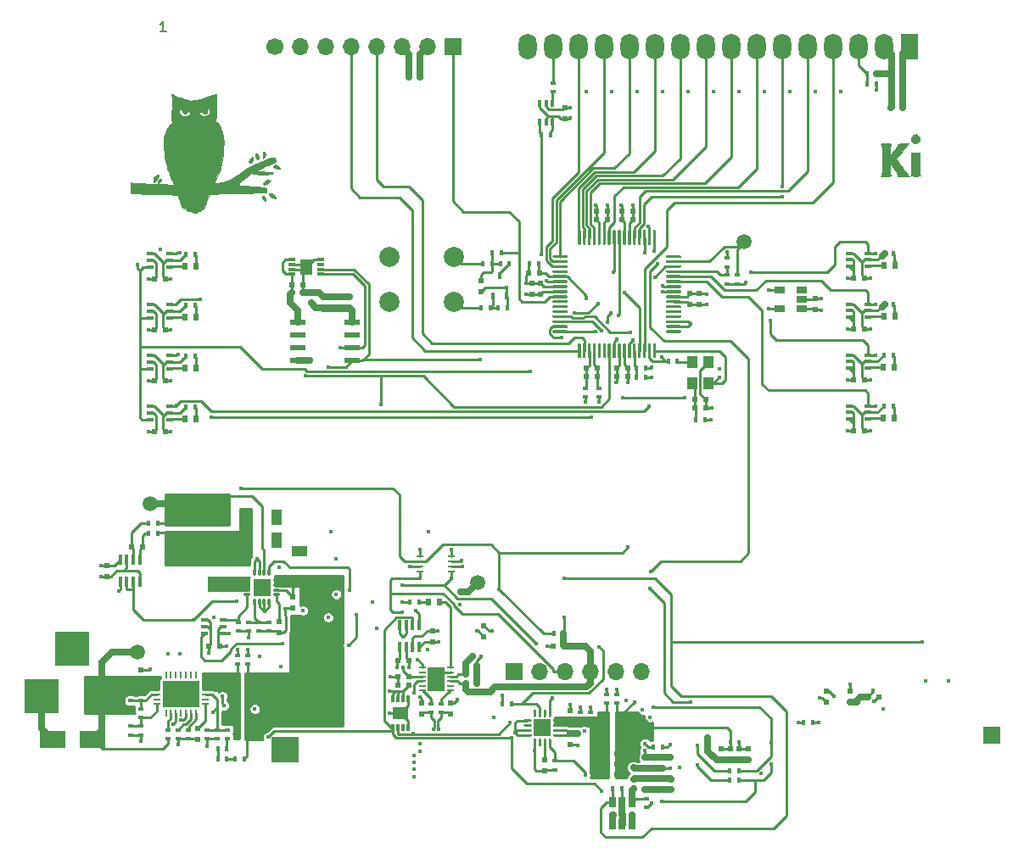
<source format=gbr>
G04 #@! TF.GenerationSoftware,KiCad,Pcbnew,(5.1.8)-1*
G04 #@! TF.CreationDate,2021-01-22T21:00:43-06:00*
G04 #@! TF.ProjectId,Pulse_Oximeter,50756c73-655f-44f7-9869-6d657465722e,rev?*
G04 #@! TF.SameCoordinates,Original*
G04 #@! TF.FileFunction,Copper,L1,Top*
G04 #@! TF.FilePolarity,Positive*
%FSLAX46Y46*%
G04 Gerber Fmt 4.6, Leading zero omitted, Abs format (unit mm)*
G04 Created by KiCad (PCBNEW (5.1.8)-1) date 2021-01-22 21:00:43*
%MOMM*%
%LPD*%
G01*
G04 APERTURE LIST*
G04 #@! TA.AperFunction,NonConductor*
%ADD10C,0.200000*%
G04 #@! TD*
G04 #@! TA.AperFunction,EtchedComponent*
%ADD11C,0.010000*%
G04 #@! TD*
G04 #@! TA.AperFunction,SMDPad,CuDef*
%ADD12R,0.400000X0.600000*%
G04 #@! TD*
G04 #@! TA.AperFunction,ComponentPad*
%ADD13R,1.800000X2.600000*%
G04 #@! TD*
G04 #@! TA.AperFunction,ComponentPad*
%ADD14O,1.800000X2.600000*%
G04 #@! TD*
G04 #@! TA.AperFunction,SMDPad,CuDef*
%ADD15R,0.600000X0.500000*%
G04 #@! TD*
G04 #@! TA.AperFunction,SMDPad,CuDef*
%ADD16R,0.600000X0.400000*%
G04 #@! TD*
G04 #@! TA.AperFunction,SMDPad,CuDef*
%ADD17R,1.060000X0.650000*%
G04 #@! TD*
G04 #@! TA.AperFunction,SMDPad,CuDef*
%ADD18R,0.650000X0.400000*%
G04 #@! TD*
G04 #@! TA.AperFunction,SMDPad,CuDef*
%ADD19R,0.400000X0.650000*%
G04 #@! TD*
G04 #@! TA.AperFunction,SMDPad,CuDef*
%ADD20R,0.650000X1.060000*%
G04 #@! TD*
G04 #@! TA.AperFunction,SMDPad,CuDef*
%ADD21R,0.750000X0.250000*%
G04 #@! TD*
G04 #@! TA.AperFunction,SMDPad,CuDef*
%ADD22R,0.400000X1.060000*%
G04 #@! TD*
G04 #@! TA.AperFunction,SMDPad,CuDef*
%ADD23R,1.800000X1.800000*%
G04 #@! TD*
G04 #@! TA.AperFunction,SMDPad,CuDef*
%ADD24O,0.300000X0.750000*%
G04 #@! TD*
G04 #@! TA.AperFunction,SMDPad,CuDef*
%ADD25O,0.750000X0.300000*%
G04 #@! TD*
G04 #@! TA.AperFunction,SMDPad,CuDef*
%ADD26C,1.500000*%
G04 #@! TD*
G04 #@! TA.AperFunction,ComponentPad*
%ADD27R,1.700000X1.700000*%
G04 #@! TD*
G04 #@! TA.AperFunction,SMDPad,CuDef*
%ADD28R,3.200000X0.800000*%
G04 #@! TD*
G04 #@! TA.AperFunction,SMDPad,CuDef*
%ADD29R,1.200000X1.500000*%
G04 #@! TD*
G04 #@! TA.AperFunction,ComponentPad*
%ADD30O,1.700000X1.700000*%
G04 #@! TD*
G04 #@! TA.AperFunction,SMDPad,CuDef*
%ADD31R,0.600000X0.700000*%
G04 #@! TD*
G04 #@! TA.AperFunction,SMDPad,CuDef*
%ADD32R,0.500000X0.600000*%
G04 #@! TD*
G04 #@! TA.AperFunction,SMDPad,CuDef*
%ADD33R,1.000000X1.600000*%
G04 #@! TD*
G04 #@! TA.AperFunction,SMDPad,CuDef*
%ADD34R,1.600000X1.000000*%
G04 #@! TD*
G04 #@! TA.AperFunction,SMDPad,CuDef*
%ADD35R,0.800000X3.200000*%
G04 #@! TD*
G04 #@! TA.AperFunction,ComponentPad*
%ADD36C,1.700000*%
G04 #@! TD*
G04 #@! TA.AperFunction,SMDPad,CuDef*
%ADD37R,1.750000X1.750000*%
G04 #@! TD*
G04 #@! TA.AperFunction,SMDPad,CuDef*
%ADD38R,1.825000X1.325000*%
G04 #@! TD*
G04 #@! TA.AperFunction,SMDPad,CuDef*
%ADD39R,0.700000X0.250000*%
G04 #@! TD*
G04 #@! TA.AperFunction,SMDPad,CuDef*
%ADD40R,0.250000X0.700000*%
G04 #@! TD*
G04 #@! TA.AperFunction,SMDPad,CuDef*
%ADD41R,0.450000X0.700000*%
G04 #@! TD*
G04 #@! TA.AperFunction,SMDPad,CuDef*
%ADD42R,2.700000X2.550000*%
G04 #@! TD*
G04 #@! TA.AperFunction,SMDPad,CuDef*
%ADD43R,2.500000X1.800000*%
G04 #@! TD*
G04 #@! TA.AperFunction,SMDPad,CuDef*
%ADD44R,0.600000X0.450000*%
G04 #@! TD*
G04 #@! TA.AperFunction,ComponentPad*
%ADD45R,3.500000X3.500000*%
G04 #@! TD*
G04 #@! TA.AperFunction,ComponentPad*
%ADD46C,2.000000*%
G04 #@! TD*
G04 #@! TA.AperFunction,SMDPad,CuDef*
%ADD47R,0.830000X1.190000*%
G04 #@! TD*
G04 #@! TA.AperFunction,SMDPad,CuDef*
%ADD48R,1.500000X1.300000*%
G04 #@! TD*
G04 #@! TA.AperFunction,SMDPad,CuDef*
%ADD49R,0.300000X0.750000*%
G04 #@! TD*
G04 #@! TA.AperFunction,SMDPad,CuDef*
%ADD50R,1.550000X0.600000*%
G04 #@! TD*
G04 #@! TA.AperFunction,SMDPad,CuDef*
%ADD51R,1.300000X1.500000*%
G04 #@! TD*
G04 #@! TA.AperFunction,SMDPad,CuDef*
%ADD52R,0.750000X0.300000*%
G04 #@! TD*
G04 #@! TA.AperFunction,SMDPad,CuDef*
%ADD53R,1.100000X1.300000*%
G04 #@! TD*
G04 #@! TA.AperFunction,ViaPad*
%ADD54C,0.431800*%
G04 #@! TD*
G04 #@! TA.AperFunction,Conductor*
%ADD55C,0.635000*%
G04 #@! TD*
G04 #@! TA.AperFunction,Conductor*
%ADD56C,0.254000*%
G04 #@! TD*
G04 #@! TA.AperFunction,Conductor*
%ADD57C,0.249800*%
G04 #@! TD*
G04 #@! TA.AperFunction,Conductor*
%ADD58C,0.399800*%
G04 #@! TD*
G04 #@! TA.AperFunction,Conductor*
%ADD59C,0.100000*%
G04 #@! TD*
G04 APERTURE END LIST*
D10*
X110013714Y-60078880D02*
X109442285Y-60078880D01*
X109728000Y-60078880D02*
X109728000Y-59078880D01*
X109632761Y-59221738D01*
X109537523Y-59316976D01*
X109442285Y-59364595D01*
D11*
G36*
X115028630Y-66365235D02*
G01*
X115030230Y-66480139D01*
X115025653Y-66560699D01*
X115019172Y-66704889D01*
X115014899Y-66925787D01*
X115012837Y-67198525D01*
X115012990Y-67498236D01*
X115015361Y-67800051D01*
X115019952Y-68079102D01*
X115025437Y-68275200D01*
X115021947Y-68445355D01*
X115005013Y-68654731D01*
X114990878Y-68769007D01*
X114970209Y-68934198D01*
X114973116Y-69028117D01*
X115006133Y-69079649D01*
X115069033Y-69114599D01*
X115228522Y-69238483D01*
X115372041Y-69457739D01*
X115500985Y-69774699D01*
X115540479Y-69900800D01*
X115691201Y-70539192D01*
X115758288Y-71144277D01*
X115747352Y-71637724D01*
X115726354Y-71888716D01*
X115708383Y-72145472D01*
X115696801Y-72359100D01*
X115695627Y-72390000D01*
X115656092Y-72862818D01*
X115573125Y-73247206D01*
X115540333Y-73343528D01*
X115492993Y-73499127D01*
X115469099Y-73635520D01*
X115468400Y-73653923D01*
X115447586Y-73750287D01*
X115391707Y-73910991D01*
X115310604Y-74109240D01*
X115258892Y-74224395D01*
X115159744Y-74445986D01*
X115062220Y-74677466D01*
X114975005Y-74896592D01*
X114906782Y-75081119D01*
X114866234Y-75208803D01*
X114858800Y-75249297D01*
X114904752Y-75262555D01*
X115031156Y-75250949D01*
X115220828Y-75217733D01*
X115456588Y-75166157D01*
X115721254Y-75099474D01*
X115874747Y-75057014D01*
X116238065Y-74938260D01*
X116519247Y-74811325D01*
X116676051Y-74714262D01*
X116847778Y-74595538D01*
X117013085Y-74485964D01*
X117108527Y-74426098D01*
X117236704Y-74340976D01*
X117402113Y-74219960D01*
X117534767Y-74116475D01*
X117688307Y-74009889D01*
X117917902Y-73872774D01*
X118205877Y-73713817D01*
X118534559Y-73541705D01*
X118886276Y-73365124D01*
X119243354Y-73192760D01*
X119588119Y-73033300D01*
X119902900Y-72895431D01*
X120170022Y-72787839D01*
X120371812Y-72719210D01*
X120385019Y-72715551D01*
X120603564Y-72663165D01*
X120763097Y-72638752D01*
X120846350Y-72644807D01*
X120850966Y-72648259D01*
X120889498Y-72726034D01*
X120925525Y-72856636D01*
X120930178Y-72880385D01*
X120944654Y-72993966D01*
X120922075Y-73067577D01*
X120843006Y-73133810D01*
X120743631Y-73193242D01*
X120553837Y-73289530D01*
X120340322Y-73379574D01*
X120269024Y-73405057D01*
X120090573Y-73470909D01*
X119869460Y-73561396D01*
X119659424Y-73654271D01*
X119468955Y-73741958D01*
X119299075Y-73819279D01*
X119183870Y-73870729D01*
X119176800Y-73873798D01*
X119098342Y-73918492D01*
X119113394Y-73948482D01*
X119126000Y-73953094D01*
X119270599Y-73988442D01*
X119485224Y-74027800D01*
X119738667Y-74066576D01*
X119999716Y-74100180D01*
X120237165Y-74124021D01*
X120332500Y-74130588D01*
X120547466Y-74149706D01*
X120667847Y-74179297D01*
X120700800Y-74215467D01*
X120653193Y-74255162D01*
X120522806Y-74288463D01*
X120328289Y-74314851D01*
X120088292Y-74333811D01*
X119821465Y-74344824D01*
X119546457Y-74347374D01*
X119281918Y-74340942D01*
X119046498Y-74325013D01*
X118858847Y-74299069D01*
X118752596Y-74269499D01*
X118623833Y-74224111D01*
X118531541Y-74227778D01*
X118421676Y-74283404D01*
X118414635Y-74287673D01*
X118296992Y-74371732D01*
X118141994Y-74498690D01*
X117994143Y-74631007D01*
X117832936Y-74776842D01*
X117674345Y-74911416D01*
X117563133Y-74997839D01*
X117432501Y-75114548D01*
X117331065Y-75244955D01*
X117322233Y-75260908D01*
X117292226Y-75321089D01*
X117280174Y-75367298D01*
X117297413Y-75402284D01*
X117355277Y-75428794D01*
X117465102Y-75449577D01*
X117638222Y-75467380D01*
X117885973Y-75484953D01*
X118219690Y-75505042D01*
X118364000Y-75513475D01*
X118694030Y-75534732D01*
X119017968Y-75559102D01*
X119310553Y-75584433D01*
X119546529Y-75608574D01*
X119674572Y-75625122D01*
X120045345Y-75681818D01*
X120030172Y-75915509D01*
X120015000Y-76149200D01*
X119521090Y-76132770D01*
X119196484Y-76134886D01*
X118839696Y-76157531D01*
X118530490Y-76194439D01*
X118178324Y-76234702D01*
X117735687Y-76259677D01*
X117212632Y-76268844D01*
X117094000Y-76268714D01*
X116752412Y-76267305D01*
X116406120Y-76265842D01*
X116083824Y-76264450D01*
X115814226Y-76263251D01*
X115671600Y-76262591D01*
X115389929Y-76265970D01*
X115080910Y-76277001D01*
X114803021Y-76293468D01*
X114755352Y-76297301D01*
X114321704Y-76334312D01*
X114050093Y-77066645D01*
X113924058Y-77397159D01*
X113823834Y-77637011D01*
X113745634Y-77792731D01*
X113685671Y-77870849D01*
X113640160Y-77877895D01*
X113608306Y-77828560D01*
X113577810Y-77786881D01*
X113533331Y-77820394D01*
X113481452Y-77899039D01*
X113387524Y-78021794D01*
X113314692Y-78048721D01*
X113269726Y-77990700D01*
X113227557Y-77978037D01*
X113146836Y-78052239D01*
X113134806Y-78066900D01*
X112994500Y-78181052D01*
X112838664Y-78195060D01*
X112669363Y-78108846D01*
X112641222Y-78085795D01*
X112531664Y-78008335D01*
X112450433Y-78001627D01*
X112412924Y-78019857D01*
X112291673Y-78041001D01*
X112155738Y-77978945D01*
X112026679Y-77845404D01*
X111990991Y-77790568D01*
X111919392Y-77693487D01*
X111870274Y-77687952D01*
X111860517Y-77700352D01*
X111789793Y-77742245D01*
X111698171Y-77701910D01*
X111606005Y-77589967D01*
X111588528Y-77558438D01*
X111541752Y-77446036D01*
X111479024Y-77265895D01*
X111410634Y-77048430D01*
X111377055Y-76933524D01*
X111314409Y-76723533D01*
X111257076Y-76549837D01*
X111213210Y-76436265D01*
X111196882Y-76407039D01*
X111135795Y-76393452D01*
X110987573Y-76380323D01*
X110766685Y-76368332D01*
X110487595Y-76358161D01*
X110164771Y-76350488D01*
X109919799Y-76346962D01*
X109512804Y-76340234D01*
X109076625Y-76328819D01*
X108628394Y-76313531D01*
X108185244Y-76295183D01*
X107764308Y-76274589D01*
X107382716Y-76252562D01*
X107057602Y-76229916D01*
X106806098Y-76207464D01*
X106692700Y-76193720D01*
X106527600Y-76169996D01*
X106527600Y-75147063D01*
X106743500Y-75177463D01*
X106868297Y-75189755D01*
X107082842Y-75204848D01*
X107375341Y-75222165D01*
X107733998Y-75241129D01*
X108147017Y-75261164D01*
X108602603Y-75281691D01*
X109088961Y-75302135D01*
X109594295Y-75321919D01*
X109999789Y-75336723D01*
X110279888Y-75344381D01*
X110519118Y-75346651D01*
X110701461Y-75343733D01*
X110810898Y-75335829D01*
X110835310Y-75326267D01*
X110803296Y-75258011D01*
X110747312Y-75135110D01*
X110723562Y-75082400D01*
X110648955Y-74934929D01*
X110575216Y-74817155D01*
X110557555Y-74795038D01*
X110504051Y-74700902D01*
X110444590Y-74546573D01*
X110406805Y-74419747D01*
X110353454Y-74240973D01*
X110296592Y-74088957D01*
X110262962Y-74021308D01*
X110219322Y-73921766D01*
X110161167Y-73747282D01*
X110095367Y-73522238D01*
X110028791Y-73271017D01*
X109968309Y-73018000D01*
X109932155Y-72847200D01*
X109914409Y-72726766D01*
X109891711Y-72527797D01*
X109866389Y-72273094D01*
X109840770Y-71985461D01*
X109827217Y-71819209D01*
X109801237Y-71446901D01*
X109791021Y-71149561D01*
X109799383Y-70901387D01*
X109829137Y-70676575D01*
X109883097Y-70449322D01*
X109964077Y-70193825D01*
X110022586Y-70027937D01*
X110134062Y-69763928D01*
X110265035Y-69556861D01*
X110402129Y-69402188D01*
X110529623Y-69270314D01*
X110597707Y-69180821D01*
X110618569Y-69104009D01*
X110604401Y-69010178D01*
X110588279Y-68948669D01*
X110556423Y-68772661D01*
X110539324Y-68558045D01*
X110537165Y-68338476D01*
X110550127Y-68147609D01*
X110578389Y-68019100D01*
X110583221Y-68008682D01*
X110632000Y-67866368D01*
X110645763Y-67785428D01*
X111260715Y-67785428D01*
X111273285Y-67894748D01*
X111300691Y-68037413D01*
X111337020Y-68181075D01*
X111364456Y-68264552D01*
X111472765Y-68418453D01*
X111643169Y-68515547D01*
X111849925Y-68550085D01*
X112067289Y-68516319D01*
X112206205Y-68452519D01*
X112356592Y-68335148D01*
X112406957Y-68232530D01*
X113346286Y-68232530D01*
X113408579Y-68327361D01*
X113483292Y-68406107D01*
X113667454Y-68527250D01*
X113880036Y-68550885D01*
X114120855Y-68476997D01*
X114143795Y-68465621D01*
X114300693Y-68365680D01*
X114378653Y-68250776D01*
X114392793Y-68089845D01*
X114380255Y-67979736D01*
X114356433Y-67838400D01*
X114329746Y-67779846D01*
X114282502Y-67786342D01*
X114223634Y-67822779D01*
X114122283Y-67939000D01*
X114086928Y-68088689D01*
X114065582Y-68215296D01*
X114013525Y-68272904D01*
X113930927Y-68291348D01*
X113784335Y-68268028D01*
X113679388Y-68182803D01*
X113588189Y-68100211D01*
X113506281Y-68090977D01*
X113451560Y-68111308D01*
X113361335Y-68167215D01*
X113346286Y-68232530D01*
X112406957Y-68232530D01*
X112409465Y-68227421D01*
X112363573Y-68132425D01*
X112342744Y-68115453D01*
X112234361Y-68054587D01*
X112163048Y-68077279D01*
X112106356Y-68173600D01*
X112014926Y-68279489D01*
X111931624Y-68300600D01*
X111809254Y-68263111D01*
X111698747Y-68172016D01*
X111630878Y-68059366D01*
X111625881Y-67982177D01*
X111612024Y-67905466D01*
X111515814Y-67837357D01*
X111469947Y-67816823D01*
X111349277Y-67768526D01*
X111275592Y-67742999D01*
X111268894Y-67741800D01*
X111260715Y-67785428D01*
X110645763Y-67785428D01*
X110662908Y-67684605D01*
X110672129Y-67504611D01*
X110655848Y-67367605D01*
X110645094Y-67340433D01*
X110616703Y-67208507D01*
X110640220Y-67005503D01*
X110642256Y-66995599D01*
X110667658Y-66789833D01*
X110641898Y-66611684D01*
X110621532Y-66548000D01*
X110581584Y-66418937D01*
X110566592Y-66336870D01*
X110569118Y-66325262D01*
X110626090Y-66327512D01*
X110727268Y-66363631D01*
X110830122Y-66414575D01*
X110892123Y-66461303D01*
X110896400Y-66471800D01*
X110945844Y-66519820D01*
X111090261Y-66578049D01*
X111323780Y-66644343D01*
X111455200Y-66675965D01*
X111671137Y-66737436D01*
X111904537Y-66820993D01*
X112008576Y-66864886D01*
X112149667Y-66924454D01*
X112270501Y-66958279D01*
X112404202Y-66970326D01*
X112583894Y-66964563D01*
X112743788Y-66952928D01*
X113105576Y-66905857D01*
X113457730Y-66817128D01*
X113689011Y-66738126D01*
X113898554Y-66663601D01*
X114137955Y-66582635D01*
X114385444Y-66502083D01*
X114619247Y-66428799D01*
X114817592Y-66369637D01*
X114958707Y-66331453D01*
X115015107Y-66320638D01*
X115028630Y-66365235D01*
G37*
X115028630Y-66365235D02*
X115030230Y-66480139D01*
X115025653Y-66560699D01*
X115019172Y-66704889D01*
X115014899Y-66925787D01*
X115012837Y-67198525D01*
X115012990Y-67498236D01*
X115015361Y-67800051D01*
X115019952Y-68079102D01*
X115025437Y-68275200D01*
X115021947Y-68445355D01*
X115005013Y-68654731D01*
X114990878Y-68769007D01*
X114970209Y-68934198D01*
X114973116Y-69028117D01*
X115006133Y-69079649D01*
X115069033Y-69114599D01*
X115228522Y-69238483D01*
X115372041Y-69457739D01*
X115500985Y-69774699D01*
X115540479Y-69900800D01*
X115691201Y-70539192D01*
X115758288Y-71144277D01*
X115747352Y-71637724D01*
X115726354Y-71888716D01*
X115708383Y-72145472D01*
X115696801Y-72359100D01*
X115695627Y-72390000D01*
X115656092Y-72862818D01*
X115573125Y-73247206D01*
X115540333Y-73343528D01*
X115492993Y-73499127D01*
X115469099Y-73635520D01*
X115468400Y-73653923D01*
X115447586Y-73750287D01*
X115391707Y-73910991D01*
X115310604Y-74109240D01*
X115258892Y-74224395D01*
X115159744Y-74445986D01*
X115062220Y-74677466D01*
X114975005Y-74896592D01*
X114906782Y-75081119D01*
X114866234Y-75208803D01*
X114858800Y-75249297D01*
X114904752Y-75262555D01*
X115031156Y-75250949D01*
X115220828Y-75217733D01*
X115456588Y-75166157D01*
X115721254Y-75099474D01*
X115874747Y-75057014D01*
X116238065Y-74938260D01*
X116519247Y-74811325D01*
X116676051Y-74714262D01*
X116847778Y-74595538D01*
X117013085Y-74485964D01*
X117108527Y-74426098D01*
X117236704Y-74340976D01*
X117402113Y-74219960D01*
X117534767Y-74116475D01*
X117688307Y-74009889D01*
X117917902Y-73872774D01*
X118205877Y-73713817D01*
X118534559Y-73541705D01*
X118886276Y-73365124D01*
X119243354Y-73192760D01*
X119588119Y-73033300D01*
X119902900Y-72895431D01*
X120170022Y-72787839D01*
X120371812Y-72719210D01*
X120385019Y-72715551D01*
X120603564Y-72663165D01*
X120763097Y-72638752D01*
X120846350Y-72644807D01*
X120850966Y-72648259D01*
X120889498Y-72726034D01*
X120925525Y-72856636D01*
X120930178Y-72880385D01*
X120944654Y-72993966D01*
X120922075Y-73067577D01*
X120843006Y-73133810D01*
X120743631Y-73193242D01*
X120553837Y-73289530D01*
X120340322Y-73379574D01*
X120269024Y-73405057D01*
X120090573Y-73470909D01*
X119869460Y-73561396D01*
X119659424Y-73654271D01*
X119468955Y-73741958D01*
X119299075Y-73819279D01*
X119183870Y-73870729D01*
X119176800Y-73873798D01*
X119098342Y-73918492D01*
X119113394Y-73948482D01*
X119126000Y-73953094D01*
X119270599Y-73988442D01*
X119485224Y-74027800D01*
X119738667Y-74066576D01*
X119999716Y-74100180D01*
X120237165Y-74124021D01*
X120332500Y-74130588D01*
X120547466Y-74149706D01*
X120667847Y-74179297D01*
X120700800Y-74215467D01*
X120653193Y-74255162D01*
X120522806Y-74288463D01*
X120328289Y-74314851D01*
X120088292Y-74333811D01*
X119821465Y-74344824D01*
X119546457Y-74347374D01*
X119281918Y-74340942D01*
X119046498Y-74325013D01*
X118858847Y-74299069D01*
X118752596Y-74269499D01*
X118623833Y-74224111D01*
X118531541Y-74227778D01*
X118421676Y-74283404D01*
X118414635Y-74287673D01*
X118296992Y-74371732D01*
X118141994Y-74498690D01*
X117994143Y-74631007D01*
X117832936Y-74776842D01*
X117674345Y-74911416D01*
X117563133Y-74997839D01*
X117432501Y-75114548D01*
X117331065Y-75244955D01*
X117322233Y-75260908D01*
X117292226Y-75321089D01*
X117280174Y-75367298D01*
X117297413Y-75402284D01*
X117355277Y-75428794D01*
X117465102Y-75449577D01*
X117638222Y-75467380D01*
X117885973Y-75484953D01*
X118219690Y-75505042D01*
X118364000Y-75513475D01*
X118694030Y-75534732D01*
X119017968Y-75559102D01*
X119310553Y-75584433D01*
X119546529Y-75608574D01*
X119674572Y-75625122D01*
X120045345Y-75681818D01*
X120030172Y-75915509D01*
X120015000Y-76149200D01*
X119521090Y-76132770D01*
X119196484Y-76134886D01*
X118839696Y-76157531D01*
X118530490Y-76194439D01*
X118178324Y-76234702D01*
X117735687Y-76259677D01*
X117212632Y-76268844D01*
X117094000Y-76268714D01*
X116752412Y-76267305D01*
X116406120Y-76265842D01*
X116083824Y-76264450D01*
X115814226Y-76263251D01*
X115671600Y-76262591D01*
X115389929Y-76265970D01*
X115080910Y-76277001D01*
X114803021Y-76293468D01*
X114755352Y-76297301D01*
X114321704Y-76334312D01*
X114050093Y-77066645D01*
X113924058Y-77397159D01*
X113823834Y-77637011D01*
X113745634Y-77792731D01*
X113685671Y-77870849D01*
X113640160Y-77877895D01*
X113608306Y-77828560D01*
X113577810Y-77786881D01*
X113533331Y-77820394D01*
X113481452Y-77899039D01*
X113387524Y-78021794D01*
X113314692Y-78048721D01*
X113269726Y-77990700D01*
X113227557Y-77978037D01*
X113146836Y-78052239D01*
X113134806Y-78066900D01*
X112994500Y-78181052D01*
X112838664Y-78195060D01*
X112669363Y-78108846D01*
X112641222Y-78085795D01*
X112531664Y-78008335D01*
X112450433Y-78001627D01*
X112412924Y-78019857D01*
X112291673Y-78041001D01*
X112155738Y-77978945D01*
X112026679Y-77845404D01*
X111990991Y-77790568D01*
X111919392Y-77693487D01*
X111870274Y-77687952D01*
X111860517Y-77700352D01*
X111789793Y-77742245D01*
X111698171Y-77701910D01*
X111606005Y-77589967D01*
X111588528Y-77558438D01*
X111541752Y-77446036D01*
X111479024Y-77265895D01*
X111410634Y-77048430D01*
X111377055Y-76933524D01*
X111314409Y-76723533D01*
X111257076Y-76549837D01*
X111213210Y-76436265D01*
X111196882Y-76407039D01*
X111135795Y-76393452D01*
X110987573Y-76380323D01*
X110766685Y-76368332D01*
X110487595Y-76358161D01*
X110164771Y-76350488D01*
X109919799Y-76346962D01*
X109512804Y-76340234D01*
X109076625Y-76328819D01*
X108628394Y-76313531D01*
X108185244Y-76295183D01*
X107764308Y-76274589D01*
X107382716Y-76252562D01*
X107057602Y-76229916D01*
X106806098Y-76207464D01*
X106692700Y-76193720D01*
X106527600Y-76169996D01*
X106527600Y-75147063D01*
X106743500Y-75177463D01*
X106868297Y-75189755D01*
X107082842Y-75204848D01*
X107375341Y-75222165D01*
X107733998Y-75241129D01*
X108147017Y-75261164D01*
X108602603Y-75281691D01*
X109088961Y-75302135D01*
X109594295Y-75321919D01*
X109999789Y-75336723D01*
X110279888Y-75344381D01*
X110519118Y-75346651D01*
X110701461Y-75343733D01*
X110810898Y-75335829D01*
X110835310Y-75326267D01*
X110803296Y-75258011D01*
X110747312Y-75135110D01*
X110723562Y-75082400D01*
X110648955Y-74934929D01*
X110575216Y-74817155D01*
X110557555Y-74795038D01*
X110504051Y-74700902D01*
X110444590Y-74546573D01*
X110406805Y-74419747D01*
X110353454Y-74240973D01*
X110296592Y-74088957D01*
X110262962Y-74021308D01*
X110219322Y-73921766D01*
X110161167Y-73747282D01*
X110095367Y-73522238D01*
X110028791Y-73271017D01*
X109968309Y-73018000D01*
X109932155Y-72847200D01*
X109914409Y-72726766D01*
X109891711Y-72527797D01*
X109866389Y-72273094D01*
X109840770Y-71985461D01*
X109827217Y-71819209D01*
X109801237Y-71446901D01*
X109791021Y-71149561D01*
X109799383Y-70901387D01*
X109829137Y-70676575D01*
X109883097Y-70449322D01*
X109964077Y-70193825D01*
X110022586Y-70027937D01*
X110134062Y-69763928D01*
X110265035Y-69556861D01*
X110402129Y-69402188D01*
X110529623Y-69270314D01*
X110597707Y-69180821D01*
X110618569Y-69104009D01*
X110604401Y-69010178D01*
X110588279Y-68948669D01*
X110556423Y-68772661D01*
X110539324Y-68558045D01*
X110537165Y-68338476D01*
X110550127Y-68147609D01*
X110578389Y-68019100D01*
X110583221Y-68008682D01*
X110632000Y-67866368D01*
X110645763Y-67785428D01*
X111260715Y-67785428D01*
X111273285Y-67894748D01*
X111300691Y-68037413D01*
X111337020Y-68181075D01*
X111364456Y-68264552D01*
X111472765Y-68418453D01*
X111643169Y-68515547D01*
X111849925Y-68550085D01*
X112067289Y-68516319D01*
X112206205Y-68452519D01*
X112356592Y-68335148D01*
X112406957Y-68232530D01*
X113346286Y-68232530D01*
X113408579Y-68327361D01*
X113483292Y-68406107D01*
X113667454Y-68527250D01*
X113880036Y-68550885D01*
X114120855Y-68476997D01*
X114143795Y-68465621D01*
X114300693Y-68365680D01*
X114378653Y-68250776D01*
X114392793Y-68089845D01*
X114380255Y-67979736D01*
X114356433Y-67838400D01*
X114329746Y-67779846D01*
X114282502Y-67786342D01*
X114223634Y-67822779D01*
X114122283Y-67939000D01*
X114086928Y-68088689D01*
X114065582Y-68215296D01*
X114013525Y-68272904D01*
X113930927Y-68291348D01*
X113784335Y-68268028D01*
X113679388Y-68182803D01*
X113588189Y-68100211D01*
X113506281Y-68090977D01*
X113451560Y-68111308D01*
X113361335Y-68167215D01*
X113346286Y-68232530D01*
X112406957Y-68232530D01*
X112409465Y-68227421D01*
X112363573Y-68132425D01*
X112342744Y-68115453D01*
X112234361Y-68054587D01*
X112163048Y-68077279D01*
X112106356Y-68173600D01*
X112014926Y-68279489D01*
X111931624Y-68300600D01*
X111809254Y-68263111D01*
X111698747Y-68172016D01*
X111630878Y-68059366D01*
X111625881Y-67982177D01*
X111612024Y-67905466D01*
X111515814Y-67837357D01*
X111469947Y-67816823D01*
X111349277Y-67768526D01*
X111275592Y-67742999D01*
X111268894Y-67741800D01*
X111260715Y-67785428D01*
X110645763Y-67785428D01*
X110662908Y-67684605D01*
X110672129Y-67504611D01*
X110655848Y-67367605D01*
X110645094Y-67340433D01*
X110616703Y-67208507D01*
X110640220Y-67005503D01*
X110642256Y-66995599D01*
X110667658Y-66789833D01*
X110641898Y-66611684D01*
X110621532Y-66548000D01*
X110581584Y-66418937D01*
X110566592Y-66336870D01*
X110569118Y-66325262D01*
X110626090Y-66327512D01*
X110727268Y-66363631D01*
X110830122Y-66414575D01*
X110892123Y-66461303D01*
X110896400Y-66471800D01*
X110945844Y-66519820D01*
X111090261Y-66578049D01*
X111323780Y-66644343D01*
X111455200Y-66675965D01*
X111671137Y-66737436D01*
X111904537Y-66820993D01*
X112008576Y-66864886D01*
X112149667Y-66924454D01*
X112270501Y-66958279D01*
X112404202Y-66970326D01*
X112583894Y-66964563D01*
X112743788Y-66952928D01*
X113105576Y-66905857D01*
X113457730Y-66817128D01*
X113689011Y-66738126D01*
X113898554Y-66663601D01*
X114137955Y-66582635D01*
X114385444Y-66502083D01*
X114619247Y-66428799D01*
X114817592Y-66369637D01*
X114958707Y-66331453D01*
X115015107Y-66320638D01*
X115028630Y-66365235D01*
G36*
X119777770Y-76517807D02*
G01*
X119852557Y-76639733D01*
X119906855Y-76796198D01*
X119913282Y-76826839D01*
X119931400Y-76965505D01*
X119909144Y-77015181D01*
X119836191Y-76983929D01*
X119772655Y-76936692D01*
X119670796Y-76818728D01*
X119608641Y-76674532D01*
X119596778Y-76539757D01*
X119631603Y-76461679D01*
X119698712Y-76451447D01*
X119777770Y-76517807D01*
G37*
X119777770Y-76517807D02*
X119852557Y-76639733D01*
X119906855Y-76796198D01*
X119913282Y-76826839D01*
X119931400Y-76965505D01*
X119909144Y-77015181D01*
X119836191Y-76983929D01*
X119772655Y-76936692D01*
X119670796Y-76818728D01*
X119608641Y-76674532D01*
X119596778Y-76539757D01*
X119631603Y-76461679D01*
X119698712Y-76451447D01*
X119777770Y-76517807D01*
G36*
X109492954Y-74816661D02*
G01*
X109524800Y-74869695D01*
X109493088Y-74943424D01*
X109416634Y-75036848D01*
X109323458Y-75123211D01*
X109241581Y-75175755D01*
X109203777Y-75176244D01*
X109167980Y-75079302D01*
X109187998Y-74957863D01*
X109253397Y-74864464D01*
X109267460Y-74855587D01*
X109398441Y-74808548D01*
X109492954Y-74816661D01*
G37*
X109492954Y-74816661D02*
X109524800Y-74869695D01*
X109493088Y-74943424D01*
X109416634Y-75036848D01*
X109323458Y-75123211D01*
X109241581Y-75175755D01*
X109203777Y-75176244D01*
X109167980Y-75079302D01*
X109187998Y-74957863D01*
X109253397Y-74864464D01*
X109267460Y-74855587D01*
X109398441Y-74808548D01*
X109492954Y-74816661D01*
G36*
X120531423Y-76249217D02*
G01*
X120685105Y-76320309D01*
X120824610Y-76422482D01*
X120923175Y-76540381D01*
X120954800Y-76643980D01*
X120948408Y-76703314D01*
X120915149Y-76724198D01*
X120833892Y-76706121D01*
X120683509Y-76648573D01*
X120654208Y-76636717D01*
X120485758Y-76549670D01*
X120355926Y-76447939D01*
X120281913Y-76349168D01*
X120280925Y-76271002D01*
X120288577Y-76261702D01*
X120390326Y-76224563D01*
X120531423Y-76249217D01*
G37*
X120531423Y-76249217D02*
X120685105Y-76320309D01*
X120824610Y-76422482D01*
X120923175Y-76540381D01*
X120954800Y-76643980D01*
X120948408Y-76703314D01*
X120915149Y-76724198D01*
X120833892Y-76706121D01*
X120683509Y-76648573D01*
X120654208Y-76636717D01*
X120485758Y-76549670D01*
X120355926Y-76447939D01*
X120281913Y-76349168D01*
X120280925Y-76271002D01*
X120288577Y-76261702D01*
X120390326Y-76224563D01*
X120531423Y-76249217D01*
G36*
X118999829Y-72219836D02*
G01*
X119079600Y-72273569D01*
X119165701Y-72385315D01*
X119186854Y-72422888D01*
X119243047Y-72579212D01*
X119252151Y-72718112D01*
X119222238Y-72821270D01*
X119161378Y-72870373D01*
X119077643Y-72847104D01*
X119023001Y-72794714D01*
X118980542Y-72700378D01*
X118945330Y-72548167D01*
X118933631Y-72459451D01*
X118923162Y-72308211D01*
X118933933Y-72234735D01*
X118972224Y-72216291D01*
X118999829Y-72219836D01*
G37*
X118999829Y-72219836D02*
X119079600Y-72273569D01*
X119165701Y-72385315D01*
X119186854Y-72422888D01*
X119243047Y-72579212D01*
X119252151Y-72718112D01*
X119222238Y-72821270D01*
X119161378Y-72870373D01*
X119077643Y-72847104D01*
X119023001Y-72794714D01*
X118980542Y-72700378D01*
X118945330Y-72548167D01*
X118933631Y-72459451D01*
X118923162Y-72308211D01*
X118933933Y-72234735D01*
X118972224Y-72216291D01*
X118999829Y-72219836D01*
G36*
X120353413Y-74924295D02*
G01*
X120427939Y-74978492D01*
X120412029Y-75059854D01*
X120306757Y-75161044D01*
X120134722Y-75263912D01*
X119943322Y-75342633D01*
X119809574Y-75356972D01*
X119742103Y-75306851D01*
X119735600Y-75267617D01*
X119768552Y-75168415D01*
X119849006Y-75051445D01*
X119860174Y-75039017D01*
X119988022Y-74939473D01*
X120147597Y-74905413D01*
X120187376Y-74904600D01*
X120353413Y-74924295D01*
G37*
X120353413Y-74924295D02*
X120427939Y-74978492D01*
X120412029Y-75059854D01*
X120306757Y-75161044D01*
X120134722Y-75263912D01*
X119943322Y-75342633D01*
X119809574Y-75356972D01*
X119742103Y-75306851D01*
X119735600Y-75267617D01*
X119768552Y-75168415D01*
X119849006Y-75051445D01*
X119860174Y-75039017D01*
X119988022Y-74939473D01*
X120147597Y-74905413D01*
X120187376Y-74904600D01*
X120353413Y-74924295D01*
G36*
X119860228Y-72116158D02*
G01*
X119886212Y-72158060D01*
X119936366Y-72350935D01*
X119889812Y-72544820D01*
X119818022Y-72651747D01*
X119697244Y-72792159D01*
X119661464Y-72532009D01*
X119652090Y-72339450D01*
X119675668Y-72187629D01*
X119723809Y-72090503D01*
X119788125Y-72062027D01*
X119860228Y-72116158D01*
G37*
X119860228Y-72116158D02*
X119886212Y-72158060D01*
X119936366Y-72350935D01*
X119889812Y-72544820D01*
X119818022Y-72651747D01*
X119697244Y-72792159D01*
X119661464Y-72532009D01*
X119652090Y-72339450D01*
X119675668Y-72187629D01*
X119723809Y-72090503D01*
X119788125Y-72062027D01*
X119860228Y-72116158D01*
G36*
X109237616Y-74410528D02*
G01*
X109251531Y-74472455D01*
X109238677Y-74536300D01*
X109192843Y-74651553D01*
X109111258Y-74802609D01*
X109014807Y-74955804D01*
X108924376Y-75077473D01*
X108870828Y-75129227D01*
X108802767Y-75129384D01*
X108795285Y-75123352D01*
X108774944Y-75056301D01*
X108763628Y-74928298D01*
X108762800Y-74880237D01*
X108783473Y-74709295D01*
X108860480Y-74579380D01*
X108905279Y-74533104D01*
X109027015Y-74443270D01*
X109143210Y-74397926D01*
X109160247Y-74396600D01*
X109237616Y-74410528D01*
G37*
X109237616Y-74410528D02*
X109251531Y-74472455D01*
X109238677Y-74536300D01*
X109192843Y-74651553D01*
X109111258Y-74802609D01*
X109014807Y-74955804D01*
X108924376Y-75077473D01*
X108870828Y-75129227D01*
X108802767Y-75129384D01*
X108795285Y-75123352D01*
X108774944Y-75056301D01*
X108763628Y-74928298D01*
X108762800Y-74880237D01*
X108783473Y-74709295D01*
X108860480Y-74579380D01*
X108905279Y-74533104D01*
X109027015Y-74443270D01*
X109143210Y-74397926D01*
X109160247Y-74396600D01*
X109237616Y-74410528D01*
G36*
X118708321Y-72636035D02*
G01*
X118710698Y-72752035D01*
X118650275Y-72940931D01*
X118619368Y-73012300D01*
X118525522Y-73169139D01*
X118431882Y-73224785D01*
X118337632Y-73179636D01*
X118319465Y-73159549D01*
X118293722Y-73058926D01*
X118320681Y-72918087D01*
X118386499Y-72773591D01*
X118477334Y-72661998D01*
X118518292Y-72634397D01*
X118643925Y-72595849D01*
X118708321Y-72636035D01*
G37*
X118708321Y-72636035D02*
X118710698Y-72752035D01*
X118650275Y-72940931D01*
X118619368Y-73012300D01*
X118525522Y-73169139D01*
X118431882Y-73224785D01*
X118337632Y-73179636D01*
X118319465Y-73159549D01*
X118293722Y-73058926D01*
X118320681Y-72918087D01*
X118386499Y-72773591D01*
X118477334Y-72661998D01*
X118518292Y-72634397D01*
X118643925Y-72595849D01*
X118708321Y-72636035D01*
G36*
X121031073Y-73408988D02*
G01*
X121151806Y-73479805D01*
X121269227Y-73571529D01*
X121356512Y-73662640D01*
X121386840Y-73731617D01*
X121383437Y-73741317D01*
X121307197Y-73778752D01*
X121170825Y-73779400D01*
X121008090Y-73745278D01*
X120922798Y-73713828D01*
X120803559Y-73650239D01*
X120730144Y-73589897D01*
X120727925Y-73586591D01*
X120724315Y-73502087D01*
X120792359Y-73424763D01*
X120904232Y-73382452D01*
X120933852Y-73380600D01*
X121031073Y-73408988D01*
G37*
X121031073Y-73408988D02*
X121151806Y-73479805D01*
X121269227Y-73571529D01*
X121356512Y-73662640D01*
X121386840Y-73731617D01*
X121383437Y-73741317D01*
X121307197Y-73778752D01*
X121170825Y-73779400D01*
X121008090Y-73745278D01*
X120922798Y-73713828D01*
X120803559Y-73650239D01*
X120730144Y-73589897D01*
X120727925Y-73586591D01*
X120724315Y-73502087D01*
X120792359Y-73424763D01*
X120904232Y-73382452D01*
X120933852Y-73380600D01*
X121031073Y-73408988D01*
G36*
X184963441Y-70369960D02*
G01*
X185081045Y-70436395D01*
X185174523Y-70539045D01*
X185218312Y-70625124D01*
X185248922Y-70763614D01*
X185239821Y-70901591D01*
X185192473Y-71023084D01*
X185180088Y-71041850D01*
X185089649Y-71129408D01*
X184970771Y-71189553D01*
X184837833Y-71219418D01*
X184705213Y-71216134D01*
X184587290Y-71176832D01*
X184566506Y-71164244D01*
X184484237Y-71085394D01*
X184416414Y-70976770D01*
X184374247Y-70859295D01*
X184365900Y-70789799D01*
X184385174Y-70680575D01*
X184435690Y-70566110D01*
X184506482Y-70467158D01*
X184562142Y-70418295D01*
X184694361Y-70357876D01*
X184831337Y-70342776D01*
X184963441Y-70369960D01*
G37*
X184963441Y-70369960D02*
X185081045Y-70436395D01*
X185174523Y-70539045D01*
X185218312Y-70625124D01*
X185248922Y-70763614D01*
X185239821Y-70901591D01*
X185192473Y-71023084D01*
X185180088Y-71041850D01*
X185089649Y-71129408D01*
X184970771Y-71189553D01*
X184837833Y-71219418D01*
X184705213Y-71216134D01*
X184587290Y-71176832D01*
X184566506Y-71164244D01*
X184484237Y-71085394D01*
X184416414Y-70976770D01*
X184374247Y-70859295D01*
X184365900Y-70789799D01*
X184385174Y-70680575D01*
X184435690Y-70566110D01*
X184506482Y-70467158D01*
X184562142Y-70418295D01*
X184694361Y-70357876D01*
X184831337Y-70342776D01*
X184963441Y-70369960D01*
G36*
X185204100Y-73236045D02*
G01*
X185204321Y-73507528D01*
X185205083Y-73732618D01*
X185206526Y-73915721D01*
X185208794Y-74061240D01*
X185212031Y-74173583D01*
X185216378Y-74257155D01*
X185221980Y-74316359D01*
X185228978Y-74355603D01*
X185237516Y-74379292D01*
X185241392Y-74385395D01*
X185267678Y-74422943D01*
X185278391Y-74451085D01*
X185268210Y-74471174D01*
X185231812Y-74484563D01*
X185163876Y-74492605D01*
X185059078Y-74496653D01*
X184912098Y-74498060D01*
X184797700Y-74498200D01*
X184647418Y-74497515D01*
X184516227Y-74495608D01*
X184411927Y-74492702D01*
X184342319Y-74489017D01*
X184315205Y-74484776D01*
X184315100Y-74484488D01*
X184325655Y-74455454D01*
X184352226Y-74398509D01*
X184365900Y-74371200D01*
X184378766Y-74343760D01*
X184389259Y-74313394D01*
X184397620Y-74274920D01*
X184404091Y-74223155D01*
X184408911Y-74152918D01*
X184412322Y-74059027D01*
X184414565Y-73936301D01*
X184415881Y-73779559D01*
X184416510Y-73583617D01*
X184416695Y-73343296D01*
X184416700Y-73278750D01*
X184416447Y-73021269D01*
X184415571Y-72809749D01*
X184413896Y-72639351D01*
X184411248Y-72505238D01*
X184407450Y-72402571D01*
X184402327Y-72326513D01*
X184395703Y-72272226D01*
X184387403Y-72234872D01*
X184377947Y-72210938D01*
X184339195Y-72136000D01*
X185204100Y-72136000D01*
X185204100Y-73236045D01*
G37*
X185204100Y-73236045D02*
X185204321Y-73507528D01*
X185205083Y-73732618D01*
X185206526Y-73915721D01*
X185208794Y-74061240D01*
X185212031Y-74173583D01*
X185216378Y-74257155D01*
X185221980Y-74316359D01*
X185228978Y-74355603D01*
X185237516Y-74379292D01*
X185241392Y-74385395D01*
X185267678Y-74422943D01*
X185278391Y-74451085D01*
X185268210Y-74471174D01*
X185231812Y-74484563D01*
X185163876Y-74492605D01*
X185059078Y-74496653D01*
X184912098Y-74498060D01*
X184797700Y-74498200D01*
X184647418Y-74497515D01*
X184516227Y-74495608D01*
X184411927Y-74492702D01*
X184342319Y-74489017D01*
X184315205Y-74484776D01*
X184315100Y-74484488D01*
X184325655Y-74455454D01*
X184352226Y-74398509D01*
X184365900Y-74371200D01*
X184378766Y-74343760D01*
X184389259Y-74313394D01*
X184397620Y-74274920D01*
X184404091Y-74223155D01*
X184408911Y-74152918D01*
X184412322Y-74059027D01*
X184414565Y-73936301D01*
X184415881Y-73779559D01*
X184416510Y-73583617D01*
X184416695Y-73343296D01*
X184416700Y-73278750D01*
X184416447Y-73021269D01*
X184415571Y-72809749D01*
X184413896Y-72639351D01*
X184411248Y-72505238D01*
X184407450Y-72402571D01*
X184402327Y-72326513D01*
X184395703Y-72272226D01*
X184387403Y-72234872D01*
X184377947Y-72210938D01*
X184339195Y-72136000D01*
X185204100Y-72136000D01*
X185204100Y-73236045D01*
G36*
X183621247Y-71272400D02*
G01*
X184166559Y-71272400D01*
X183967779Y-71473787D01*
X183638071Y-71836691D01*
X183423651Y-72110815D01*
X183345203Y-72214400D01*
X183250644Y-72334529D01*
X183150550Y-72458202D01*
X183055498Y-72572419D01*
X182976066Y-72664181D01*
X182950968Y-72691760D01*
X182869536Y-72779212D01*
X182939494Y-72870356D01*
X183074936Y-73059604D01*
X183162478Y-73199050D01*
X183217348Y-73281286D01*
X183278624Y-73360612D01*
X183283773Y-73366607D01*
X183352722Y-73449581D01*
X183433247Y-73552137D01*
X183516442Y-73662288D01*
X183593402Y-73768047D01*
X183655219Y-73857425D01*
X183690876Y-73914547D01*
X183725957Y-73967596D01*
X183784486Y-74046062D01*
X183856320Y-74137252D01*
X183931315Y-74228472D01*
X183999328Y-74307032D01*
X184035700Y-74346020D01*
X184059589Y-74372081D01*
X184101863Y-74419406D01*
X184109977Y-74428570D01*
X184171555Y-74498200D01*
X183045100Y-74498200D01*
X183045100Y-74419923D01*
X183028337Y-74343395D01*
X182981107Y-74238149D01*
X182907993Y-74112239D01*
X182813581Y-73973716D01*
X182726042Y-73859533D01*
X182654768Y-73767313D01*
X182589447Y-73676269D01*
X182542277Y-73603535D01*
X182536171Y-73592833D01*
X182496129Y-73526434D01*
X182460842Y-73478284D01*
X182452199Y-73469500D01*
X182417638Y-73430816D01*
X182377415Y-73374250D01*
X182339726Y-73326093D01*
X182309215Y-73304487D01*
X182307914Y-73304400D01*
X182299038Y-73329091D01*
X182291918Y-73400381D01*
X182286764Y-73514092D01*
X182283783Y-73666044D01*
X182283100Y-73800961D01*
X182283784Y-73980263D01*
X182286195Y-74116270D01*
X182290875Y-74216475D01*
X182298363Y-74288369D01*
X182309198Y-74339443D01*
X182323921Y-74377188D01*
X182324744Y-74378811D01*
X182360217Y-74438491D01*
X182391723Y-74476618D01*
X182394594Y-74478761D01*
X182379097Y-74484323D01*
X182319747Y-74489262D01*
X182223486Y-74493312D01*
X182097259Y-74496207D01*
X181948011Y-74497682D01*
X181896294Y-74497811D01*
X181369789Y-74498200D01*
X181399468Y-74428350D01*
X181427641Y-74369758D01*
X181449724Y-74334370D01*
X181453557Y-74305142D01*
X181457157Y-74229781D01*
X181460459Y-74112951D01*
X181463396Y-73959317D01*
X181465899Y-73773546D01*
X181467904Y-73560302D01*
X181469342Y-73324251D01*
X181470147Y-73070059D01*
X181470299Y-72898290D01*
X181470241Y-72594311D01*
X181469970Y-72336912D01*
X181469346Y-72121874D01*
X181468226Y-71944978D01*
X181466469Y-71802004D01*
X181463933Y-71688733D01*
X181460476Y-71600945D01*
X181455957Y-71534421D01*
X181450233Y-71484941D01*
X181443162Y-71448286D01*
X181434604Y-71420237D01*
X181424416Y-71396574D01*
X181419499Y-71386699D01*
X181388744Y-71324869D01*
X181370690Y-71285660D01*
X181368699Y-71279729D01*
X181392835Y-71277507D01*
X181460188Y-71275556D01*
X181563172Y-71273984D01*
X181694206Y-71272901D01*
X181845705Y-71272415D01*
X181879417Y-71272400D01*
X182052560Y-71272664D01*
X182181129Y-71273831D01*
X182271346Y-71276464D01*
X182329437Y-71281123D01*
X182361624Y-71288372D01*
X182374132Y-71298772D01*
X182373186Y-71312885D01*
X182371664Y-71316850D01*
X182338305Y-71405673D01*
X182314239Y-71494181D01*
X182298080Y-71593141D01*
X182288442Y-71713321D01*
X182283940Y-71865488D01*
X182283100Y-72005088D01*
X182283099Y-72424904D01*
X182359299Y-72351900D01*
X182406913Y-72301557D01*
X182433494Y-72264278D01*
X182435500Y-72257483D01*
X182450637Y-72231550D01*
X182490128Y-72178128D01*
X182545088Y-72108145D01*
X182606632Y-72032529D01*
X182665877Y-71962209D01*
X182713939Y-71908114D01*
X182740739Y-71882000D01*
X182763061Y-71854734D01*
X182801436Y-71798630D01*
X182829302Y-71755000D01*
X182887505Y-71667298D01*
X182950451Y-71580698D01*
X182972799Y-71552362D01*
X183017513Y-71485736D01*
X183042908Y-71424643D01*
X183045100Y-71408390D01*
X183045622Y-71364677D01*
X183051291Y-71331502D01*
X183068262Y-71307412D01*
X183102689Y-71290955D01*
X183160726Y-71280677D01*
X183248528Y-71275127D01*
X183372250Y-71272851D01*
X183538045Y-71272396D01*
X183621247Y-71272400D01*
G37*
X183621247Y-71272400D02*
X184166559Y-71272400D01*
X183967779Y-71473787D01*
X183638071Y-71836691D01*
X183423651Y-72110815D01*
X183345203Y-72214400D01*
X183250644Y-72334529D01*
X183150550Y-72458202D01*
X183055498Y-72572419D01*
X182976066Y-72664181D01*
X182950968Y-72691760D01*
X182869536Y-72779212D01*
X182939494Y-72870356D01*
X183074936Y-73059604D01*
X183162478Y-73199050D01*
X183217348Y-73281286D01*
X183278624Y-73360612D01*
X183283773Y-73366607D01*
X183352722Y-73449581D01*
X183433247Y-73552137D01*
X183516442Y-73662288D01*
X183593402Y-73768047D01*
X183655219Y-73857425D01*
X183690876Y-73914547D01*
X183725957Y-73967596D01*
X183784486Y-74046062D01*
X183856320Y-74137252D01*
X183931315Y-74228472D01*
X183999328Y-74307032D01*
X184035700Y-74346020D01*
X184059589Y-74372081D01*
X184101863Y-74419406D01*
X184109977Y-74428570D01*
X184171555Y-74498200D01*
X183045100Y-74498200D01*
X183045100Y-74419923D01*
X183028337Y-74343395D01*
X182981107Y-74238149D01*
X182907993Y-74112239D01*
X182813581Y-73973716D01*
X182726042Y-73859533D01*
X182654768Y-73767313D01*
X182589447Y-73676269D01*
X182542277Y-73603535D01*
X182536171Y-73592833D01*
X182496129Y-73526434D01*
X182460842Y-73478284D01*
X182452199Y-73469500D01*
X182417638Y-73430816D01*
X182377415Y-73374250D01*
X182339726Y-73326093D01*
X182309215Y-73304487D01*
X182307914Y-73304400D01*
X182299038Y-73329091D01*
X182291918Y-73400381D01*
X182286764Y-73514092D01*
X182283783Y-73666044D01*
X182283100Y-73800961D01*
X182283784Y-73980263D01*
X182286195Y-74116270D01*
X182290875Y-74216475D01*
X182298363Y-74288369D01*
X182309198Y-74339443D01*
X182323921Y-74377188D01*
X182324744Y-74378811D01*
X182360217Y-74438491D01*
X182391723Y-74476618D01*
X182394594Y-74478761D01*
X182379097Y-74484323D01*
X182319747Y-74489262D01*
X182223486Y-74493312D01*
X182097259Y-74496207D01*
X181948011Y-74497682D01*
X181896294Y-74497811D01*
X181369789Y-74498200D01*
X181399468Y-74428350D01*
X181427641Y-74369758D01*
X181449724Y-74334370D01*
X181453557Y-74305142D01*
X181457157Y-74229781D01*
X181460459Y-74112951D01*
X181463396Y-73959317D01*
X181465899Y-73773546D01*
X181467904Y-73560302D01*
X181469342Y-73324251D01*
X181470147Y-73070059D01*
X181470299Y-72898290D01*
X181470241Y-72594311D01*
X181469970Y-72336912D01*
X181469346Y-72121874D01*
X181468226Y-71944978D01*
X181466469Y-71802004D01*
X181463933Y-71688733D01*
X181460476Y-71600945D01*
X181455957Y-71534421D01*
X181450233Y-71484941D01*
X181443162Y-71448286D01*
X181434604Y-71420237D01*
X181424416Y-71396574D01*
X181419499Y-71386699D01*
X181388744Y-71324869D01*
X181370690Y-71285660D01*
X181368699Y-71279729D01*
X181392835Y-71277507D01*
X181460188Y-71275556D01*
X181563172Y-71273984D01*
X181694206Y-71272901D01*
X181845705Y-71272415D01*
X181879417Y-71272400D01*
X182052560Y-71272664D01*
X182181129Y-71273831D01*
X182271346Y-71276464D01*
X182329437Y-71281123D01*
X182361624Y-71288372D01*
X182374132Y-71298772D01*
X182373186Y-71312885D01*
X182371664Y-71316850D01*
X182338305Y-71405673D01*
X182314239Y-71494181D01*
X182298080Y-71593141D01*
X182288442Y-71713321D01*
X182283940Y-71865488D01*
X182283100Y-72005088D01*
X182283099Y-72424904D01*
X182359299Y-72351900D01*
X182406913Y-72301557D01*
X182433494Y-72264278D01*
X182435500Y-72257483D01*
X182450637Y-72231550D01*
X182490128Y-72178128D01*
X182545088Y-72108145D01*
X182606632Y-72032529D01*
X182665877Y-71962209D01*
X182713939Y-71908114D01*
X182740739Y-71882000D01*
X182763061Y-71854734D01*
X182801436Y-71798630D01*
X182829302Y-71755000D01*
X182887505Y-71667298D01*
X182950451Y-71580698D01*
X182972799Y-71552362D01*
X183017513Y-71485736D01*
X183042908Y-71424643D01*
X183045100Y-71408390D01*
X183045622Y-71364677D01*
X183051291Y-71331502D01*
X183068262Y-71307412D01*
X183102689Y-71290955D01*
X183160726Y-71280677D01*
X183248528Y-71275127D01*
X183372250Y-71272851D01*
X183538045Y-71272396D01*
X183621247Y-71272400D01*
D12*
X118116000Y-128397000D03*
X117216000Y-128397000D03*
D13*
X184187600Y-61592500D03*
D14*
X181647600Y-61592500D03*
X179107600Y-61592500D03*
X176567600Y-61592500D03*
X174027600Y-61592500D03*
X171487600Y-61592500D03*
X168947600Y-61592500D03*
X166407600Y-61592500D03*
X163867600Y-61592500D03*
X161327600Y-61592500D03*
X158787600Y-61592500D03*
X156247600Y-61592500D03*
X153707600Y-61592500D03*
X151167600Y-61592500D03*
X148627600Y-61592500D03*
X146087600Y-61592500D03*
D15*
X183494000Y-66990000D03*
X182394000Y-66990000D03*
X183494000Y-66101000D03*
X182394000Y-66101000D03*
X108860000Y-84770000D03*
X109960000Y-84770000D03*
D16*
X167005000Y-85283500D03*
X167005000Y-84383500D03*
G04 #@! TA.AperFunction,SMDPad,CuDef*
G36*
G01*
X151104000Y-81294000D02*
X151104000Y-79969000D01*
G75*
G02*
X151179000Y-79894000I75000J0D01*
G01*
X151329000Y-79894000D01*
G75*
G02*
X151404000Y-79969000I0J-75000D01*
G01*
X151404000Y-81294000D01*
G75*
G02*
X151329000Y-81369000I-75000J0D01*
G01*
X151179000Y-81369000D01*
G75*
G02*
X151104000Y-81294000I0J75000D01*
G01*
G37*
G04 #@! TD.AperFunction*
G04 #@! TA.AperFunction,SMDPad,CuDef*
G36*
G01*
X151604000Y-81294000D02*
X151604000Y-79969000D01*
G75*
G02*
X151679000Y-79894000I75000J0D01*
G01*
X151829000Y-79894000D01*
G75*
G02*
X151904000Y-79969000I0J-75000D01*
G01*
X151904000Y-81294000D01*
G75*
G02*
X151829000Y-81369000I-75000J0D01*
G01*
X151679000Y-81369000D01*
G75*
G02*
X151604000Y-81294000I0J75000D01*
G01*
G37*
G04 #@! TD.AperFunction*
G04 #@! TA.AperFunction,SMDPad,CuDef*
G36*
G01*
X152104000Y-81294000D02*
X152104000Y-79969000D01*
G75*
G02*
X152179000Y-79894000I75000J0D01*
G01*
X152329000Y-79894000D01*
G75*
G02*
X152404000Y-79969000I0J-75000D01*
G01*
X152404000Y-81294000D01*
G75*
G02*
X152329000Y-81369000I-75000J0D01*
G01*
X152179000Y-81369000D01*
G75*
G02*
X152104000Y-81294000I0J75000D01*
G01*
G37*
G04 #@! TD.AperFunction*
G04 #@! TA.AperFunction,SMDPad,CuDef*
G36*
G01*
X152604000Y-81294000D02*
X152604000Y-79969000D01*
G75*
G02*
X152679000Y-79894000I75000J0D01*
G01*
X152829000Y-79894000D01*
G75*
G02*
X152904000Y-79969000I0J-75000D01*
G01*
X152904000Y-81294000D01*
G75*
G02*
X152829000Y-81369000I-75000J0D01*
G01*
X152679000Y-81369000D01*
G75*
G02*
X152604000Y-81294000I0J75000D01*
G01*
G37*
G04 #@! TD.AperFunction*
G04 #@! TA.AperFunction,SMDPad,CuDef*
G36*
G01*
X153104000Y-81294000D02*
X153104000Y-79969000D01*
G75*
G02*
X153179000Y-79894000I75000J0D01*
G01*
X153329000Y-79894000D01*
G75*
G02*
X153404000Y-79969000I0J-75000D01*
G01*
X153404000Y-81294000D01*
G75*
G02*
X153329000Y-81369000I-75000J0D01*
G01*
X153179000Y-81369000D01*
G75*
G02*
X153104000Y-81294000I0J75000D01*
G01*
G37*
G04 #@! TD.AperFunction*
G04 #@! TA.AperFunction,SMDPad,CuDef*
G36*
G01*
X153604000Y-81294000D02*
X153604000Y-79969000D01*
G75*
G02*
X153679000Y-79894000I75000J0D01*
G01*
X153829000Y-79894000D01*
G75*
G02*
X153904000Y-79969000I0J-75000D01*
G01*
X153904000Y-81294000D01*
G75*
G02*
X153829000Y-81369000I-75000J0D01*
G01*
X153679000Y-81369000D01*
G75*
G02*
X153604000Y-81294000I0J75000D01*
G01*
G37*
G04 #@! TD.AperFunction*
G04 #@! TA.AperFunction,SMDPad,CuDef*
G36*
G01*
X154104000Y-81294000D02*
X154104000Y-79969000D01*
G75*
G02*
X154179000Y-79894000I75000J0D01*
G01*
X154329000Y-79894000D01*
G75*
G02*
X154404000Y-79969000I0J-75000D01*
G01*
X154404000Y-81294000D01*
G75*
G02*
X154329000Y-81369000I-75000J0D01*
G01*
X154179000Y-81369000D01*
G75*
G02*
X154104000Y-81294000I0J75000D01*
G01*
G37*
G04 #@! TD.AperFunction*
G04 #@! TA.AperFunction,SMDPad,CuDef*
G36*
G01*
X154604000Y-81294000D02*
X154604000Y-79969000D01*
G75*
G02*
X154679000Y-79894000I75000J0D01*
G01*
X154829000Y-79894000D01*
G75*
G02*
X154904000Y-79969000I0J-75000D01*
G01*
X154904000Y-81294000D01*
G75*
G02*
X154829000Y-81369000I-75000J0D01*
G01*
X154679000Y-81369000D01*
G75*
G02*
X154604000Y-81294000I0J75000D01*
G01*
G37*
G04 #@! TD.AperFunction*
G04 #@! TA.AperFunction,SMDPad,CuDef*
G36*
G01*
X155104000Y-81294000D02*
X155104000Y-79969000D01*
G75*
G02*
X155179000Y-79894000I75000J0D01*
G01*
X155329000Y-79894000D01*
G75*
G02*
X155404000Y-79969000I0J-75000D01*
G01*
X155404000Y-81294000D01*
G75*
G02*
X155329000Y-81369000I-75000J0D01*
G01*
X155179000Y-81369000D01*
G75*
G02*
X155104000Y-81294000I0J75000D01*
G01*
G37*
G04 #@! TD.AperFunction*
G04 #@! TA.AperFunction,SMDPad,CuDef*
G36*
G01*
X155604000Y-81294000D02*
X155604000Y-79969000D01*
G75*
G02*
X155679000Y-79894000I75000J0D01*
G01*
X155829000Y-79894000D01*
G75*
G02*
X155904000Y-79969000I0J-75000D01*
G01*
X155904000Y-81294000D01*
G75*
G02*
X155829000Y-81369000I-75000J0D01*
G01*
X155679000Y-81369000D01*
G75*
G02*
X155604000Y-81294000I0J75000D01*
G01*
G37*
G04 #@! TD.AperFunction*
G04 #@! TA.AperFunction,SMDPad,CuDef*
G36*
G01*
X156104000Y-81294000D02*
X156104000Y-79969000D01*
G75*
G02*
X156179000Y-79894000I75000J0D01*
G01*
X156329000Y-79894000D01*
G75*
G02*
X156404000Y-79969000I0J-75000D01*
G01*
X156404000Y-81294000D01*
G75*
G02*
X156329000Y-81369000I-75000J0D01*
G01*
X156179000Y-81369000D01*
G75*
G02*
X156104000Y-81294000I0J75000D01*
G01*
G37*
G04 #@! TD.AperFunction*
G04 #@! TA.AperFunction,SMDPad,CuDef*
G36*
G01*
X156604000Y-81294000D02*
X156604000Y-79969000D01*
G75*
G02*
X156679000Y-79894000I75000J0D01*
G01*
X156829000Y-79894000D01*
G75*
G02*
X156904000Y-79969000I0J-75000D01*
G01*
X156904000Y-81294000D01*
G75*
G02*
X156829000Y-81369000I-75000J0D01*
G01*
X156679000Y-81369000D01*
G75*
G02*
X156604000Y-81294000I0J75000D01*
G01*
G37*
G04 #@! TD.AperFunction*
G04 #@! TA.AperFunction,SMDPad,CuDef*
G36*
G01*
X157104000Y-81294000D02*
X157104000Y-79969000D01*
G75*
G02*
X157179000Y-79894000I75000J0D01*
G01*
X157329000Y-79894000D01*
G75*
G02*
X157404000Y-79969000I0J-75000D01*
G01*
X157404000Y-81294000D01*
G75*
G02*
X157329000Y-81369000I-75000J0D01*
G01*
X157179000Y-81369000D01*
G75*
G02*
X157104000Y-81294000I0J75000D01*
G01*
G37*
G04 #@! TD.AperFunction*
G04 #@! TA.AperFunction,SMDPad,CuDef*
G36*
G01*
X157604000Y-81294000D02*
X157604000Y-79969000D01*
G75*
G02*
X157679000Y-79894000I75000J0D01*
G01*
X157829000Y-79894000D01*
G75*
G02*
X157904000Y-79969000I0J-75000D01*
G01*
X157904000Y-81294000D01*
G75*
G02*
X157829000Y-81369000I-75000J0D01*
G01*
X157679000Y-81369000D01*
G75*
G02*
X157604000Y-81294000I0J75000D01*
G01*
G37*
G04 #@! TD.AperFunction*
G04 #@! TA.AperFunction,SMDPad,CuDef*
G36*
G01*
X158104000Y-81294000D02*
X158104000Y-79969000D01*
G75*
G02*
X158179000Y-79894000I75000J0D01*
G01*
X158329000Y-79894000D01*
G75*
G02*
X158404000Y-79969000I0J-75000D01*
G01*
X158404000Y-81294000D01*
G75*
G02*
X158329000Y-81369000I-75000J0D01*
G01*
X158179000Y-81369000D01*
G75*
G02*
X158104000Y-81294000I0J75000D01*
G01*
G37*
G04 #@! TD.AperFunction*
G04 #@! TA.AperFunction,SMDPad,CuDef*
G36*
G01*
X158604000Y-81294000D02*
X158604000Y-79969000D01*
G75*
G02*
X158679000Y-79894000I75000J0D01*
G01*
X158829000Y-79894000D01*
G75*
G02*
X158904000Y-79969000I0J-75000D01*
G01*
X158904000Y-81294000D01*
G75*
G02*
X158829000Y-81369000I-75000J0D01*
G01*
X158679000Y-81369000D01*
G75*
G02*
X158604000Y-81294000I0J75000D01*
G01*
G37*
G04 #@! TD.AperFunction*
G04 #@! TA.AperFunction,SMDPad,CuDef*
G36*
G01*
X159929000Y-82619000D02*
X159929000Y-82469000D01*
G75*
G02*
X160004000Y-82394000I75000J0D01*
G01*
X161329000Y-82394000D01*
G75*
G02*
X161404000Y-82469000I0J-75000D01*
G01*
X161404000Y-82619000D01*
G75*
G02*
X161329000Y-82694000I-75000J0D01*
G01*
X160004000Y-82694000D01*
G75*
G02*
X159929000Y-82619000I0J75000D01*
G01*
G37*
G04 #@! TD.AperFunction*
G04 #@! TA.AperFunction,SMDPad,CuDef*
G36*
G01*
X159929000Y-83119000D02*
X159929000Y-82969000D01*
G75*
G02*
X160004000Y-82894000I75000J0D01*
G01*
X161329000Y-82894000D01*
G75*
G02*
X161404000Y-82969000I0J-75000D01*
G01*
X161404000Y-83119000D01*
G75*
G02*
X161329000Y-83194000I-75000J0D01*
G01*
X160004000Y-83194000D01*
G75*
G02*
X159929000Y-83119000I0J75000D01*
G01*
G37*
G04 #@! TD.AperFunction*
G04 #@! TA.AperFunction,SMDPad,CuDef*
G36*
G01*
X159929000Y-83619000D02*
X159929000Y-83469000D01*
G75*
G02*
X160004000Y-83394000I75000J0D01*
G01*
X161329000Y-83394000D01*
G75*
G02*
X161404000Y-83469000I0J-75000D01*
G01*
X161404000Y-83619000D01*
G75*
G02*
X161329000Y-83694000I-75000J0D01*
G01*
X160004000Y-83694000D01*
G75*
G02*
X159929000Y-83619000I0J75000D01*
G01*
G37*
G04 #@! TD.AperFunction*
G04 #@! TA.AperFunction,SMDPad,CuDef*
G36*
G01*
X159929000Y-84119000D02*
X159929000Y-83969000D01*
G75*
G02*
X160004000Y-83894000I75000J0D01*
G01*
X161329000Y-83894000D01*
G75*
G02*
X161404000Y-83969000I0J-75000D01*
G01*
X161404000Y-84119000D01*
G75*
G02*
X161329000Y-84194000I-75000J0D01*
G01*
X160004000Y-84194000D01*
G75*
G02*
X159929000Y-84119000I0J75000D01*
G01*
G37*
G04 #@! TD.AperFunction*
G04 #@! TA.AperFunction,SMDPad,CuDef*
G36*
G01*
X159929000Y-84619000D02*
X159929000Y-84469000D01*
G75*
G02*
X160004000Y-84394000I75000J0D01*
G01*
X161329000Y-84394000D01*
G75*
G02*
X161404000Y-84469000I0J-75000D01*
G01*
X161404000Y-84619000D01*
G75*
G02*
X161329000Y-84694000I-75000J0D01*
G01*
X160004000Y-84694000D01*
G75*
G02*
X159929000Y-84619000I0J75000D01*
G01*
G37*
G04 #@! TD.AperFunction*
G04 #@! TA.AperFunction,SMDPad,CuDef*
G36*
G01*
X159929000Y-85119000D02*
X159929000Y-84969000D01*
G75*
G02*
X160004000Y-84894000I75000J0D01*
G01*
X161329000Y-84894000D01*
G75*
G02*
X161404000Y-84969000I0J-75000D01*
G01*
X161404000Y-85119000D01*
G75*
G02*
X161329000Y-85194000I-75000J0D01*
G01*
X160004000Y-85194000D01*
G75*
G02*
X159929000Y-85119000I0J75000D01*
G01*
G37*
G04 #@! TD.AperFunction*
G04 #@! TA.AperFunction,SMDPad,CuDef*
G36*
G01*
X159929000Y-85619000D02*
X159929000Y-85469000D01*
G75*
G02*
X160004000Y-85394000I75000J0D01*
G01*
X161329000Y-85394000D01*
G75*
G02*
X161404000Y-85469000I0J-75000D01*
G01*
X161404000Y-85619000D01*
G75*
G02*
X161329000Y-85694000I-75000J0D01*
G01*
X160004000Y-85694000D01*
G75*
G02*
X159929000Y-85619000I0J75000D01*
G01*
G37*
G04 #@! TD.AperFunction*
G04 #@! TA.AperFunction,SMDPad,CuDef*
G36*
G01*
X159929000Y-86119000D02*
X159929000Y-85969000D01*
G75*
G02*
X160004000Y-85894000I75000J0D01*
G01*
X161329000Y-85894000D01*
G75*
G02*
X161404000Y-85969000I0J-75000D01*
G01*
X161404000Y-86119000D01*
G75*
G02*
X161329000Y-86194000I-75000J0D01*
G01*
X160004000Y-86194000D01*
G75*
G02*
X159929000Y-86119000I0J75000D01*
G01*
G37*
G04 #@! TD.AperFunction*
G04 #@! TA.AperFunction,SMDPad,CuDef*
G36*
G01*
X159929000Y-86619000D02*
X159929000Y-86469000D01*
G75*
G02*
X160004000Y-86394000I75000J0D01*
G01*
X161329000Y-86394000D01*
G75*
G02*
X161404000Y-86469000I0J-75000D01*
G01*
X161404000Y-86619000D01*
G75*
G02*
X161329000Y-86694000I-75000J0D01*
G01*
X160004000Y-86694000D01*
G75*
G02*
X159929000Y-86619000I0J75000D01*
G01*
G37*
G04 #@! TD.AperFunction*
G04 #@! TA.AperFunction,SMDPad,CuDef*
G36*
G01*
X159929000Y-87119000D02*
X159929000Y-86969000D01*
G75*
G02*
X160004000Y-86894000I75000J0D01*
G01*
X161329000Y-86894000D01*
G75*
G02*
X161404000Y-86969000I0J-75000D01*
G01*
X161404000Y-87119000D01*
G75*
G02*
X161329000Y-87194000I-75000J0D01*
G01*
X160004000Y-87194000D01*
G75*
G02*
X159929000Y-87119000I0J75000D01*
G01*
G37*
G04 #@! TD.AperFunction*
G04 #@! TA.AperFunction,SMDPad,CuDef*
G36*
G01*
X159929000Y-87619000D02*
X159929000Y-87469000D01*
G75*
G02*
X160004000Y-87394000I75000J0D01*
G01*
X161329000Y-87394000D01*
G75*
G02*
X161404000Y-87469000I0J-75000D01*
G01*
X161404000Y-87619000D01*
G75*
G02*
X161329000Y-87694000I-75000J0D01*
G01*
X160004000Y-87694000D01*
G75*
G02*
X159929000Y-87619000I0J75000D01*
G01*
G37*
G04 #@! TD.AperFunction*
G04 #@! TA.AperFunction,SMDPad,CuDef*
G36*
G01*
X159929000Y-88119000D02*
X159929000Y-87969000D01*
G75*
G02*
X160004000Y-87894000I75000J0D01*
G01*
X161329000Y-87894000D01*
G75*
G02*
X161404000Y-87969000I0J-75000D01*
G01*
X161404000Y-88119000D01*
G75*
G02*
X161329000Y-88194000I-75000J0D01*
G01*
X160004000Y-88194000D01*
G75*
G02*
X159929000Y-88119000I0J75000D01*
G01*
G37*
G04 #@! TD.AperFunction*
G04 #@! TA.AperFunction,SMDPad,CuDef*
G36*
G01*
X159929000Y-88619000D02*
X159929000Y-88469000D01*
G75*
G02*
X160004000Y-88394000I75000J0D01*
G01*
X161329000Y-88394000D01*
G75*
G02*
X161404000Y-88469000I0J-75000D01*
G01*
X161404000Y-88619000D01*
G75*
G02*
X161329000Y-88694000I-75000J0D01*
G01*
X160004000Y-88694000D01*
G75*
G02*
X159929000Y-88619000I0J75000D01*
G01*
G37*
G04 #@! TD.AperFunction*
G04 #@! TA.AperFunction,SMDPad,CuDef*
G36*
G01*
X159929000Y-89119000D02*
X159929000Y-88969000D01*
G75*
G02*
X160004000Y-88894000I75000J0D01*
G01*
X161329000Y-88894000D01*
G75*
G02*
X161404000Y-88969000I0J-75000D01*
G01*
X161404000Y-89119000D01*
G75*
G02*
X161329000Y-89194000I-75000J0D01*
G01*
X160004000Y-89194000D01*
G75*
G02*
X159929000Y-89119000I0J75000D01*
G01*
G37*
G04 #@! TD.AperFunction*
G04 #@! TA.AperFunction,SMDPad,CuDef*
G36*
G01*
X159929000Y-89619000D02*
X159929000Y-89469000D01*
G75*
G02*
X160004000Y-89394000I75000J0D01*
G01*
X161329000Y-89394000D01*
G75*
G02*
X161404000Y-89469000I0J-75000D01*
G01*
X161404000Y-89619000D01*
G75*
G02*
X161329000Y-89694000I-75000J0D01*
G01*
X160004000Y-89694000D01*
G75*
G02*
X159929000Y-89619000I0J75000D01*
G01*
G37*
G04 #@! TD.AperFunction*
G04 #@! TA.AperFunction,SMDPad,CuDef*
G36*
G01*
X159929000Y-90119000D02*
X159929000Y-89969000D01*
G75*
G02*
X160004000Y-89894000I75000J0D01*
G01*
X161329000Y-89894000D01*
G75*
G02*
X161404000Y-89969000I0J-75000D01*
G01*
X161404000Y-90119000D01*
G75*
G02*
X161329000Y-90194000I-75000J0D01*
G01*
X160004000Y-90194000D01*
G75*
G02*
X159929000Y-90119000I0J75000D01*
G01*
G37*
G04 #@! TD.AperFunction*
G04 #@! TA.AperFunction,SMDPad,CuDef*
G36*
G01*
X158604000Y-92619000D02*
X158604000Y-91294000D01*
G75*
G02*
X158679000Y-91219000I75000J0D01*
G01*
X158829000Y-91219000D01*
G75*
G02*
X158904000Y-91294000I0J-75000D01*
G01*
X158904000Y-92619000D01*
G75*
G02*
X158829000Y-92694000I-75000J0D01*
G01*
X158679000Y-92694000D01*
G75*
G02*
X158604000Y-92619000I0J75000D01*
G01*
G37*
G04 #@! TD.AperFunction*
G04 #@! TA.AperFunction,SMDPad,CuDef*
G36*
G01*
X158104000Y-92619000D02*
X158104000Y-91294000D01*
G75*
G02*
X158179000Y-91219000I75000J0D01*
G01*
X158329000Y-91219000D01*
G75*
G02*
X158404000Y-91294000I0J-75000D01*
G01*
X158404000Y-92619000D01*
G75*
G02*
X158329000Y-92694000I-75000J0D01*
G01*
X158179000Y-92694000D01*
G75*
G02*
X158104000Y-92619000I0J75000D01*
G01*
G37*
G04 #@! TD.AperFunction*
G04 #@! TA.AperFunction,SMDPad,CuDef*
G36*
G01*
X157604000Y-92619000D02*
X157604000Y-91294000D01*
G75*
G02*
X157679000Y-91219000I75000J0D01*
G01*
X157829000Y-91219000D01*
G75*
G02*
X157904000Y-91294000I0J-75000D01*
G01*
X157904000Y-92619000D01*
G75*
G02*
X157829000Y-92694000I-75000J0D01*
G01*
X157679000Y-92694000D01*
G75*
G02*
X157604000Y-92619000I0J75000D01*
G01*
G37*
G04 #@! TD.AperFunction*
G04 #@! TA.AperFunction,SMDPad,CuDef*
G36*
G01*
X157104000Y-92619000D02*
X157104000Y-91294000D01*
G75*
G02*
X157179000Y-91219000I75000J0D01*
G01*
X157329000Y-91219000D01*
G75*
G02*
X157404000Y-91294000I0J-75000D01*
G01*
X157404000Y-92619000D01*
G75*
G02*
X157329000Y-92694000I-75000J0D01*
G01*
X157179000Y-92694000D01*
G75*
G02*
X157104000Y-92619000I0J75000D01*
G01*
G37*
G04 #@! TD.AperFunction*
G04 #@! TA.AperFunction,SMDPad,CuDef*
G36*
G01*
X156604000Y-92619000D02*
X156604000Y-91294000D01*
G75*
G02*
X156679000Y-91219000I75000J0D01*
G01*
X156829000Y-91219000D01*
G75*
G02*
X156904000Y-91294000I0J-75000D01*
G01*
X156904000Y-92619000D01*
G75*
G02*
X156829000Y-92694000I-75000J0D01*
G01*
X156679000Y-92694000D01*
G75*
G02*
X156604000Y-92619000I0J75000D01*
G01*
G37*
G04 #@! TD.AperFunction*
G04 #@! TA.AperFunction,SMDPad,CuDef*
G36*
G01*
X156104000Y-92619000D02*
X156104000Y-91294000D01*
G75*
G02*
X156179000Y-91219000I75000J0D01*
G01*
X156329000Y-91219000D01*
G75*
G02*
X156404000Y-91294000I0J-75000D01*
G01*
X156404000Y-92619000D01*
G75*
G02*
X156329000Y-92694000I-75000J0D01*
G01*
X156179000Y-92694000D01*
G75*
G02*
X156104000Y-92619000I0J75000D01*
G01*
G37*
G04 #@! TD.AperFunction*
G04 #@! TA.AperFunction,SMDPad,CuDef*
G36*
G01*
X155604000Y-92619000D02*
X155604000Y-91294000D01*
G75*
G02*
X155679000Y-91219000I75000J0D01*
G01*
X155829000Y-91219000D01*
G75*
G02*
X155904000Y-91294000I0J-75000D01*
G01*
X155904000Y-92619000D01*
G75*
G02*
X155829000Y-92694000I-75000J0D01*
G01*
X155679000Y-92694000D01*
G75*
G02*
X155604000Y-92619000I0J75000D01*
G01*
G37*
G04 #@! TD.AperFunction*
G04 #@! TA.AperFunction,SMDPad,CuDef*
G36*
G01*
X155104000Y-92619000D02*
X155104000Y-91294000D01*
G75*
G02*
X155179000Y-91219000I75000J0D01*
G01*
X155329000Y-91219000D01*
G75*
G02*
X155404000Y-91294000I0J-75000D01*
G01*
X155404000Y-92619000D01*
G75*
G02*
X155329000Y-92694000I-75000J0D01*
G01*
X155179000Y-92694000D01*
G75*
G02*
X155104000Y-92619000I0J75000D01*
G01*
G37*
G04 #@! TD.AperFunction*
G04 #@! TA.AperFunction,SMDPad,CuDef*
G36*
G01*
X154604000Y-92619000D02*
X154604000Y-91294000D01*
G75*
G02*
X154679000Y-91219000I75000J0D01*
G01*
X154829000Y-91219000D01*
G75*
G02*
X154904000Y-91294000I0J-75000D01*
G01*
X154904000Y-92619000D01*
G75*
G02*
X154829000Y-92694000I-75000J0D01*
G01*
X154679000Y-92694000D01*
G75*
G02*
X154604000Y-92619000I0J75000D01*
G01*
G37*
G04 #@! TD.AperFunction*
G04 #@! TA.AperFunction,SMDPad,CuDef*
G36*
G01*
X154104000Y-92619000D02*
X154104000Y-91294000D01*
G75*
G02*
X154179000Y-91219000I75000J0D01*
G01*
X154329000Y-91219000D01*
G75*
G02*
X154404000Y-91294000I0J-75000D01*
G01*
X154404000Y-92619000D01*
G75*
G02*
X154329000Y-92694000I-75000J0D01*
G01*
X154179000Y-92694000D01*
G75*
G02*
X154104000Y-92619000I0J75000D01*
G01*
G37*
G04 #@! TD.AperFunction*
G04 #@! TA.AperFunction,SMDPad,CuDef*
G36*
G01*
X153604000Y-92619000D02*
X153604000Y-91294000D01*
G75*
G02*
X153679000Y-91219000I75000J0D01*
G01*
X153829000Y-91219000D01*
G75*
G02*
X153904000Y-91294000I0J-75000D01*
G01*
X153904000Y-92619000D01*
G75*
G02*
X153829000Y-92694000I-75000J0D01*
G01*
X153679000Y-92694000D01*
G75*
G02*
X153604000Y-92619000I0J75000D01*
G01*
G37*
G04 #@! TD.AperFunction*
G04 #@! TA.AperFunction,SMDPad,CuDef*
G36*
G01*
X153104000Y-92619000D02*
X153104000Y-91294000D01*
G75*
G02*
X153179000Y-91219000I75000J0D01*
G01*
X153329000Y-91219000D01*
G75*
G02*
X153404000Y-91294000I0J-75000D01*
G01*
X153404000Y-92619000D01*
G75*
G02*
X153329000Y-92694000I-75000J0D01*
G01*
X153179000Y-92694000D01*
G75*
G02*
X153104000Y-92619000I0J75000D01*
G01*
G37*
G04 #@! TD.AperFunction*
G04 #@! TA.AperFunction,SMDPad,CuDef*
G36*
G01*
X152604000Y-92619000D02*
X152604000Y-91294000D01*
G75*
G02*
X152679000Y-91219000I75000J0D01*
G01*
X152829000Y-91219000D01*
G75*
G02*
X152904000Y-91294000I0J-75000D01*
G01*
X152904000Y-92619000D01*
G75*
G02*
X152829000Y-92694000I-75000J0D01*
G01*
X152679000Y-92694000D01*
G75*
G02*
X152604000Y-92619000I0J75000D01*
G01*
G37*
G04 #@! TD.AperFunction*
G04 #@! TA.AperFunction,SMDPad,CuDef*
G36*
G01*
X152104000Y-92619000D02*
X152104000Y-91294000D01*
G75*
G02*
X152179000Y-91219000I75000J0D01*
G01*
X152329000Y-91219000D01*
G75*
G02*
X152404000Y-91294000I0J-75000D01*
G01*
X152404000Y-92619000D01*
G75*
G02*
X152329000Y-92694000I-75000J0D01*
G01*
X152179000Y-92694000D01*
G75*
G02*
X152104000Y-92619000I0J75000D01*
G01*
G37*
G04 #@! TD.AperFunction*
G04 #@! TA.AperFunction,SMDPad,CuDef*
G36*
G01*
X151604000Y-92619000D02*
X151604000Y-91294000D01*
G75*
G02*
X151679000Y-91219000I75000J0D01*
G01*
X151829000Y-91219000D01*
G75*
G02*
X151904000Y-91294000I0J-75000D01*
G01*
X151904000Y-92619000D01*
G75*
G02*
X151829000Y-92694000I-75000J0D01*
G01*
X151679000Y-92694000D01*
G75*
G02*
X151604000Y-92619000I0J75000D01*
G01*
G37*
G04 #@! TD.AperFunction*
G04 #@! TA.AperFunction,SMDPad,CuDef*
G36*
G01*
X151104000Y-92619000D02*
X151104000Y-91294000D01*
G75*
G02*
X151179000Y-91219000I75000J0D01*
G01*
X151329000Y-91219000D01*
G75*
G02*
X151404000Y-91294000I0J-75000D01*
G01*
X151404000Y-92619000D01*
G75*
G02*
X151329000Y-92694000I-75000J0D01*
G01*
X151179000Y-92694000D01*
G75*
G02*
X151104000Y-92619000I0J75000D01*
G01*
G37*
G04 #@! TD.AperFunction*
G04 #@! TA.AperFunction,SMDPad,CuDef*
G36*
G01*
X148604000Y-90119000D02*
X148604000Y-89969000D01*
G75*
G02*
X148679000Y-89894000I75000J0D01*
G01*
X150004000Y-89894000D01*
G75*
G02*
X150079000Y-89969000I0J-75000D01*
G01*
X150079000Y-90119000D01*
G75*
G02*
X150004000Y-90194000I-75000J0D01*
G01*
X148679000Y-90194000D01*
G75*
G02*
X148604000Y-90119000I0J75000D01*
G01*
G37*
G04 #@! TD.AperFunction*
G04 #@! TA.AperFunction,SMDPad,CuDef*
G36*
G01*
X148604000Y-89619000D02*
X148604000Y-89469000D01*
G75*
G02*
X148679000Y-89394000I75000J0D01*
G01*
X150004000Y-89394000D01*
G75*
G02*
X150079000Y-89469000I0J-75000D01*
G01*
X150079000Y-89619000D01*
G75*
G02*
X150004000Y-89694000I-75000J0D01*
G01*
X148679000Y-89694000D01*
G75*
G02*
X148604000Y-89619000I0J75000D01*
G01*
G37*
G04 #@! TD.AperFunction*
G04 #@! TA.AperFunction,SMDPad,CuDef*
G36*
G01*
X148604000Y-89119000D02*
X148604000Y-88969000D01*
G75*
G02*
X148679000Y-88894000I75000J0D01*
G01*
X150004000Y-88894000D01*
G75*
G02*
X150079000Y-88969000I0J-75000D01*
G01*
X150079000Y-89119000D01*
G75*
G02*
X150004000Y-89194000I-75000J0D01*
G01*
X148679000Y-89194000D01*
G75*
G02*
X148604000Y-89119000I0J75000D01*
G01*
G37*
G04 #@! TD.AperFunction*
G04 #@! TA.AperFunction,SMDPad,CuDef*
G36*
G01*
X148604000Y-88619000D02*
X148604000Y-88469000D01*
G75*
G02*
X148679000Y-88394000I75000J0D01*
G01*
X150004000Y-88394000D01*
G75*
G02*
X150079000Y-88469000I0J-75000D01*
G01*
X150079000Y-88619000D01*
G75*
G02*
X150004000Y-88694000I-75000J0D01*
G01*
X148679000Y-88694000D01*
G75*
G02*
X148604000Y-88619000I0J75000D01*
G01*
G37*
G04 #@! TD.AperFunction*
G04 #@! TA.AperFunction,SMDPad,CuDef*
G36*
G01*
X148604000Y-88119000D02*
X148604000Y-87969000D01*
G75*
G02*
X148679000Y-87894000I75000J0D01*
G01*
X150004000Y-87894000D01*
G75*
G02*
X150079000Y-87969000I0J-75000D01*
G01*
X150079000Y-88119000D01*
G75*
G02*
X150004000Y-88194000I-75000J0D01*
G01*
X148679000Y-88194000D01*
G75*
G02*
X148604000Y-88119000I0J75000D01*
G01*
G37*
G04 #@! TD.AperFunction*
G04 #@! TA.AperFunction,SMDPad,CuDef*
G36*
G01*
X148604000Y-87619000D02*
X148604000Y-87469000D01*
G75*
G02*
X148679000Y-87394000I75000J0D01*
G01*
X150004000Y-87394000D01*
G75*
G02*
X150079000Y-87469000I0J-75000D01*
G01*
X150079000Y-87619000D01*
G75*
G02*
X150004000Y-87694000I-75000J0D01*
G01*
X148679000Y-87694000D01*
G75*
G02*
X148604000Y-87619000I0J75000D01*
G01*
G37*
G04 #@! TD.AperFunction*
G04 #@! TA.AperFunction,SMDPad,CuDef*
G36*
G01*
X148604000Y-87119000D02*
X148604000Y-86969000D01*
G75*
G02*
X148679000Y-86894000I75000J0D01*
G01*
X150004000Y-86894000D01*
G75*
G02*
X150079000Y-86969000I0J-75000D01*
G01*
X150079000Y-87119000D01*
G75*
G02*
X150004000Y-87194000I-75000J0D01*
G01*
X148679000Y-87194000D01*
G75*
G02*
X148604000Y-87119000I0J75000D01*
G01*
G37*
G04 #@! TD.AperFunction*
G04 #@! TA.AperFunction,SMDPad,CuDef*
G36*
G01*
X148604000Y-86619000D02*
X148604000Y-86469000D01*
G75*
G02*
X148679000Y-86394000I75000J0D01*
G01*
X150004000Y-86394000D01*
G75*
G02*
X150079000Y-86469000I0J-75000D01*
G01*
X150079000Y-86619000D01*
G75*
G02*
X150004000Y-86694000I-75000J0D01*
G01*
X148679000Y-86694000D01*
G75*
G02*
X148604000Y-86619000I0J75000D01*
G01*
G37*
G04 #@! TD.AperFunction*
G04 #@! TA.AperFunction,SMDPad,CuDef*
G36*
G01*
X148604000Y-86119000D02*
X148604000Y-85969000D01*
G75*
G02*
X148679000Y-85894000I75000J0D01*
G01*
X150004000Y-85894000D01*
G75*
G02*
X150079000Y-85969000I0J-75000D01*
G01*
X150079000Y-86119000D01*
G75*
G02*
X150004000Y-86194000I-75000J0D01*
G01*
X148679000Y-86194000D01*
G75*
G02*
X148604000Y-86119000I0J75000D01*
G01*
G37*
G04 #@! TD.AperFunction*
G04 #@! TA.AperFunction,SMDPad,CuDef*
G36*
G01*
X148604000Y-85619000D02*
X148604000Y-85469000D01*
G75*
G02*
X148679000Y-85394000I75000J0D01*
G01*
X150004000Y-85394000D01*
G75*
G02*
X150079000Y-85469000I0J-75000D01*
G01*
X150079000Y-85619000D01*
G75*
G02*
X150004000Y-85694000I-75000J0D01*
G01*
X148679000Y-85694000D01*
G75*
G02*
X148604000Y-85619000I0J75000D01*
G01*
G37*
G04 #@! TD.AperFunction*
G04 #@! TA.AperFunction,SMDPad,CuDef*
G36*
G01*
X148604000Y-85119000D02*
X148604000Y-84969000D01*
G75*
G02*
X148679000Y-84894000I75000J0D01*
G01*
X150004000Y-84894000D01*
G75*
G02*
X150079000Y-84969000I0J-75000D01*
G01*
X150079000Y-85119000D01*
G75*
G02*
X150004000Y-85194000I-75000J0D01*
G01*
X148679000Y-85194000D01*
G75*
G02*
X148604000Y-85119000I0J75000D01*
G01*
G37*
G04 #@! TD.AperFunction*
G04 #@! TA.AperFunction,SMDPad,CuDef*
G36*
G01*
X148604000Y-84619000D02*
X148604000Y-84469000D01*
G75*
G02*
X148679000Y-84394000I75000J0D01*
G01*
X150004000Y-84394000D01*
G75*
G02*
X150079000Y-84469000I0J-75000D01*
G01*
X150079000Y-84619000D01*
G75*
G02*
X150004000Y-84694000I-75000J0D01*
G01*
X148679000Y-84694000D01*
G75*
G02*
X148604000Y-84619000I0J75000D01*
G01*
G37*
G04 #@! TD.AperFunction*
G04 #@! TA.AperFunction,SMDPad,CuDef*
G36*
G01*
X148604000Y-84119000D02*
X148604000Y-83969000D01*
G75*
G02*
X148679000Y-83894000I75000J0D01*
G01*
X150004000Y-83894000D01*
G75*
G02*
X150079000Y-83969000I0J-75000D01*
G01*
X150079000Y-84119000D01*
G75*
G02*
X150004000Y-84194000I-75000J0D01*
G01*
X148679000Y-84194000D01*
G75*
G02*
X148604000Y-84119000I0J75000D01*
G01*
G37*
G04 #@! TD.AperFunction*
G04 #@! TA.AperFunction,SMDPad,CuDef*
G36*
G01*
X148604000Y-83619000D02*
X148604000Y-83469000D01*
G75*
G02*
X148679000Y-83394000I75000J0D01*
G01*
X150004000Y-83394000D01*
G75*
G02*
X150079000Y-83469000I0J-75000D01*
G01*
X150079000Y-83619000D01*
G75*
G02*
X150004000Y-83694000I-75000J0D01*
G01*
X148679000Y-83694000D01*
G75*
G02*
X148604000Y-83619000I0J75000D01*
G01*
G37*
G04 #@! TD.AperFunction*
G04 #@! TA.AperFunction,SMDPad,CuDef*
G36*
G01*
X148604000Y-83119000D02*
X148604000Y-82969000D01*
G75*
G02*
X148679000Y-82894000I75000J0D01*
G01*
X150004000Y-82894000D01*
G75*
G02*
X150079000Y-82969000I0J-75000D01*
G01*
X150079000Y-83119000D01*
G75*
G02*
X150004000Y-83194000I-75000J0D01*
G01*
X148679000Y-83194000D01*
G75*
G02*
X148604000Y-83119000I0J75000D01*
G01*
G37*
G04 #@! TD.AperFunction*
G04 #@! TA.AperFunction,SMDPad,CuDef*
G36*
G01*
X148604000Y-82619000D02*
X148604000Y-82469000D01*
G75*
G02*
X148679000Y-82394000I75000J0D01*
G01*
X150004000Y-82394000D01*
G75*
G02*
X150079000Y-82469000I0J-75000D01*
G01*
X150079000Y-82619000D01*
G75*
G02*
X150004000Y-82694000I-75000J0D01*
G01*
X148679000Y-82694000D01*
G75*
G02*
X148604000Y-82619000I0J75000D01*
G01*
G37*
G04 #@! TD.AperFunction*
D17*
X171228000Y-87774500D03*
X171228000Y-85874500D03*
X173428000Y-85874500D03*
X173428000Y-86824500D03*
X173428000Y-87774500D03*
D18*
X180084000Y-97455000D03*
X180084000Y-98755000D03*
X178184000Y-98105000D03*
X180084000Y-98105000D03*
X178184000Y-98755000D03*
X178184000Y-97455000D03*
X180084000Y-92375000D03*
X180084000Y-93675000D03*
X178184000Y-93025000D03*
X180084000Y-93025000D03*
X178184000Y-93675000D03*
X178184000Y-92375000D03*
X180084000Y-87295000D03*
X180084000Y-88595000D03*
X178184000Y-87945000D03*
X180084000Y-87945000D03*
X178184000Y-88595000D03*
X178184000Y-87295000D03*
X180084000Y-82215000D03*
X180084000Y-83515000D03*
X178184000Y-82865000D03*
X180084000Y-82865000D03*
X178184000Y-83515000D03*
X178184000Y-82215000D03*
X110360000Y-97518500D03*
X110360000Y-98818500D03*
X108460000Y-98168500D03*
X110360000Y-98168500D03*
X108460000Y-98818500D03*
X108460000Y-97518500D03*
X110360000Y-92438500D03*
X110360000Y-93738500D03*
X108460000Y-93088500D03*
X110360000Y-93088500D03*
X108460000Y-93738500D03*
X108460000Y-92438500D03*
X110360000Y-87358500D03*
X110360000Y-88658500D03*
X108460000Y-88008500D03*
X110360000Y-88008500D03*
X108460000Y-88658500D03*
X108460000Y-87358500D03*
X110360000Y-82278500D03*
X110360000Y-83578500D03*
X108460000Y-82928500D03*
X110360000Y-82928500D03*
X108460000Y-83578500D03*
X108460000Y-82278500D03*
D19*
X147305000Y-67246500D03*
X148605000Y-67246500D03*
X147955000Y-69146500D03*
X147955000Y-67246500D03*
X148605000Y-69146500D03*
X147305000Y-69146500D03*
D20*
X155547000Y-139255000D03*
X156497000Y-139255000D03*
X154597000Y-139255000D03*
X154597000Y-137055000D03*
X155547000Y-137055000D03*
X156497000Y-137055000D03*
D21*
X135356000Y-113970000D03*
X135356000Y-113470000D03*
X135356000Y-112970000D03*
X135356000Y-112470000D03*
X138456000Y-112470000D03*
X138456000Y-112970000D03*
X138456000Y-113470000D03*
X138456000Y-113970000D03*
D22*
X107406000Y-115023000D03*
X106756000Y-115023000D03*
X106096000Y-115023000D03*
X105446000Y-115023000D03*
X105446000Y-112823000D03*
X106096000Y-112823000D03*
X106756000Y-112823000D03*
X107406000Y-112823000D03*
D23*
X119570000Y-115570000D03*
D24*
X118820000Y-114095000D03*
X119320000Y-114095000D03*
X119820000Y-114095000D03*
X120320000Y-114095000D03*
D25*
X121045000Y-114820000D03*
X121045000Y-115320000D03*
X121045000Y-115820000D03*
X121045000Y-116320000D03*
D24*
X120320000Y-117045000D03*
X119820000Y-117045000D03*
X119320000Y-117045000D03*
X118820000Y-117045000D03*
D25*
X118095000Y-116320000D03*
X118095000Y-115820000D03*
X118095000Y-115320000D03*
X118095000Y-114820000D03*
D18*
X115756000Y-118857000D03*
X115756000Y-120157000D03*
X113856000Y-119507000D03*
X115756000Y-119507000D03*
X113856000Y-120157000D03*
X113856000Y-118857000D03*
D26*
X108394000Y-107188000D03*
D27*
X192405000Y-130366000D03*
D12*
X157881000Y-93639500D03*
X156981000Y-93639500D03*
X156966000Y-94612500D03*
X157866000Y-94612500D03*
X182568000Y-97470000D03*
X181668000Y-97470000D03*
X182568000Y-92390000D03*
X181668000Y-92390000D03*
X182632000Y-87310000D03*
X181732000Y-87310000D03*
X182632000Y-82230000D03*
X181732000Y-82230000D03*
X112908000Y-97533500D03*
X112008000Y-97533500D03*
X112908000Y-92453500D03*
X112008000Y-92453500D03*
X112908000Y-87373500D03*
X112008000Y-87373500D03*
X112908000Y-82293500D03*
X112008000Y-82293500D03*
X173667000Y-129032000D03*
X174567000Y-129032000D03*
D16*
X148654000Y-65206500D03*
X148654000Y-66106500D03*
D12*
X180917000Y-65275500D03*
X180017000Y-65275500D03*
X180017000Y-64323000D03*
X180917000Y-64323000D03*
X148405000Y-70419000D03*
X147505000Y-70419000D03*
X166301000Y-133858000D03*
X167201000Y-133858000D03*
X155517000Y-135700000D03*
X154617000Y-135700000D03*
X149675000Y-120206000D03*
X148775000Y-120206000D03*
D16*
X137478000Y-127185000D03*
X137478000Y-128085000D03*
X136462000Y-127185000D03*
X136462000Y-128085000D03*
D12*
X135260000Y-117030000D03*
X134360000Y-117030000D03*
X160142000Y-92961500D03*
X161042000Y-92961500D03*
D16*
X119253000Y-119957000D03*
X119253000Y-119057000D03*
X118237000Y-119057000D03*
X118237000Y-119957000D03*
D12*
X109162000Y-109156000D03*
X108262000Y-109156000D03*
D16*
X112268000Y-109214000D03*
X112268000Y-110114000D03*
X111252000Y-109214000D03*
X111252000Y-110114000D03*
X110236000Y-109214000D03*
X110236000Y-110114000D03*
D28*
X114808000Y-108864000D03*
X114808000Y-110464000D03*
D12*
X109162000Y-110172000D03*
X108262000Y-110172000D03*
D16*
X120269000Y-119957000D03*
X120269000Y-119057000D03*
X117221000Y-119057000D03*
X117221000Y-119957000D03*
X156654000Y-132646000D03*
X156654000Y-133546000D03*
X156654000Y-135642000D03*
X156654000Y-134742000D03*
D29*
X114808000Y-112569000D03*
X114808000Y-115269000D03*
D30*
X157416000Y-123952000D03*
X154876000Y-123952000D03*
X152336000Y-123952000D03*
X149796000Y-123952000D03*
X147256000Y-123952000D03*
D27*
X144716000Y-123952000D03*
D31*
X181568000Y-98676500D03*
X182668000Y-98676500D03*
X181568000Y-93596500D03*
X182668000Y-93596500D03*
X181632000Y-88516500D03*
X182732000Y-88516500D03*
X181632000Y-83436500D03*
X182732000Y-83436500D03*
X111908000Y-98740000D03*
X113008000Y-98740000D03*
X111908000Y-93660000D03*
X113008000Y-93660000D03*
X111908000Y-88580000D03*
X113008000Y-88580000D03*
X111908000Y-83500000D03*
X113008000Y-83500000D03*
D32*
X174816000Y-86762500D03*
X174816000Y-87862500D03*
D15*
X178584000Y-99946500D03*
X179684000Y-99946500D03*
X178584000Y-94866500D03*
X179684000Y-94866500D03*
X178584000Y-89786500D03*
X179684000Y-89786500D03*
X178584000Y-84706500D03*
X179684000Y-84706500D03*
X108860000Y-100010000D03*
X109960000Y-100010000D03*
X108860000Y-94930000D03*
X109960000Y-94930000D03*
X108860000Y-89850000D03*
X109960000Y-89850000D03*
X180044000Y-126492000D03*
X181144000Y-126492000D03*
D32*
X178244000Y-127042000D03*
X178244000Y-125942000D03*
X175895000Y-127042000D03*
X175895000Y-125942000D03*
D15*
X183494000Y-64323000D03*
X182394000Y-64323000D03*
X183494000Y-65212000D03*
X182394000Y-65212000D03*
D32*
X149796000Y-68746500D03*
X149796000Y-67646500D03*
X159576000Y-132546000D03*
X159576000Y-133646000D03*
X159576000Y-135742000D03*
X159576000Y-134642000D03*
X158686000Y-132546000D03*
X158686000Y-133646000D03*
X158686000Y-135742000D03*
X158686000Y-134642000D03*
D15*
X146198000Y-84198500D03*
X147298000Y-84198500D03*
D32*
X157798000Y-132546000D03*
X157798000Y-133646000D03*
X168084000Y-132820000D03*
X168084000Y-131720000D03*
D15*
X148675000Y-121476000D03*
X149775000Y-121476000D03*
D32*
X138430000Y-127085000D03*
X138430000Y-128185000D03*
D15*
X163872000Y-97660500D03*
X162772000Y-97660500D03*
X163872000Y-96771500D03*
X162772000Y-96771500D03*
X134260000Y-64005500D03*
X135360000Y-64005500D03*
D32*
X104140000Y-114469000D03*
X104140000Y-113369000D03*
D15*
X106574000Y-111506000D03*
X107674000Y-111506000D03*
D33*
X121070000Y-108585000D03*
X118070000Y-108585000D03*
X121070000Y-110871000D03*
X118070000Y-110871000D03*
D32*
X122682000Y-117644000D03*
X122682000Y-116544000D03*
X121285000Y-120057000D03*
X121285000Y-118957000D03*
D34*
X123317000Y-111974000D03*
X123317000Y-114974000D03*
D15*
X114258000Y-121412000D03*
X115358000Y-121412000D03*
D26*
X157290000Y-129604000D03*
D35*
X118466000Y-125730000D03*
X116866000Y-125730000D03*
D16*
X110172000Y-129788000D03*
X110172000Y-130688000D03*
X107506000Y-130308000D03*
X107506000Y-129408000D03*
D27*
X138620000Y-61592500D03*
D30*
X136080000Y-61592500D03*
X133540000Y-61592500D03*
X131000000Y-61592500D03*
X128460000Y-61592500D03*
X125920000Y-61592500D03*
X123380000Y-61592500D03*
D36*
X120840000Y-61592500D03*
D37*
X147574000Y-129604000D03*
G04 #@! TA.AperFunction,SMDPad,CuDef*
G36*
G01*
X148711500Y-128729000D02*
X149361500Y-128729000D01*
G75*
G02*
X149424000Y-128791500I0J-62500D01*
G01*
X149424000Y-128916500D01*
G75*
G02*
X149361500Y-128979000I-62500J0D01*
G01*
X148711500Y-128979000D01*
G75*
G02*
X148649000Y-128916500I0J62500D01*
G01*
X148649000Y-128791500D01*
G75*
G02*
X148711500Y-128729000I62500J0D01*
G01*
G37*
G04 #@! TD.AperFunction*
G04 #@! TA.AperFunction,SMDPad,CuDef*
G36*
G01*
X148711500Y-129229000D02*
X149361500Y-129229000D01*
G75*
G02*
X149424000Y-129291500I0J-62500D01*
G01*
X149424000Y-129416500D01*
G75*
G02*
X149361500Y-129479000I-62500J0D01*
G01*
X148711500Y-129479000D01*
G75*
G02*
X148649000Y-129416500I0J62500D01*
G01*
X148649000Y-129291500D01*
G75*
G02*
X148711500Y-129229000I62500J0D01*
G01*
G37*
G04 #@! TD.AperFunction*
G04 #@! TA.AperFunction,SMDPad,CuDef*
G36*
G01*
X148711500Y-129729000D02*
X149361500Y-129729000D01*
G75*
G02*
X149424000Y-129791500I0J-62500D01*
G01*
X149424000Y-129916500D01*
G75*
G02*
X149361500Y-129979000I-62500J0D01*
G01*
X148711500Y-129979000D01*
G75*
G02*
X148649000Y-129916500I0J62500D01*
G01*
X148649000Y-129791500D01*
G75*
G02*
X148711500Y-129729000I62500J0D01*
G01*
G37*
G04 #@! TD.AperFunction*
G04 #@! TA.AperFunction,SMDPad,CuDef*
G36*
G01*
X148711500Y-130229000D02*
X149361500Y-130229000D01*
G75*
G02*
X149424000Y-130291500I0J-62500D01*
G01*
X149424000Y-130416500D01*
G75*
G02*
X149361500Y-130479000I-62500J0D01*
G01*
X148711500Y-130479000D01*
G75*
G02*
X148649000Y-130416500I0J62500D01*
G01*
X148649000Y-130291500D01*
G75*
G02*
X148711500Y-130229000I62500J0D01*
G01*
G37*
G04 #@! TD.AperFunction*
G04 #@! TA.AperFunction,SMDPad,CuDef*
G36*
G01*
X148261500Y-130679000D02*
X148386500Y-130679000D01*
G75*
G02*
X148449000Y-130741500I0J-62500D01*
G01*
X148449000Y-131391500D01*
G75*
G02*
X148386500Y-131454000I-62500J0D01*
G01*
X148261500Y-131454000D01*
G75*
G02*
X148199000Y-131391500I0J62500D01*
G01*
X148199000Y-130741500D01*
G75*
G02*
X148261500Y-130679000I62500J0D01*
G01*
G37*
G04 #@! TD.AperFunction*
G04 #@! TA.AperFunction,SMDPad,CuDef*
G36*
G01*
X147761500Y-130679000D02*
X147886500Y-130679000D01*
G75*
G02*
X147949000Y-130741500I0J-62500D01*
G01*
X147949000Y-131391500D01*
G75*
G02*
X147886500Y-131454000I-62500J0D01*
G01*
X147761500Y-131454000D01*
G75*
G02*
X147699000Y-131391500I0J62500D01*
G01*
X147699000Y-130741500D01*
G75*
G02*
X147761500Y-130679000I62500J0D01*
G01*
G37*
G04 #@! TD.AperFunction*
G04 #@! TA.AperFunction,SMDPad,CuDef*
G36*
G01*
X147261500Y-130679000D02*
X147386500Y-130679000D01*
G75*
G02*
X147449000Y-130741500I0J-62500D01*
G01*
X147449000Y-131391500D01*
G75*
G02*
X147386500Y-131454000I-62500J0D01*
G01*
X147261500Y-131454000D01*
G75*
G02*
X147199000Y-131391500I0J62500D01*
G01*
X147199000Y-130741500D01*
G75*
G02*
X147261500Y-130679000I62500J0D01*
G01*
G37*
G04 #@! TD.AperFunction*
G04 #@! TA.AperFunction,SMDPad,CuDef*
G36*
G01*
X146761500Y-130679000D02*
X146886500Y-130679000D01*
G75*
G02*
X146949000Y-130741500I0J-62500D01*
G01*
X146949000Y-131391500D01*
G75*
G02*
X146886500Y-131454000I-62500J0D01*
G01*
X146761500Y-131454000D01*
G75*
G02*
X146699000Y-131391500I0J62500D01*
G01*
X146699000Y-130741500D01*
G75*
G02*
X146761500Y-130679000I62500J0D01*
G01*
G37*
G04 #@! TD.AperFunction*
G04 #@! TA.AperFunction,SMDPad,CuDef*
G36*
G01*
X145786500Y-130229000D02*
X146436500Y-130229000D01*
G75*
G02*
X146499000Y-130291500I0J-62500D01*
G01*
X146499000Y-130416500D01*
G75*
G02*
X146436500Y-130479000I-62500J0D01*
G01*
X145786500Y-130479000D01*
G75*
G02*
X145724000Y-130416500I0J62500D01*
G01*
X145724000Y-130291500D01*
G75*
G02*
X145786500Y-130229000I62500J0D01*
G01*
G37*
G04 #@! TD.AperFunction*
G04 #@! TA.AperFunction,SMDPad,CuDef*
G36*
G01*
X145786500Y-129729000D02*
X146436500Y-129729000D01*
G75*
G02*
X146499000Y-129791500I0J-62500D01*
G01*
X146499000Y-129916500D01*
G75*
G02*
X146436500Y-129979000I-62500J0D01*
G01*
X145786500Y-129979000D01*
G75*
G02*
X145724000Y-129916500I0J62500D01*
G01*
X145724000Y-129791500D01*
G75*
G02*
X145786500Y-129729000I62500J0D01*
G01*
G37*
G04 #@! TD.AperFunction*
G04 #@! TA.AperFunction,SMDPad,CuDef*
G36*
G01*
X145786500Y-129229000D02*
X146436500Y-129229000D01*
G75*
G02*
X146499000Y-129291500I0J-62500D01*
G01*
X146499000Y-129416500D01*
G75*
G02*
X146436500Y-129479000I-62500J0D01*
G01*
X145786500Y-129479000D01*
G75*
G02*
X145724000Y-129416500I0J62500D01*
G01*
X145724000Y-129291500D01*
G75*
G02*
X145786500Y-129229000I62500J0D01*
G01*
G37*
G04 #@! TD.AperFunction*
G04 #@! TA.AperFunction,SMDPad,CuDef*
G36*
G01*
X145786500Y-128729000D02*
X146436500Y-128729000D01*
G75*
G02*
X146499000Y-128791500I0J-62500D01*
G01*
X146499000Y-128916500D01*
G75*
G02*
X146436500Y-128979000I-62500J0D01*
G01*
X145786500Y-128979000D01*
G75*
G02*
X145724000Y-128916500I0J62500D01*
G01*
X145724000Y-128791500D01*
G75*
G02*
X145786500Y-128729000I62500J0D01*
G01*
G37*
G04 #@! TD.AperFunction*
G04 #@! TA.AperFunction,SMDPad,CuDef*
G36*
G01*
X146761500Y-127754000D02*
X146886500Y-127754000D01*
G75*
G02*
X146949000Y-127816500I0J-62500D01*
G01*
X146949000Y-128466500D01*
G75*
G02*
X146886500Y-128529000I-62500J0D01*
G01*
X146761500Y-128529000D01*
G75*
G02*
X146699000Y-128466500I0J62500D01*
G01*
X146699000Y-127816500D01*
G75*
G02*
X146761500Y-127754000I62500J0D01*
G01*
G37*
G04 #@! TD.AperFunction*
G04 #@! TA.AperFunction,SMDPad,CuDef*
G36*
G01*
X147261500Y-127754000D02*
X147386500Y-127754000D01*
G75*
G02*
X147449000Y-127816500I0J-62500D01*
G01*
X147449000Y-128466500D01*
G75*
G02*
X147386500Y-128529000I-62500J0D01*
G01*
X147261500Y-128529000D01*
G75*
G02*
X147199000Y-128466500I0J62500D01*
G01*
X147199000Y-127816500D01*
G75*
G02*
X147261500Y-127754000I62500J0D01*
G01*
G37*
G04 #@! TD.AperFunction*
G04 #@! TA.AperFunction,SMDPad,CuDef*
G36*
G01*
X147761500Y-127754000D02*
X147886500Y-127754000D01*
G75*
G02*
X147949000Y-127816500I0J-62500D01*
G01*
X147949000Y-128466500D01*
G75*
G02*
X147886500Y-128529000I-62500J0D01*
G01*
X147761500Y-128529000D01*
G75*
G02*
X147699000Y-128466500I0J62500D01*
G01*
X147699000Y-127816500D01*
G75*
G02*
X147761500Y-127754000I62500J0D01*
G01*
G37*
G04 #@! TD.AperFunction*
G04 #@! TA.AperFunction,SMDPad,CuDef*
G36*
G01*
X148261500Y-127754000D02*
X148386500Y-127754000D01*
G75*
G02*
X148449000Y-127816500I0J-62500D01*
G01*
X148449000Y-128466500D01*
G75*
G02*
X148386500Y-128529000I-62500J0D01*
G01*
X148261500Y-128529000D01*
G75*
G02*
X148199000Y-128466500I0J62500D01*
G01*
X148199000Y-127816500D01*
G75*
G02*
X148261500Y-127754000I62500J0D01*
G01*
G37*
G04 #@! TD.AperFunction*
D38*
X112418500Y-125575500D03*
X110593500Y-125575500D03*
X112418500Y-126900500D03*
X110593500Y-126900500D03*
D39*
X113906000Y-125238000D03*
X113906000Y-125738000D03*
X113906000Y-126238000D03*
X113906000Y-126738000D03*
X113906000Y-127238000D03*
D40*
X113006000Y-128138000D03*
X112506000Y-128138000D03*
X112006000Y-128138000D03*
X111506000Y-128138000D03*
X111006000Y-128138000D03*
X110506000Y-128138000D03*
X110006000Y-128138000D03*
D39*
X109106000Y-127238000D03*
X109106000Y-126738000D03*
X109106000Y-126238000D03*
X109106000Y-125738000D03*
X109106000Y-125238000D03*
D40*
X110006000Y-124338000D03*
X110506000Y-124338000D03*
X111006000Y-124338000D03*
X111506000Y-124338000D03*
X112006000Y-124338000D03*
X112506000Y-124338000D03*
X113006000Y-124338000D03*
D16*
X155004000Y-127132000D03*
X155004000Y-126232000D03*
D12*
X154946000Y-134239000D03*
X154046000Y-134239000D03*
X154946000Y-133223000D03*
X154046000Y-133223000D03*
X154946000Y-132207000D03*
X154046000Y-132207000D03*
D35*
X155296000Y-129604000D03*
X153696000Y-129604000D03*
D16*
X153988000Y-127132000D03*
X153988000Y-126232000D03*
X152336000Y-128010000D03*
X152336000Y-128910000D03*
X151320000Y-128010000D03*
X151320000Y-128910000D03*
X148844000Y-133800000D03*
X148844000Y-132900000D03*
D12*
X144468000Y-127208000D03*
X143568000Y-127208000D03*
D16*
X115126000Y-130688000D03*
X115126000Y-129788000D03*
X114110000Y-130688000D03*
X114110000Y-129788000D03*
X116142000Y-129788000D03*
X116142000Y-130688000D03*
D12*
X116084000Y-131699000D03*
X115184000Y-131699000D03*
X115184000Y-132715000D03*
X116084000Y-132715000D03*
X116898000Y-132715000D03*
X117798000Y-132715000D03*
D16*
X111188000Y-130688000D03*
X111188000Y-129788000D03*
X118174000Y-123259000D03*
X118174000Y-122359000D03*
X112204000Y-130688000D03*
X112204000Y-129788000D03*
D12*
X118116000Y-130429000D03*
X117216000Y-130429000D03*
X118116000Y-129413000D03*
X117216000Y-129413000D03*
D16*
X117158000Y-123259000D03*
X117158000Y-122359000D03*
X107506000Y-128593000D03*
X107506000Y-127693000D03*
X107506000Y-126878000D03*
X107506000Y-125978000D03*
X106490000Y-130308000D03*
X106490000Y-129408000D03*
X106490000Y-126878000D03*
X106490000Y-125978000D03*
D41*
X143320000Y-84468500D03*
X143970000Y-86468500D03*
X142670000Y-86468500D03*
D15*
X153077000Y-94549000D03*
X151977000Y-94549000D03*
D32*
X163195000Y-86252000D03*
X163195000Y-87352000D03*
D15*
X153077000Y-93660000D03*
X151977000Y-93660000D03*
D32*
X162306000Y-86252000D03*
X162306000Y-87352000D03*
D15*
X155470000Y-77975500D03*
X156570000Y-77975500D03*
X155470000Y-78864500D03*
X156570000Y-78864500D03*
X154030000Y-77975500D03*
X152930000Y-77975500D03*
X154030000Y-78864500D03*
X152930000Y-78864500D03*
X154962000Y-94549000D03*
X156062000Y-94549000D03*
D32*
X146494000Y-85236000D03*
X146494000Y-86336000D03*
D15*
X154962000Y-93660000D03*
X156062000Y-93660000D03*
D32*
X147384000Y-85236000D03*
X147384000Y-86336000D03*
X150304000Y-127910000D03*
X150304000Y-129010000D03*
X147828000Y-133900000D03*
X147828000Y-132800000D03*
X150304000Y-131296000D03*
X150304000Y-130196000D03*
D42*
X121920000Y-131781000D03*
X121920000Y-125431000D03*
D32*
X107506000Y-123783000D03*
X107506000Y-124883000D03*
X113157000Y-130788000D03*
X113157000Y-129688000D03*
X157798000Y-134642000D03*
X157798000Y-135742000D03*
D16*
X165989000Y-84383500D03*
X165989000Y-85283500D03*
D32*
X141732000Y-120502000D03*
X141732000Y-119402000D03*
X141478000Y-86018500D03*
X141478000Y-84918500D03*
D15*
X134218000Y-124460000D03*
X133118000Y-124460000D03*
X141012000Y-123380000D03*
X139912000Y-123380000D03*
X139912000Y-124270000D03*
X141012000Y-124270000D03*
X141012000Y-125158000D03*
X139912000Y-125158000D03*
D32*
X135510000Y-128185000D03*
X135510000Y-127085000D03*
D15*
X133117000Y-122872000D03*
X134217000Y-122872000D03*
D32*
X136589000Y-119910000D03*
X136589000Y-121010000D03*
D15*
X133118000Y-125350000D03*
X134218000Y-125350000D03*
D32*
X125666000Y-86569500D03*
X125666000Y-87669500D03*
X127444000Y-87669500D03*
X127444000Y-86569500D03*
X126556000Y-86569500D03*
X126556000Y-87669500D03*
X128334000Y-87669500D03*
X128334000Y-86569500D03*
X167196000Y-132820000D03*
X167196000Y-131720000D03*
X165418000Y-131720000D03*
X165418000Y-132820000D03*
X166306000Y-132820000D03*
X166306000Y-131720000D03*
D15*
X122576000Y-85341500D03*
X123676000Y-85341500D03*
D43*
X102712000Y-130746000D03*
X98712000Y-130746000D03*
D31*
X136230000Y-117030000D03*
X137330000Y-117030000D03*
D44*
X122394000Y-87183000D03*
X124494000Y-87183000D03*
D45*
X103632000Y-126428000D03*
X97632000Y-126428000D03*
X100632000Y-121728000D03*
D16*
X151828000Y-95686500D03*
X151828000Y-96586500D03*
X153226000Y-96586500D03*
X153226000Y-95686500D03*
D12*
X162872000Y-98803500D03*
X163772000Y-98803500D03*
X142372000Y-87691000D03*
X141472000Y-87691000D03*
X144086000Y-87691000D03*
X143186000Y-87691000D03*
X144278000Y-83246000D03*
X143378000Y-83246000D03*
X141662000Y-83246000D03*
X142562000Y-83246000D03*
X142552000Y-82166500D03*
X143452000Y-82166500D03*
X166301000Y-134810000D03*
X167201000Y-134810000D03*
D16*
X157924000Y-137546000D03*
X157924000Y-136646000D03*
D12*
X147198000Y-83246000D03*
X146298000Y-83246000D03*
X159580000Y-131508000D03*
X158680000Y-131508000D03*
D16*
X165989000Y-82669000D03*
X165989000Y-83569000D03*
D46*
X132270000Y-87047500D03*
X132270000Y-82547500D03*
X138770000Y-87047500D03*
X138770000Y-82547500D03*
D26*
X107125000Y-122047000D03*
X126238000Y-124078000D03*
D39*
X138370000Y-125839000D03*
X138370000Y-125389000D03*
X138370000Y-124939000D03*
X138370000Y-124489000D03*
X138370000Y-124039000D03*
X138370000Y-123589000D03*
X135570000Y-123589000D03*
X135570000Y-124039000D03*
X135570000Y-124489000D03*
X135570000Y-124939000D03*
X135570000Y-125389000D03*
X135570000Y-125839000D03*
D47*
X136555000Y-124119000D03*
X136555000Y-125309000D03*
X137385000Y-124119000D03*
X137385000Y-125309000D03*
D22*
X133323000Y-121560000D03*
X133973000Y-121560000D03*
X134633000Y-121560000D03*
X135283000Y-121560000D03*
X135283000Y-119360000D03*
X134633000Y-119360000D03*
X133973000Y-119360000D03*
X133323000Y-119360000D03*
D48*
X133414000Y-128144000D03*
D49*
X132664000Y-126694000D03*
X133164000Y-126694000D03*
X133664000Y-126694000D03*
X134164000Y-126694000D03*
X134164000Y-129594000D03*
X133664000Y-129594000D03*
X133164000Y-129594000D03*
X132664000Y-129594000D03*
D50*
X123152000Y-89139000D03*
X123152000Y-90409000D03*
X123152000Y-91679000D03*
X123152000Y-92949000D03*
X128552000Y-92949000D03*
X128552000Y-91679000D03*
X128552000Y-90409000D03*
X128552000Y-89139000D03*
D51*
X124016000Y-83563500D03*
D52*
X122566000Y-84313500D03*
X122566000Y-83813500D03*
X122566000Y-83313500D03*
X122566000Y-82813500D03*
X125466000Y-82813500D03*
X125466000Y-83313500D03*
X125466000Y-83813500D03*
X125466000Y-84313500D03*
D53*
X162497000Y-95218000D03*
X162497000Y-93118000D03*
X164147000Y-93118000D03*
X164147000Y-95218000D03*
D26*
X167704000Y-81087000D03*
X141115000Y-115080000D03*
D54*
X108458000Y-123762000D03*
X136144000Y-121793000D03*
X141478000Y-122428000D03*
X148018000Y-121476000D03*
X139573000Y-113474000D03*
X139319000Y-117284000D03*
X141034000Y-119952000D03*
X142684000Y-128524000D03*
X132398000Y-124460000D03*
X132270000Y-128143000D03*
X135318000Y-126492000D03*
X139065000Y-126746000D03*
X181546000Y-127698000D03*
X180594000Y-125857000D03*
X175260000Y-126619000D03*
X162370000Y-89281000D03*
X114808000Y-118554000D03*
X167894000Y-85153500D03*
X151956000Y-66103500D03*
X154496000Y-66103500D03*
X157036000Y-66103500D03*
X159576000Y-66103500D03*
X162116000Y-66103500D03*
X164656000Y-66103500D03*
X167196000Y-66103500D03*
X169736000Y-66103500D03*
X174816000Y-66103500D03*
X177356000Y-66103500D03*
X188087000Y-124922000D03*
X123000000Y-111950000D03*
X123634000Y-111950000D03*
X121094000Y-110554000D03*
X121094000Y-111188000D03*
X121094000Y-108268000D03*
X121094000Y-108902000D03*
X119062000Y-112712000D03*
X119062000Y-115080000D03*
X120078000Y-115080000D03*
X119570000Y-115570000D03*
X119062000Y-116096000D03*
X120078000Y-116096000D03*
X147574000Y-129604000D03*
X144844000Y-130112000D03*
X146812000Y-131890000D03*
X151765000Y-129921000D03*
X151130000Y-131318000D03*
X151320000Y-127508000D03*
X152336000Y-127508000D03*
X150304000Y-127318000D03*
X155575000Y-138303000D03*
X157798000Y-131844000D03*
X160338000Y-132542000D03*
X161290000Y-133558000D03*
X160401000Y-135718000D03*
X158306000Y-128542000D03*
X155892000Y-126891000D03*
X147066000Y-130130000D03*
X148082000Y-130130000D03*
X148082000Y-129114000D03*
X147066000Y-129114000D03*
X137160000Y-119906000D03*
X134747000Y-134448000D03*
X134747000Y-133749000D03*
X134747000Y-133050000D03*
X134747000Y-132352000D03*
X135382000Y-131908000D03*
X135382000Y-131209000D03*
X136906000Y-123975000D03*
X137384000Y-123975000D03*
X134239000Y-64661000D03*
X121920000Y-117684000D03*
X121158000Y-132542000D03*
X122682000Y-132542000D03*
X122682000Y-131018000D03*
X121158000Y-131018000D03*
X121920000Y-131780000D03*
X114110000Y-131400000D03*
X111379000Y-122192000D03*
X121285000Y-113556000D03*
X103505000Y-114508000D03*
X158432000Y-93617000D03*
X165227000Y-93744000D03*
X164465000Y-97681000D03*
X175387000Y-86759000D03*
X183515000Y-67645500D03*
X180912000Y-65867500D03*
X150368000Y-68725000D03*
X154051000Y-77424500D03*
X155448000Y-77424500D03*
X163965000Y-86314500D03*
X154940000Y-95141000D03*
X153226000Y-97046000D03*
X145923000Y-85235000D03*
X108268000Y-84790500D03*
X108268000Y-89870500D03*
X108268000Y-94950500D03*
X108268000Y-100030000D03*
X177990000Y-84727000D03*
X177990000Y-89807000D03*
X177990000Y-94887000D03*
X177990000Y-99967000D03*
X119824000Y-118001000D03*
X124333000Y-92898000D03*
X143954000Y-85659000D03*
X124016000Y-83563500D03*
X123698000Y-86167000D03*
X111475900Y-128830902D03*
X164084000Y-130556000D03*
X130619500Y-117030500D03*
X127000000Y-112712500D03*
X127000000Y-116268500D03*
X114236500Y-122110500D03*
X109474000Y-81851500D03*
X121475500Y-123444000D03*
X169418000Y-134175500D03*
X125349000Y-114871500D03*
X118174000Y-121811000D03*
X117158000Y-121811000D03*
X136208000Y-110046000D03*
X139504000Y-112920000D03*
X142558000Y-119952000D03*
X132334000Y-125920000D03*
X143574000Y-126365000D03*
X180615000Y-126953000D03*
X176657000Y-126428000D03*
X167196000Y-131000000D03*
X116014000Y-121412000D03*
X165989000Y-82105500D03*
X185801000Y-124922000D03*
X115316000Y-107760000D03*
X114681000Y-107760000D03*
X114046000Y-107760000D03*
X113411000Y-107760000D03*
X112776000Y-107760000D03*
X112141000Y-107760000D03*
X111506000Y-107760000D03*
X110871000Y-107760000D03*
X110236000Y-107760000D03*
X115951000Y-107124000D03*
X115316000Y-107124000D03*
X114681000Y-107124000D03*
X114046000Y-107124000D03*
X113411000Y-107124000D03*
X112776000Y-107124000D03*
X112141000Y-107124000D03*
X111506000Y-107124000D03*
X110871000Y-107124000D03*
X110236000Y-107124000D03*
X115951000Y-106490000D03*
X115316000Y-106490000D03*
X114681000Y-106490000D03*
X114046000Y-106490000D03*
X113411000Y-106490000D03*
X112776000Y-106490000D03*
X112141000Y-106490000D03*
X111506000Y-106490000D03*
X110871000Y-106490000D03*
X110236000Y-106490000D03*
X151130000Y-130175000D03*
X154622000Y-138303000D03*
X156528000Y-138303000D03*
X157798000Y-131146000D03*
X157544000Y-127780000D03*
X133668000Y-120478000D03*
X137224000Y-121049000D03*
X135382000Y-64661000D03*
X110236000Y-122192000D03*
X103505000Y-113366000D03*
X158432000Y-94633000D03*
X164402000Y-98824000D03*
X175387000Y-87902000D03*
X182372000Y-67645500D03*
X150368000Y-67645500D03*
X152908000Y-77424500D03*
X156591000Y-77424500D03*
X163957000Y-87330500D03*
X156083000Y-95141000D03*
X151828000Y-97046000D03*
X145923000Y-86314500D03*
X110490000Y-84790500D03*
X110490000Y-89870500D03*
X110490000Y-94950500D03*
X110490000Y-100030000D03*
X180276000Y-84727000D03*
X180276000Y-89807000D03*
X180276000Y-94887000D03*
X180276000Y-99967000D03*
X122554000Y-86167000D03*
X172276000Y-66103500D03*
X126428000Y-110046000D03*
X119316500Y-122428000D03*
X118237000Y-120586500D03*
X166306000Y-131000000D03*
X148526500Y-126619000D03*
X156781500Y-127000000D03*
X155004000Y-125748000D03*
X153988000Y-125748000D03*
X133604000Y-117030000D03*
X139446000Y-116014000D03*
X140589000Y-122428000D03*
X136690000Y-129730000D03*
X137249000Y-129730000D03*
X133096000Y-123589000D03*
X134239000Y-123589000D03*
X151960400Y-86750600D03*
X158482313Y-137071528D03*
X105317900Y-115916500D03*
X134689200Y-130130500D03*
X123682100Y-117905000D03*
X126199700Y-118575700D03*
X144356300Y-129102000D03*
X158668800Y-127522700D03*
X126207100Y-93547800D03*
X170370000Y-131128000D03*
X170180000Y-85915500D03*
X134937500Y-117919500D03*
X131000500Y-119634000D03*
X141398100Y-92853400D03*
X159576000Y-85468500D03*
X115834800Y-127370000D03*
X115639300Y-126429500D03*
X120219500Y-130496900D03*
X117047100Y-116969700D03*
X112773300Y-118814300D03*
X144521000Y-130604600D03*
X127408000Y-91679000D03*
X170370000Y-133223000D03*
X170180000Y-87757000D03*
X159576000Y-86040000D03*
X153479500Y-135890000D03*
X159512000Y-136969500D03*
X158128900Y-79537100D03*
X135382000Y-111824000D03*
X138494000Y-111824000D03*
X157754000Y-82125500D03*
X128334000Y-115824000D03*
X121602500Y-121221500D03*
X128206500Y-121348500D03*
X129032000Y-118300500D03*
X156583800Y-90847600D03*
X158205400Y-97445500D03*
X111034900Y-97422900D03*
X116332000Y-120160000D03*
X111414900Y-82146100D03*
X123907100Y-94470200D03*
X118884500Y-127713500D03*
X131445004Y-97345500D03*
X114681000Y-128016000D03*
X111257900Y-92306600D03*
X114492500Y-98568400D03*
X152435000Y-98568400D03*
X158781700Y-84624100D03*
X154400200Y-88160500D03*
X154046300Y-89101000D03*
X153263900Y-121502700D03*
X151828500Y-134302500D03*
X162369500Y-127000000D03*
X158305500Y-115697000D03*
X158369000Y-113982500D03*
X159067500Y-83248500D03*
X158750000Y-81978500D03*
X165227000Y-94569500D03*
X159448000Y-92601000D03*
X155040200Y-90797400D03*
X117483300Y-105655100D03*
X113461500Y-86819200D03*
X143225800Y-115738600D03*
X156083000Y-111569500D03*
X149774400Y-114677900D03*
X149485500Y-90659900D03*
X185467100Y-121010500D03*
X152905300Y-90044000D03*
X161743300Y-96637300D03*
X155556900Y-96637300D03*
X153474300Y-89944400D03*
X160317000Y-131226000D03*
X147447000Y-82359500D03*
X147996000Y-84959200D03*
X171514000Y-75539600D03*
X171514000Y-76581000D03*
X168402000Y-84137500D03*
X154622000Y-84137500D03*
X180848000Y-82250500D03*
X180848000Y-87330500D03*
X170307000Y-88963500D03*
X155194000Y-88392000D03*
X180848000Y-92410500D03*
X180848000Y-97490500D03*
X156337000Y-90106500D03*
X107506000Y-130955000D03*
X111188000Y-131272000D03*
X110554000Y-125875000D03*
X112432000Y-125821000D03*
X112418000Y-126900000D03*
X110554000Y-126954000D03*
X110744000Y-129222500D03*
X133668000Y-123571000D03*
X149733000Y-118554000D03*
X134366000Y-113474000D03*
X160401000Y-134702000D03*
X160338000Y-133622000D03*
X175133000Y-129032000D03*
X178244000Y-125286000D03*
X133604000Y-118046000D03*
X135128000Y-122809000D03*
X135382000Y-114681000D03*
X146994600Y-121196800D03*
X133540000Y-115380000D03*
X134747000Y-126111000D03*
X138494000Y-114681000D03*
X163068000Y-131318000D03*
X163068000Y-133286000D03*
X173101000Y-129032000D03*
X146385100Y-94021900D03*
X150738900Y-88148500D03*
X153103800Y-87203100D03*
X155765100Y-86130700D03*
X107188000Y-83312000D03*
D55*
X103632000Y-126428000D02*
X103632000Y-123064000D01*
X103632000Y-123064000D02*
X104648000Y-122047000D01*
X104648000Y-122047000D02*
X107125000Y-122047000D01*
D56*
X110172000Y-130688000D02*
X110172000Y-131191000D01*
X110172000Y-131191000D02*
X109664000Y-131699000D01*
X109664000Y-131699000D02*
X103664000Y-131699000D01*
X103664000Y-131699000D02*
X102712000Y-130746000D01*
D55*
X103632000Y-126428000D02*
X103632000Y-129826000D01*
X103632000Y-129826000D02*
X102712000Y-130746000D01*
D56*
X108860000Y-84770000D02*
X109040000Y-84591000D01*
X109040000Y-84591000D02*
X109040000Y-83175300D01*
X109040000Y-83175300D02*
X108793000Y-82928500D01*
X108793000Y-82928500D02*
X108460000Y-82928500D01*
D55*
X178244000Y-127042000D02*
X178938800Y-127042000D01*
X180044000Y-126492000D02*
X179299200Y-126492000D01*
X179299200Y-126492000D02*
X178938800Y-126852400D01*
X178938800Y-126852400D02*
X178938800Y-127042000D01*
D56*
X180594000Y-125857000D02*
X180594000Y-125942000D01*
X180594000Y-125942000D02*
X180044000Y-126492000D01*
D55*
X121094000Y-108268000D02*
X121070000Y-108292000D01*
X121070000Y-108292000D02*
X121070000Y-108585000D01*
X121094000Y-110554000D02*
X121070000Y-110578000D01*
X121070000Y-110578000D02*
X121070000Y-110871000D01*
X123000000Y-111950000D02*
X123293000Y-111950000D01*
X123293000Y-111950000D02*
X123317000Y-111974000D01*
X121920000Y-131780000D02*
X121920000Y-131781000D01*
X97632000Y-126428000D02*
X97631500Y-126428000D01*
D57*
X138369000Y-124040000D02*
X138370000Y-124039000D01*
D56*
X138369000Y-124040000D02*
X137917000Y-124040000D01*
X138370000Y-124040000D02*
X138369000Y-124040000D01*
D55*
X136554000Y-124119000D02*
X136554000Y-124118000D01*
X136554000Y-124120000D02*
X136554000Y-124119000D01*
X136554000Y-124119000D02*
X136555000Y-124119000D01*
X136554000Y-125309000D02*
X136554000Y-125308000D01*
X136554000Y-125310000D02*
X136554000Y-125309000D01*
X136554000Y-125309000D02*
X136555000Y-125309000D01*
X137384000Y-125309000D02*
X137384000Y-125308000D01*
X137384000Y-125310000D02*
X137384000Y-125309000D01*
X137384000Y-125309000D02*
X137385000Y-125309000D01*
X98712000Y-130746000D02*
X98711500Y-130746000D01*
X183494000Y-65212000D02*
X183494000Y-64323000D01*
X183494000Y-66101000D02*
X183494000Y-65212000D01*
D56*
X137385000Y-124119000D02*
X137384000Y-124120000D01*
X137917000Y-124040000D02*
X137464000Y-124040000D01*
X137464000Y-124040000D02*
X137385000Y-124119000D01*
X114435000Y-119754000D02*
X114435000Y-121235000D01*
X178584000Y-99155000D02*
X178584000Y-98147000D01*
X178584000Y-98147000D02*
X178542000Y-98105000D01*
X178542000Y-98105000D02*
X178184000Y-98105000D01*
X178584000Y-99946500D02*
X178584000Y-99155000D01*
X149342000Y-85544000D02*
X149341500Y-85544000D01*
X160666000Y-86544000D02*
X160666500Y-86544000D01*
D55*
X183494000Y-66990000D02*
X183494000Y-66101000D01*
X136554000Y-125308000D02*
X136554000Y-124120000D01*
X137384000Y-125308000D02*
X136554000Y-125308000D01*
X158686000Y-135742000D02*
X159576000Y-135742000D01*
X157798000Y-135742000D02*
X158686000Y-135742000D01*
X158686000Y-132546000D02*
X159576000Y-132546000D01*
X157798000Y-132546000D02*
X158686000Y-132546000D01*
D56*
X146824000Y-131066000D02*
X146824000Y-131066500D01*
X146112000Y-130354000D02*
X146111500Y-130354000D01*
X146112000Y-129854000D02*
X146111500Y-129854000D01*
X146111500Y-128854000D02*
X145086000Y-128854000D01*
X145086000Y-128854000D02*
X144844000Y-129096000D01*
X144844000Y-129096000D02*
X144844000Y-130112000D01*
X146112000Y-128854000D02*
X146111500Y-128854000D01*
X119253000Y-119957000D02*
X120269000Y-119957000D01*
X160666000Y-89544000D02*
X160666500Y-89544000D01*
X160666000Y-89044000D02*
X160666500Y-89044000D01*
D55*
X137384000Y-124120000D02*
X137384000Y-124118000D01*
X137384000Y-125308000D02*
X137384000Y-124120000D01*
X136762000Y-124118000D02*
X136554000Y-124118000D01*
X137384000Y-124118000D02*
X136762000Y-124118000D01*
X137384000Y-124118000D02*
X137384000Y-123975000D01*
D56*
X114110000Y-130688000D02*
X114110000Y-131400000D01*
X115126000Y-130688000D02*
X114110000Y-130688000D01*
X119820000Y-117997000D02*
X119824000Y-118001000D01*
X119320000Y-117045000D02*
X119320000Y-117497000D01*
X119320000Y-117497000D02*
X119820000Y-117997000D01*
X107506000Y-123783000D02*
X108436000Y-123783000D01*
X108436000Y-123783000D02*
X108458000Y-123762000D01*
X141012000Y-123380000D02*
X141012000Y-122894000D01*
X141012000Y-122894000D02*
X141478000Y-122428000D01*
X148675000Y-121476000D02*
X148018000Y-121476000D01*
X138456000Y-113470000D02*
X139569000Y-113470000D01*
X139569000Y-113470000D02*
X139573000Y-113474000D01*
X141034000Y-119952000D02*
X141182000Y-119952000D01*
X141182000Y-119952000D02*
X141732000Y-120502000D01*
X133118000Y-124460000D02*
X132398000Y-124460000D01*
X133414000Y-128144000D02*
X132271000Y-128144000D01*
X132271000Y-128144000D02*
X132270000Y-128143000D01*
X135510000Y-127085000D02*
X135510000Y-126683000D01*
X135510000Y-126683000D02*
X135318000Y-126492000D01*
X138430000Y-127085000D02*
X138726000Y-127085000D01*
X138726000Y-127085000D02*
X139065000Y-126746000D01*
X147828000Y-133900000D02*
X146981000Y-133900000D01*
X146981000Y-133900000D02*
X146812000Y-133731000D01*
X146812000Y-133731000D02*
X146812000Y-131890000D01*
X148844000Y-133800000D02*
X147928000Y-133800000D01*
X147928000Y-133800000D02*
X147828000Y-133900000D01*
X175260000Y-126619000D02*
X175472000Y-126619000D01*
X175472000Y-126619000D02*
X175895000Y-127042000D01*
X160666500Y-89044000D02*
X162132000Y-89044000D01*
X162132000Y-89044000D02*
X162370000Y-89281000D01*
X160666500Y-89544000D02*
X162106000Y-89544000D01*
X162106000Y-89544000D02*
X162370000Y-89281000D01*
X167005000Y-85283500D02*
X167764000Y-85283500D01*
X167764000Y-85283500D02*
X167894000Y-85153500D01*
X165989000Y-85283500D02*
X167005000Y-85283500D01*
X121285000Y-120057000D02*
X121751000Y-120057000D01*
X121751000Y-120057000D02*
X121984000Y-119824000D01*
X121984000Y-119824000D02*
X121984000Y-118491000D01*
X121984000Y-118491000D02*
X121920000Y-118428000D01*
X121920000Y-118428000D02*
X121920000Y-117684000D01*
X120269000Y-119957000D02*
X121185000Y-119957000D01*
X121185000Y-119957000D02*
X121285000Y-120057000D01*
X118820000Y-114095000D02*
X118820000Y-112954000D01*
X118820000Y-112954000D02*
X119062000Y-112712000D01*
X119320000Y-114095000D02*
X119320000Y-112970000D01*
X119320000Y-112970000D02*
X119062000Y-112712000D01*
X146111500Y-129854000D02*
X145102000Y-129854000D01*
X145102000Y-129854000D02*
X144844000Y-130112000D01*
X146111500Y-130354000D02*
X145086000Y-130354000D01*
X145086000Y-130354000D02*
X144844000Y-130112000D01*
X146824000Y-131066500D02*
X146824000Y-131878000D01*
X146824000Y-131878000D02*
X146812000Y-131890000D01*
X150304000Y-131296000D02*
X151108000Y-131296000D01*
X151108000Y-131296000D02*
X151130000Y-131318000D01*
X151320000Y-128010000D02*
X151320000Y-127508000D01*
X152336000Y-128010000D02*
X152336000Y-127508000D01*
X150304000Y-127910000D02*
X150304000Y-127318000D01*
X155517000Y-135700000D02*
X155517000Y-137025000D01*
X155517000Y-137025000D02*
X155547000Y-137055000D01*
D55*
X155547000Y-137055000D02*
X155547000Y-138275000D01*
X155547000Y-138275000D02*
X155575000Y-138303000D01*
X155575000Y-138303000D02*
X155575000Y-139227000D01*
X155575000Y-139227000D02*
X155547000Y-139255000D01*
D56*
X157798000Y-132546000D02*
X157798000Y-131844000D01*
D55*
X159576000Y-132546000D02*
X160334000Y-132546000D01*
X160334000Y-132546000D02*
X160338000Y-132542000D01*
X159576000Y-135742000D02*
X160377000Y-135742000D01*
X160377000Y-135742000D02*
X160401000Y-135718000D01*
D56*
X136589000Y-119910000D02*
X137156000Y-119910000D01*
X137156000Y-119910000D02*
X137160000Y-119906000D01*
D55*
X136762000Y-124118000D02*
X136906000Y-123975000D01*
X134260000Y-64005500D02*
X134260000Y-64639500D01*
X134260000Y-64639500D02*
X134239000Y-64661000D01*
X134260000Y-64005500D02*
X134260000Y-62312500D01*
X134260000Y-62312500D02*
X133540000Y-61592500D01*
D56*
X122682000Y-117644000D02*
X121960000Y-117644000D01*
X121960000Y-117644000D02*
X121920000Y-117684000D01*
X104140000Y-114469000D02*
X103544000Y-114469000D01*
X103544000Y-114469000D02*
X103505000Y-114508000D01*
X105791000Y-113937000D02*
X107188000Y-113937000D01*
X107188000Y-113937000D02*
X107406000Y-114155000D01*
X107406000Y-114155000D02*
X107406000Y-115023000D01*
X105791000Y-113937000D02*
X106096000Y-113632000D01*
X106096000Y-113632000D02*
X106096000Y-112823000D01*
X104140000Y-114469000D02*
X104497000Y-114469000D01*
X104497000Y-114469000D02*
X105029000Y-113937000D01*
X105029000Y-113937000D02*
X105791000Y-113937000D01*
X157881000Y-93639500D02*
X158410000Y-93639500D01*
X158410000Y-93639500D02*
X158432000Y-93617000D01*
X163872000Y-97660500D02*
X164444000Y-97660500D01*
X164444000Y-97660500D02*
X164465000Y-97681000D01*
X163872000Y-96771500D02*
X163822000Y-96771500D01*
X163822000Y-96771500D02*
X163301000Y-96250500D01*
X163301000Y-96250500D02*
X163301000Y-93964000D01*
X163301000Y-93964000D02*
X164147000Y-93118000D01*
X163872000Y-97660500D02*
X163872000Y-96771500D01*
X174816000Y-86762500D02*
X175384000Y-86762500D01*
X175384000Y-86762500D02*
X175387000Y-86759000D01*
X173428000Y-86824500D02*
X174754000Y-86824500D01*
X174754000Y-86824500D02*
X174816000Y-86762500D01*
D55*
X183494000Y-66990000D02*
X183494000Y-67624000D01*
X183494000Y-67624000D02*
X183515000Y-67645500D01*
D56*
X180917000Y-65275500D02*
X180917000Y-65862000D01*
X180917000Y-65862000D02*
X180912000Y-65867500D01*
D55*
X183494000Y-64323000D02*
X183494000Y-62287100D01*
X183494000Y-62287100D02*
X184188000Y-61592500D01*
D56*
X149796000Y-68746500D02*
X150346000Y-68746500D01*
X150346000Y-68746500D02*
X150368000Y-68725000D01*
X148405000Y-70419000D02*
X148405000Y-70053000D01*
X148405000Y-70053000D02*
X148605000Y-69853000D01*
X148605000Y-69853000D02*
X148605000Y-69146500D01*
X149796000Y-68746500D02*
X149374000Y-68746500D01*
X149374000Y-68746500D02*
X149162000Y-68534500D01*
X149162000Y-68534500D02*
X148590000Y-68534500D01*
X148590000Y-68534500D02*
X148146000Y-68534500D01*
X148605000Y-69146500D02*
X148605000Y-68549500D01*
X148605000Y-68549500D02*
X148590000Y-68534500D01*
X147305000Y-67246500D02*
X147305000Y-67694000D01*
X147305000Y-67694000D02*
X148146000Y-68534500D01*
X148146000Y-68534500D02*
X147955000Y-68725000D01*
X147955000Y-68725000D02*
X147955000Y-69146500D01*
X145923000Y-85235000D02*
X145923000Y-84474000D01*
X145923000Y-84474000D02*
X146198000Y-84198500D01*
X146198000Y-84198500D02*
X146198000Y-83346000D01*
X146198000Y-83346000D02*
X146298000Y-83246000D01*
X141478000Y-86018500D02*
X141838000Y-85659000D01*
X141838000Y-85659000D02*
X143954000Y-85659000D01*
X154030000Y-77975500D02*
X154030000Y-77446000D01*
X154030000Y-77446000D02*
X154051000Y-77424500D01*
X155470000Y-77975500D02*
X155470000Y-77446000D01*
X155470000Y-77446000D02*
X155448000Y-77424500D01*
X163195000Y-86252000D02*
X163902000Y-86252000D01*
X163902000Y-86252000D02*
X163965000Y-86314500D01*
X154962000Y-94549000D02*
X154962000Y-95119500D01*
X154962000Y-95119500D02*
X154940000Y-95141000D01*
X153226000Y-96586500D02*
X153226000Y-97046000D01*
X146494000Y-85236000D02*
X145924000Y-85236000D01*
X145924000Y-85236000D02*
X145923000Y-85235000D01*
X154030000Y-78864500D02*
X154030000Y-77975500D01*
X153754000Y-80631500D02*
X153754000Y-79140000D01*
X153754000Y-79140000D02*
X154030000Y-78864500D01*
X155470000Y-77975500D02*
X155470000Y-78864500D01*
X155754000Y-80631500D02*
X155754000Y-79149000D01*
X155754000Y-79149000D02*
X155470000Y-78864500D01*
X162306000Y-86252000D02*
X163195000Y-86252000D01*
X160666500Y-86544000D02*
X162014000Y-86544000D01*
X162014000Y-86544000D02*
X162306000Y-86252000D01*
X155254000Y-91956500D02*
X155254000Y-93367500D01*
X155254000Y-93367500D02*
X154962000Y-93660000D01*
X154962000Y-94549000D02*
X154962000Y-93660000D01*
X147384000Y-85236000D02*
X146494000Y-85236000D01*
X149341500Y-85544000D02*
X147692000Y-85544000D01*
X147692000Y-85544000D02*
X147384000Y-85236000D01*
X108860000Y-89850000D02*
X109040000Y-89671000D01*
X109040000Y-89671000D02*
X109040000Y-88255300D01*
X109040000Y-88255300D02*
X108793000Y-88008500D01*
X108793000Y-88008500D02*
X108460000Y-88008500D01*
X108860000Y-94930000D02*
X109040000Y-94751000D01*
X109040000Y-94751000D02*
X109040000Y-93335300D01*
X109040000Y-93335300D02*
X108793000Y-93088500D01*
X108793000Y-93088500D02*
X108460000Y-93088500D01*
X108860000Y-84770000D02*
X108288000Y-84770000D01*
X108288000Y-84770000D02*
X108268000Y-84790500D01*
X108860000Y-89850000D02*
X108288000Y-89850000D01*
X108288000Y-89850000D02*
X108268000Y-89870500D01*
X108860000Y-94930000D02*
X108288000Y-94930000D01*
X108288000Y-94930000D02*
X108268000Y-94950500D01*
X108860000Y-100010000D02*
X108288000Y-100010000D01*
X108288000Y-100010000D02*
X108268000Y-100030000D01*
X178584000Y-83915000D02*
X178584000Y-82907000D01*
X178584000Y-82907000D02*
X178542000Y-82865000D01*
X178542000Y-82865000D02*
X178184000Y-82865000D01*
X178584000Y-88995000D02*
X178584000Y-87987000D01*
X178584000Y-87987000D02*
X178542000Y-87945000D01*
X178542000Y-87945000D02*
X178184000Y-87945000D01*
X178584000Y-94075000D02*
X178584000Y-93067000D01*
X178584000Y-93067000D02*
X178542000Y-93025000D01*
X178542000Y-93025000D02*
X178184000Y-93025000D01*
X178584000Y-84706500D02*
X178584000Y-83915000D01*
X178584000Y-89786500D02*
X178584000Y-88995000D01*
X178584000Y-94866500D02*
X178584000Y-94075000D01*
X178584000Y-83915000D02*
X178184000Y-83515000D01*
X178584000Y-88995000D02*
X178184000Y-88595000D01*
X178584000Y-94075000D02*
X178184000Y-93675000D01*
X178584000Y-84706500D02*
X178011000Y-84706500D01*
X178011000Y-84706500D02*
X177990000Y-84727000D01*
X178584000Y-89786500D02*
X178011000Y-89786500D01*
X178011000Y-89786500D02*
X177990000Y-89807000D01*
X178584000Y-94866500D02*
X178011000Y-94866500D01*
X178011000Y-94866500D02*
X177990000Y-94887000D01*
X178584000Y-99946500D02*
X178011000Y-99946500D01*
X178011000Y-99946500D02*
X177990000Y-99967000D01*
X178584000Y-99155000D02*
X178184000Y-98755000D01*
X108860000Y-100010000D02*
X109040000Y-99831000D01*
X109040000Y-99831000D02*
X109040000Y-98415300D01*
X109040000Y-98415300D02*
X108793000Y-98168500D01*
X108793000Y-98168500D02*
X108460000Y-98168500D01*
X114258000Y-121412000D02*
X114435000Y-121235000D01*
X113856000Y-118857000D02*
X114204000Y-118857000D01*
X114204000Y-118857000D02*
X114435000Y-119088000D01*
X114435000Y-119088000D02*
X114435000Y-119754000D01*
X114435000Y-119754000D02*
X114188000Y-119507000D01*
X114188000Y-119507000D02*
X113856000Y-119507000D01*
X120320000Y-117045000D02*
X120320000Y-117505000D01*
X120320000Y-117505000D02*
X119824000Y-118001000D01*
X119820000Y-117045000D02*
X119820000Y-117997000D01*
D55*
X123152000Y-92949000D02*
X124282000Y-92949000D01*
X124282000Y-92949000D02*
X124333000Y-92898000D01*
D56*
X144086000Y-87691000D02*
X144086000Y-86586000D01*
X144086000Y-86586000D02*
X143970000Y-86468500D01*
X143970000Y-86468500D02*
X143970000Y-85674000D01*
X143970000Y-85674000D02*
X143954000Y-85659000D01*
D55*
X97631500Y-126428000D02*
X97631500Y-129668000D01*
X97631500Y-129668000D02*
X98711500Y-130746000D01*
D56*
X122566000Y-83813500D02*
X123766000Y-83813500D01*
X122566000Y-83313500D02*
X123766000Y-83313500D01*
X123766000Y-83313500D02*
X124016000Y-83563500D01*
X125466000Y-82813500D02*
X124766000Y-82813500D01*
X124766000Y-82813500D02*
X124016000Y-83563500D01*
X123676000Y-85341500D02*
X123676000Y-86145500D01*
X123676000Y-86145500D02*
X123698000Y-86167000D01*
D55*
X125666000Y-86569500D02*
X125264000Y-86167000D01*
X125264000Y-86167000D02*
X123698000Y-86167000D01*
D56*
X136589000Y-119910000D02*
X136085000Y-119910000D01*
X136085000Y-119910000D02*
X135535000Y-120460000D01*
X135535000Y-120460000D02*
X134811000Y-120460000D01*
X134811000Y-120460000D02*
X134633000Y-120638000D01*
X134633000Y-120638000D02*
X134633000Y-121560000D01*
X134644000Y-121572000D02*
X134633000Y-121560000D01*
X134164000Y-126694000D02*
X134164000Y-127394000D01*
X134164000Y-127394000D02*
X133414000Y-128144000D01*
X134164000Y-129594000D02*
X134164000Y-128894000D01*
X134164000Y-128894000D02*
X133414000Y-128144000D01*
X123676000Y-85341500D02*
X123676000Y-83902500D01*
X123676000Y-83902500D02*
X123766000Y-83813500D01*
X123766000Y-83813500D02*
X124016000Y-83563500D01*
D55*
X165418000Y-132820000D02*
X166306000Y-132820000D01*
X166306000Y-132820000D02*
X167196000Y-132820000D01*
X167196000Y-132820000D02*
X168084000Y-132820000D01*
X128334000Y-86569500D02*
X127444000Y-86569500D01*
X141012000Y-125158000D02*
X141012000Y-124270000D01*
X141012000Y-124270000D02*
X141012000Y-123380000D01*
X127444000Y-86569500D02*
X126556000Y-86569500D01*
X126556000Y-86569500D02*
X125666000Y-86569500D01*
X136554000Y-124120000D02*
X136562000Y-124120000D01*
X136562000Y-124120000D02*
X136568000Y-124120000D01*
X136568000Y-124120000D02*
X136642000Y-124044000D01*
X136562000Y-124120000D02*
X136560000Y-124118000D01*
X136560000Y-124118000D02*
X136554000Y-124118000D01*
D57*
X137917000Y-124040000D02*
X137918000Y-124038000D01*
X137918000Y-124038000D02*
X138370000Y-124038000D01*
D56*
X111478976Y-128827826D02*
X111475900Y-128830902D01*
X111748376Y-128827826D02*
X111478976Y-128827826D01*
X112006000Y-128570202D02*
X111748376Y-128827826D01*
X112006000Y-128138000D02*
X112006000Y-128570202D01*
D55*
X165418000Y-132820000D02*
X164951000Y-132820000D01*
X164084000Y-131953000D02*
X164084000Y-130556000D01*
X164951000Y-132820000D02*
X164084000Y-131953000D01*
D56*
X114258000Y-122089000D02*
X114236500Y-122110500D01*
X114258000Y-121412000D02*
X114258000Y-122089000D01*
X133118000Y-125350000D02*
X133118000Y-124460000D01*
X121046000Y-115820000D02*
X121958000Y-115820000D01*
X121958000Y-115820000D02*
X122682000Y-116544000D01*
X118116000Y-130429000D02*
X118116000Y-132398000D01*
X118116000Y-132398000D02*
X117798000Y-132715000D01*
X122682000Y-116544000D02*
X122682000Y-115610000D01*
X122682000Y-115610000D02*
X123317000Y-114974000D01*
X118174000Y-123259000D02*
X118174000Y-125438000D01*
X118174000Y-125438000D02*
X118466000Y-125730000D01*
X123419500Y-114871500D02*
X123317000Y-114974000D01*
X125349000Y-114871500D02*
X123419500Y-114871500D01*
X118174000Y-122359000D02*
X118174000Y-121811000D01*
X117158000Y-121811000D02*
X117158000Y-122359000D01*
D55*
X181508800Y-87580200D02*
X181732000Y-87357000D01*
X181732000Y-87357000D02*
X181732000Y-87310000D01*
D58*
X181397800Y-87580200D02*
X181508800Y-87580200D01*
D56*
X181397800Y-87580200D02*
X181668000Y-87310000D01*
X180084000Y-87945000D02*
X181033000Y-87945000D01*
X181033000Y-87945000D02*
X181397800Y-87580200D01*
D55*
X181508800Y-82500200D02*
X181732000Y-82277000D01*
X181732000Y-82277000D02*
X181732000Y-82230000D01*
D58*
X181397800Y-82500200D02*
X181508800Y-82500200D01*
D56*
X181397800Y-82500200D02*
X181668000Y-82230000D01*
X180084000Y-82865000D02*
X181033000Y-82865000D01*
X181033000Y-82865000D02*
X181397800Y-82500200D01*
D55*
X182394000Y-65212000D02*
X182394000Y-64323000D01*
X182394000Y-66101000D02*
X182394000Y-65212000D01*
D56*
X149342000Y-86044000D02*
X149341500Y-86044000D01*
X160666000Y-87044000D02*
X160666500Y-87044000D01*
D55*
X182394000Y-66990000D02*
X182394000Y-66101000D01*
D56*
X149036000Y-129854000D02*
X149036500Y-129854000D01*
X149036000Y-130354000D02*
X149036500Y-130354000D01*
X133664000Y-125904000D02*
X133664000Y-126694000D01*
X134218000Y-125350000D02*
X133664000Y-125904000D01*
X138456000Y-112970000D02*
X139453000Y-112970000D01*
X139453000Y-112970000D02*
X139504000Y-112920000D01*
X142558000Y-119952000D02*
X142282000Y-119952000D01*
X142282000Y-119952000D02*
X141732000Y-119402000D01*
X132905000Y-125921000D02*
X132335000Y-125921000D01*
X132335000Y-125921000D02*
X132334000Y-125920000D01*
X132664000Y-126694000D02*
X132664000Y-126162000D01*
X132664000Y-126162000D02*
X132905000Y-125921000D01*
X132905000Y-125921000D02*
X133354000Y-125921000D01*
X133354000Y-125921000D02*
X133372000Y-125904000D01*
X133164000Y-126694000D02*
X133164000Y-126112000D01*
X133164000Y-126112000D02*
X133372000Y-125904000D01*
X133372000Y-125904000D02*
X133664000Y-125904000D01*
X143568000Y-127208000D02*
X143568000Y-126370000D01*
X143568000Y-126370000D02*
X143574000Y-126365000D01*
X181144000Y-126492000D02*
X181075000Y-126492000D01*
X181075000Y-126492000D02*
X180615000Y-126953000D01*
X175895000Y-125942000D02*
X176170000Y-125942000D01*
X176170000Y-125942000D02*
X176657000Y-126428000D01*
X167196000Y-131720000D02*
X167196000Y-131000000D01*
X115358000Y-121412000D02*
X116014000Y-121412000D01*
X165989000Y-82669000D02*
X165989000Y-82105500D01*
X118237000Y-119957000D02*
X117221000Y-119957000D01*
X119820000Y-114095000D02*
X119820000Y-111883000D01*
X119820000Y-111883000D02*
X119570000Y-111633000D01*
X119570000Y-111633000D02*
X119570000Y-107506000D01*
X119570000Y-107506000D02*
X118554000Y-106490000D01*
X118554000Y-106490000D02*
X115951000Y-106490000D01*
D55*
X108394000Y-107188000D02*
X110172000Y-107188000D01*
X110172000Y-107188000D02*
X110236000Y-107124000D01*
D56*
X109162000Y-109156000D02*
X110178000Y-109156000D01*
X110178000Y-109156000D02*
X110236000Y-109214000D01*
D55*
X150304000Y-130196000D02*
X151108000Y-130196000D01*
X151108000Y-130196000D02*
X151130000Y-130175000D01*
D56*
X149036500Y-130354000D02*
X150148000Y-130354000D01*
X150148000Y-130354000D02*
X150304000Y-130196000D01*
X149036500Y-129854000D02*
X149962000Y-129854000D01*
X149962000Y-129854000D02*
X150304000Y-130196000D01*
D55*
X154597000Y-139255000D02*
X154597000Y-138328000D01*
X154597000Y-138328000D02*
X154622000Y-138303000D01*
X156497000Y-139255000D02*
X156497000Y-138334000D01*
X156497000Y-138334000D02*
X156528000Y-138303000D01*
D56*
X158680000Y-131508000D02*
X158160000Y-131508000D01*
X158160000Y-131508000D02*
X157798000Y-131146000D01*
X133323000Y-119360000D02*
X133323000Y-120133000D01*
X133323000Y-120133000D02*
X133668000Y-120478000D01*
X133973000Y-119360000D02*
X133973000Y-120172000D01*
X133973000Y-120172000D02*
X133668000Y-120478000D01*
X136589000Y-121010000D02*
X137184000Y-121010000D01*
X137184000Y-121010000D02*
X137224000Y-121049000D01*
D55*
X135360000Y-64005500D02*
X135360000Y-64639500D01*
X135360000Y-64639500D02*
X135382000Y-64661000D01*
X135360000Y-64005500D02*
X135360000Y-62312500D01*
X135360000Y-62312500D02*
X136080000Y-61592500D01*
D56*
X104140000Y-113369000D02*
X103508000Y-113369000D01*
X103508000Y-113369000D02*
X103505000Y-113366000D01*
X104140000Y-113369000D02*
X104900000Y-113369000D01*
X104900000Y-113369000D02*
X105446000Y-112823000D01*
X157866000Y-94612500D02*
X158412000Y-94612500D01*
X158412000Y-94612500D02*
X158432000Y-94633000D01*
X163772000Y-98803500D02*
X164381000Y-98803500D01*
X164381000Y-98803500D02*
X164402000Y-98824000D01*
X174816000Y-87862500D02*
X175348000Y-87862500D01*
X175348000Y-87862500D02*
X175387000Y-87902000D01*
X173428000Y-87774500D02*
X174728000Y-87774500D01*
X174728000Y-87774500D02*
X174816000Y-87862500D01*
D55*
X182394000Y-66990000D02*
X182394000Y-67624000D01*
X182394000Y-67624000D02*
X182372000Y-67645500D01*
X180917000Y-64323000D02*
X182394000Y-64323000D01*
X182394000Y-64323000D02*
X182394000Y-62337900D01*
X182394000Y-62337900D02*
X181648000Y-61592500D01*
D56*
X149796000Y-67646500D02*
X150367000Y-67646500D01*
X150367000Y-67646500D02*
X150368000Y-67645500D01*
X149796000Y-67646500D02*
X149617000Y-67825500D01*
X149617000Y-67825500D02*
X148202000Y-67825500D01*
X148202000Y-67825500D02*
X147955000Y-67578700D01*
X147955000Y-67578700D02*
X147955000Y-67246500D01*
X152930000Y-77975500D02*
X152930000Y-77446000D01*
X152930000Y-77446000D02*
X152908000Y-77424500D01*
X156570000Y-77975500D02*
X156570000Y-77446000D01*
X156570000Y-77446000D02*
X156591000Y-77424500D01*
X163195000Y-87352000D02*
X163936000Y-87352000D01*
X163936000Y-87352000D02*
X163957000Y-87330500D01*
X156062000Y-94549000D02*
X156062000Y-95119500D01*
X156062000Y-95119500D02*
X156083000Y-95141000D01*
X151828000Y-96586500D02*
X151828000Y-97046000D01*
X146494000Y-86336000D02*
X145944000Y-86336000D01*
X145944000Y-86336000D02*
X145923000Y-86314500D01*
X152930000Y-78864500D02*
X152930000Y-77975500D01*
X153254000Y-80631500D02*
X153254000Y-79189000D01*
X153254000Y-79189000D02*
X152930000Y-78864500D01*
X156570000Y-77975500D02*
X156570000Y-78864500D01*
X156254000Y-80631500D02*
X156254000Y-79180000D01*
X156254000Y-79180000D02*
X156570000Y-78864500D01*
X160666500Y-87044000D02*
X161998000Y-87044000D01*
X161998000Y-87044000D02*
X162306000Y-87352000D01*
X163195000Y-87352000D02*
X162306000Y-87352000D01*
X156062000Y-93660000D02*
X156062000Y-94549000D01*
X155754000Y-91956500D02*
X155754000Y-93352500D01*
X155754000Y-93352500D02*
X156062000Y-93660000D01*
X149341500Y-86044000D02*
X147676000Y-86044000D01*
X147676000Y-86044000D02*
X147384000Y-86336000D01*
X146494000Y-86336000D02*
X147384000Y-86336000D01*
X109960000Y-84770000D02*
X110470000Y-84770000D01*
X110470000Y-84770000D02*
X110490000Y-84790500D01*
X109960000Y-89850000D02*
X110470000Y-89850000D01*
X110470000Y-89850000D02*
X110490000Y-89870500D01*
X109960000Y-94930000D02*
X110470000Y-94930000D01*
X110470000Y-94930000D02*
X110490000Y-94950500D01*
X109781000Y-83175300D02*
X110028000Y-82928500D01*
X110028000Y-82928500D02*
X110360000Y-82928500D01*
X109781000Y-88255300D02*
X110028000Y-88008500D01*
X110028000Y-88008500D02*
X110360000Y-88008500D01*
X109781000Y-93335300D02*
X110028000Y-93088500D01*
X110028000Y-93088500D02*
X110360000Y-93088500D01*
X108460000Y-82278500D02*
X108885000Y-82278500D01*
X108885000Y-82278500D02*
X109781000Y-83175300D01*
X108460000Y-87358500D02*
X108885000Y-87358500D01*
X108885000Y-87358500D02*
X109781000Y-88255300D01*
X108460000Y-92438500D02*
X108885000Y-92438500D01*
X108885000Y-92438500D02*
X109781000Y-93335300D01*
X110360000Y-82928500D02*
X111374000Y-82928500D01*
X111374000Y-82928500D02*
X112008000Y-82293500D01*
X110360000Y-88008500D02*
X111374000Y-88008500D01*
X111374000Y-88008500D02*
X112008000Y-87373500D01*
X110360000Y-93088500D02*
X111374000Y-93088500D01*
X111374000Y-93088500D02*
X112008000Y-92453500D01*
X109960000Y-100010000D02*
X110470000Y-100010000D01*
X110470000Y-100010000D02*
X110490000Y-100030000D01*
X180084000Y-93025000D02*
X181033000Y-93025000D01*
X181033000Y-93025000D02*
X181668000Y-92390000D01*
X179504000Y-83111800D02*
X179751000Y-82865000D01*
X179751000Y-82865000D02*
X180084000Y-82865000D01*
X179504000Y-88191800D02*
X179751000Y-87945000D01*
X179751000Y-87945000D02*
X180084000Y-87945000D01*
X179504000Y-93271800D02*
X179751000Y-93025000D01*
X179751000Y-93025000D02*
X180084000Y-93025000D01*
X178184000Y-82215000D02*
X178608000Y-82215000D01*
X178608000Y-82215000D02*
X179504000Y-83111800D01*
X178184000Y-87295000D02*
X178608000Y-87295000D01*
X178608000Y-87295000D02*
X179504000Y-88191800D01*
X178184000Y-92375000D02*
X178608000Y-92375000D01*
X178608000Y-92375000D02*
X179504000Y-93271800D01*
X179684000Y-84706500D02*
X180256000Y-84706500D01*
X180256000Y-84706500D02*
X180276000Y-84727000D01*
X179684000Y-89786500D02*
X180256000Y-89786500D01*
X180256000Y-89786500D02*
X180276000Y-89807000D01*
X179684000Y-94866500D02*
X180256000Y-94866500D01*
X180256000Y-94866500D02*
X180276000Y-94887000D01*
X179684000Y-99946500D02*
X180256000Y-99946500D01*
X180256000Y-99946500D02*
X180276000Y-99967000D01*
X180084000Y-98105000D02*
X181033000Y-98105000D01*
X181033000Y-98105000D02*
X181668000Y-97470000D01*
X178184000Y-97455000D02*
X178608000Y-97455000D01*
X178608000Y-97455000D02*
X179504000Y-98351800D01*
X179504000Y-98351800D02*
X179751000Y-98105000D01*
X179751000Y-98105000D02*
X180084000Y-98105000D01*
X110360000Y-98168500D02*
X111374000Y-98168500D01*
X111374000Y-98168500D02*
X112008000Y-97533500D01*
X108460000Y-97518500D02*
X108885000Y-97518500D01*
X108885000Y-97518500D02*
X109781000Y-98415300D01*
X109781000Y-98415300D02*
X110028000Y-98168500D01*
X110028000Y-98168500D02*
X110360000Y-98168500D01*
X115358000Y-121412000D02*
X115176000Y-121230000D01*
X115176000Y-121230000D02*
X115176000Y-119754000D01*
X115176000Y-119754000D02*
X115423000Y-119507000D01*
X115423000Y-119507000D02*
X115756000Y-119507000D01*
X141662000Y-83246000D02*
X139468000Y-83246000D01*
X139468000Y-83246000D02*
X138770000Y-82547500D01*
D55*
X123152000Y-89139000D02*
X123152000Y-87941000D01*
X123152000Y-87941000D02*
X122394000Y-87183000D01*
D56*
X122576000Y-85341500D02*
X122576000Y-84324500D01*
X122576000Y-84324500D02*
X122566000Y-84313500D01*
X122576000Y-85341500D02*
X122576000Y-86145500D01*
X122576000Y-86145500D02*
X122554000Y-86167000D01*
D55*
X122394000Y-87183000D02*
X122394000Y-86328000D01*
X122394000Y-86328000D02*
X122554000Y-86167000D01*
D56*
X122566000Y-82813500D02*
X121936000Y-82813500D01*
X121936000Y-82813500D02*
X121602000Y-83147500D01*
X121602000Y-83147500D02*
X121602000Y-83944500D01*
X121602000Y-83944500D02*
X121972000Y-84313500D01*
X121972000Y-84313500D02*
X122566000Y-84313500D01*
X136589000Y-121010000D02*
X135833000Y-121010000D01*
X135833000Y-121010000D02*
X135283000Y-121560000D01*
X167196000Y-131720000D02*
X168084000Y-131720000D01*
X118237000Y-119957000D02*
X118237000Y-120586500D01*
X179451000Y-98404800D02*
X179504000Y-98351800D01*
X179451000Y-99713500D02*
X179451000Y-98404800D01*
X179684000Y-99946500D02*
X179451000Y-99713500D01*
X179451000Y-93324800D02*
X179504000Y-93271800D01*
X179451000Y-94633500D02*
X179451000Y-93324800D01*
X179684000Y-94866500D02*
X179451000Y-94633500D01*
X179451000Y-88244800D02*
X179504000Y-88191800D01*
X179451000Y-89553500D02*
X179451000Y-88244800D01*
X179684000Y-89786500D02*
X179451000Y-89553500D01*
X179451000Y-83164800D02*
X179504000Y-83111800D01*
X179451000Y-84473500D02*
X179451000Y-83164800D01*
X179684000Y-84706500D02*
X179451000Y-84473500D01*
X109664500Y-83291800D02*
X109781000Y-83175300D01*
X109664500Y-84474500D02*
X109664500Y-83291800D01*
X109960000Y-84770000D02*
X109664500Y-84474500D01*
X109728000Y-88308300D02*
X109781000Y-88255300D01*
X109728000Y-89618000D02*
X109728000Y-88308300D01*
X109960000Y-89850000D02*
X109728000Y-89618000D01*
X109728000Y-93388300D02*
X109781000Y-93335300D01*
X109728000Y-94698000D02*
X109728000Y-93388300D01*
X109960000Y-94930000D02*
X109728000Y-94698000D01*
X109728000Y-98468300D02*
X109781000Y-98415300D01*
X109728000Y-99778000D02*
X109728000Y-98468300D01*
X109960000Y-100010000D02*
X109728000Y-99778000D01*
X107406000Y-112823000D02*
X107406000Y-111774000D01*
X107406000Y-111774000D02*
X107674000Y-111506000D01*
X108262000Y-110172000D02*
X107904000Y-110172000D01*
X107904000Y-110172000D02*
X107674000Y-110402000D01*
X107674000Y-110402000D02*
X107674000Y-111506000D01*
X106756000Y-112823000D02*
X106756000Y-111688000D01*
X106756000Y-111688000D02*
X106574000Y-111506000D01*
X108262000Y-109156000D02*
X107524000Y-109156000D01*
X107524000Y-109156000D02*
X106574000Y-110106000D01*
X106574000Y-110106000D02*
X106574000Y-111506000D01*
X147824000Y-131066000D02*
X147824000Y-131066500D01*
X147824000Y-131066500D02*
X147824000Y-132796000D01*
X147824000Y-132796000D02*
X147828000Y-132800000D01*
X153988000Y-127132000D02*
X153988000Y-129312000D01*
X153988000Y-129312000D02*
X153696000Y-129604000D01*
X155004000Y-128743100D02*
X155004000Y-129312000D01*
X155004000Y-129312000D02*
X155296000Y-129604000D01*
X155004000Y-127132000D02*
X155004000Y-128743100D01*
X166306000Y-131000000D02*
X166306000Y-129921000D01*
X166306000Y-129921000D02*
X165989000Y-129604000D01*
X165989000Y-129604000D02*
X157290000Y-129604000D01*
X166306000Y-131720000D02*
X166306000Y-131000000D01*
X166306000Y-131720000D02*
X165418000Y-131720000D01*
X148324000Y-126821500D02*
X148526500Y-126619000D01*
X148324000Y-128141500D02*
X148324000Y-126821500D01*
X155296000Y-128485500D02*
X155296000Y-129604000D01*
X156781500Y-127000000D02*
X155296000Y-128485500D01*
X155004000Y-126232000D02*
X155004000Y-125748000D01*
X153988000Y-126232000D02*
X153988000Y-125748000D01*
X142562000Y-83246000D02*
X142562000Y-82177500D01*
X142562000Y-82177500D02*
X142552000Y-82166500D01*
X141478000Y-84918500D02*
X141478000Y-84364500D01*
X141478000Y-84364500D02*
X141708000Y-84135000D01*
X141708000Y-84135000D02*
X142430000Y-84135000D01*
X142430000Y-84135000D02*
X142562000Y-84002500D01*
X142562000Y-84002500D02*
X142562000Y-83246000D01*
X143378000Y-83246000D02*
X142562000Y-83246000D01*
X153077000Y-94549000D02*
X153077000Y-95537500D01*
X153077000Y-95537500D02*
X153226000Y-95686500D01*
X153077000Y-93660000D02*
X153077000Y-94549000D01*
X152754000Y-91956500D02*
X152754000Y-93337000D01*
X152754000Y-93337000D02*
X153077000Y-93660000D01*
X151977000Y-94549000D02*
X151977000Y-95537500D01*
X151977000Y-95537500D02*
X151828000Y-95686500D01*
X152254000Y-91956500D02*
X152254000Y-93383000D01*
X152254000Y-93383000D02*
X151977000Y-93660000D01*
X151977000Y-94549000D02*
X151977000Y-93660000D01*
X162772000Y-96771500D02*
X162772000Y-95493000D01*
X162772000Y-95493000D02*
X162497000Y-95218000D01*
X162872000Y-98803500D02*
X162872000Y-97760500D01*
X162872000Y-97760500D02*
X162772000Y-97660500D01*
X162772000Y-97660500D02*
X162772000Y-96771500D01*
D57*
X138371000Y-124490000D02*
X138370000Y-124489000D01*
D56*
X138672000Y-124490000D02*
X138371000Y-124490000D01*
X138371000Y-124490000D02*
X138370000Y-124490000D01*
X134360000Y-117030000D02*
X133604000Y-117030000D01*
D55*
X139446000Y-116014000D02*
X140180000Y-116014000D01*
X140180000Y-116014000D02*
X141115000Y-115080000D01*
X139912000Y-123380000D02*
X139912000Y-123105000D01*
X139912000Y-123105000D02*
X140589000Y-122428000D01*
X139912000Y-123380000D02*
X139912000Y-124270000D01*
D56*
X139912000Y-124270000D02*
X139192000Y-124270000D01*
X139192000Y-124270000D02*
X138974000Y-124490000D01*
X138974000Y-124490000D02*
X138672000Y-124490000D01*
D57*
X138672000Y-124490000D02*
X138670000Y-124488000D01*
X138670000Y-124488000D02*
X138370000Y-124488000D01*
D56*
X136462000Y-128085000D02*
X135610000Y-128085000D01*
X135610000Y-128085000D02*
X135510000Y-128185000D01*
X136690000Y-129730000D02*
X136779000Y-129642000D01*
X136779000Y-129642000D02*
X136779000Y-128853000D01*
X136779000Y-128853000D02*
X136462000Y-128535000D01*
X136462000Y-128535000D02*
X136462000Y-128085000D01*
X137478000Y-128085000D02*
X138330000Y-128085000D01*
X138330000Y-128085000D02*
X138430000Y-128185000D01*
X137249000Y-129730000D02*
X137160000Y-129642000D01*
X137160000Y-129642000D02*
X137160000Y-128853000D01*
X137160000Y-128853000D02*
X137478000Y-128535000D01*
X137478000Y-128535000D02*
X137478000Y-128085000D01*
X133096000Y-123589000D02*
X133096000Y-122894000D01*
X133096000Y-122894000D02*
X133117000Y-122872000D01*
X133323000Y-121560000D02*
X133323000Y-122668000D01*
X133323000Y-122668000D02*
X133117000Y-122872000D01*
X134239000Y-123589000D02*
X134239000Y-122894000D01*
X134239000Y-122894000D02*
X134217000Y-122872000D01*
X133973000Y-121560000D02*
X133973000Y-122628000D01*
X133973000Y-122628000D02*
X134217000Y-122872000D01*
D55*
X128552000Y-89139000D02*
X128552000Y-87888000D01*
X128552000Y-87888000D02*
X128334000Y-87669500D01*
X125666000Y-87669500D02*
X124980000Y-87669500D01*
X124980000Y-87669500D02*
X124494000Y-87183000D01*
X127444000Y-87669500D02*
X128334000Y-87669500D01*
X125666000Y-87669500D02*
X126556000Y-87669500D01*
D56*
X127000000Y-87669500D02*
X127000000Y-87712500D01*
D55*
X126556000Y-87669500D02*
X127000000Y-87669500D01*
X127000000Y-87669500D02*
X127444000Y-87669500D01*
X128334000Y-87712500D02*
X127000000Y-87712500D01*
X127000000Y-87712500D02*
X125666000Y-87712500D01*
D56*
X150048000Y-84544000D02*
X151960400Y-86456400D01*
X151960400Y-86456400D02*
X151960400Y-86750600D01*
X149342000Y-84544000D02*
X150048000Y-84544000D01*
X149341500Y-84544000D02*
X149342000Y-84544000D01*
X149341000Y-84544000D02*
X149341500Y-84544000D01*
X149341000Y-84544000D02*
X148216000Y-84544000D01*
X148216000Y-84544000D02*
X147871000Y-84198500D01*
X147871000Y-84198500D02*
X147298000Y-84198500D01*
X147198000Y-83246000D02*
X147198000Y-84098500D01*
X147198000Y-84098500D02*
X147298000Y-84198500D01*
X158007841Y-137546000D02*
X158482313Y-137071528D01*
X157924000Y-137546000D02*
X158007841Y-137546000D01*
X157924000Y-136646000D02*
X156906000Y-136646000D01*
X156906000Y-136646000D02*
X156497000Y-137055000D01*
D55*
X156497000Y-137055000D02*
X156497000Y-135799000D01*
X156497000Y-135799000D02*
X156654000Y-135642000D01*
D56*
X135260000Y-117030000D02*
X136230000Y-117030000D01*
X138370000Y-123589000D02*
X138370000Y-123590000D01*
X137330000Y-117030000D02*
X137884000Y-117030000D01*
X137884000Y-117030000D02*
X138370000Y-117518000D01*
X138370000Y-117518000D02*
X138370000Y-123589000D01*
X113008000Y-83500000D02*
X113008000Y-82393500D01*
X113008000Y-82393500D02*
X112908000Y-82293500D01*
X111908000Y-83500000D02*
X110439000Y-83500000D01*
X110439000Y-83500000D02*
X110360000Y-83578500D01*
X113008000Y-88580000D02*
X113008000Y-87473500D01*
X113008000Y-87473500D02*
X112908000Y-87373500D01*
X111908000Y-88580000D02*
X110439000Y-88580000D01*
X110439000Y-88580000D02*
X110360000Y-88658500D01*
X111908000Y-98740000D02*
X110439000Y-98740000D01*
X110439000Y-98740000D02*
X110360000Y-98818500D01*
X113008000Y-98740000D02*
X113008000Y-97633500D01*
X113008000Y-97633500D02*
X112908000Y-97533500D01*
X181568000Y-83436500D02*
X181632000Y-83436500D01*
X181568000Y-83436500D02*
X180162000Y-83436500D01*
X180162000Y-83436500D02*
X180084000Y-83515000D01*
X182618000Y-82280000D02*
X182632000Y-82266000D01*
X182632000Y-82266000D02*
X182632000Y-82230000D01*
X182618000Y-82280000D02*
X182568000Y-82230000D01*
X182668000Y-82883200D02*
X182668000Y-82330000D01*
X182668000Y-82330000D02*
X182618000Y-82280000D01*
X182668000Y-82883200D02*
X182732000Y-82947200D01*
X182732000Y-82947200D02*
X182732000Y-83436500D01*
X182668000Y-83436500D02*
X182668000Y-82883200D01*
X182618000Y-87360000D02*
X182632000Y-87346000D01*
X182632000Y-87346000D02*
X182632000Y-87310000D01*
X182618000Y-87360000D02*
X182568000Y-87310000D01*
X182668000Y-87963200D02*
X182668000Y-87410000D01*
X182668000Y-87410000D02*
X182618000Y-87360000D01*
X182668000Y-87963200D02*
X182732000Y-88027200D01*
X182732000Y-88027200D02*
X182732000Y-88516500D01*
X182668000Y-88516500D02*
X182668000Y-87963200D01*
X181568000Y-88516500D02*
X181632000Y-88516500D01*
X181568000Y-88516500D02*
X180162000Y-88516500D01*
X180162000Y-88516500D02*
X180084000Y-88595000D01*
X181568000Y-93596500D02*
X180162000Y-93596500D01*
X180162000Y-93596500D02*
X180084000Y-93675000D01*
X182668000Y-93596500D02*
X182668000Y-92490000D01*
X182668000Y-92490000D02*
X182568000Y-92390000D01*
X181568000Y-98676500D02*
X180162000Y-98676500D01*
X180162000Y-98676500D02*
X180084000Y-98755000D01*
X182668000Y-98676500D02*
X182668000Y-97570000D01*
X182668000Y-97570000D02*
X182568000Y-97470000D01*
X151254000Y-91956500D02*
X135898000Y-91956500D01*
X135898000Y-91956500D02*
X134556000Y-90614500D01*
X134556000Y-90614500D02*
X134556000Y-77914500D01*
X134556000Y-77914500D02*
X133286000Y-76644500D01*
X133286000Y-76644500D02*
X129350000Y-76644500D01*
X129350000Y-76644500D02*
X128460000Y-75755500D01*
X128460000Y-75755500D02*
X128460000Y-61592500D01*
X151754000Y-91956500D02*
X151754000Y-90857500D01*
X151754000Y-90857500D02*
X151511000Y-90614500D01*
X151511000Y-90614500D02*
X150749000Y-90614500D01*
X150749000Y-90614500D02*
X150178000Y-91186000D01*
X150178000Y-91186000D02*
X136525000Y-91186000D01*
X136525000Y-91186000D02*
X135572000Y-90233500D01*
X135572000Y-90233500D02*
X135572000Y-76898500D01*
X135572000Y-76898500D02*
X134239000Y-75565000D01*
X134239000Y-75565000D02*
X131699000Y-75565000D01*
X131699000Y-75565000D02*
X131000000Y-74866500D01*
X131000000Y-74866500D02*
X131000000Y-61592500D01*
X149341000Y-86544000D02*
X149341500Y-86544000D01*
X149341000Y-86544000D02*
X148279000Y-86544000D01*
X148279000Y-86544000D02*
X147764000Y-87058500D01*
X147764000Y-87058500D02*
X145542000Y-87058500D01*
X145542000Y-87058500D02*
X145224000Y-86741000D01*
X145224000Y-86741000D02*
X145224000Y-82169000D01*
X145224000Y-82169000D02*
X145224000Y-79057500D01*
X145224000Y-79057500D02*
X144272000Y-78105000D01*
X144272000Y-78105000D02*
X139700000Y-78105000D01*
X139700000Y-78105000D02*
X138620000Y-77025500D01*
X138620000Y-77025500D02*
X138620000Y-61592500D01*
X145224000Y-82169000D02*
X143455000Y-82169000D01*
X143455000Y-82169000D02*
X143452000Y-82166500D01*
X129677600Y-92853400D02*
X130239000Y-92292000D01*
X130239000Y-92292000D02*
X130239000Y-85313200D01*
X130239000Y-85313200D02*
X128739000Y-83813500D01*
X128739000Y-83813500D02*
X125466000Y-83813500D01*
X128582800Y-92949000D02*
X129582000Y-92949000D01*
X129582000Y-92949000D02*
X129677600Y-92853400D01*
X105317900Y-115916500D02*
X105427100Y-115807300D01*
X105427100Y-115807300D02*
X105446000Y-115807300D01*
X105446000Y-115023000D02*
X105446000Y-115807300D01*
X134689200Y-130223300D02*
X134689200Y-130130500D01*
X134689200Y-130223300D02*
X133164000Y-130223300D01*
X144356300Y-129102000D02*
X143235000Y-130223300D01*
X143235000Y-130223300D02*
X134689200Y-130223300D01*
X133164000Y-129594000D02*
X133164000Y-130223300D01*
X128582800Y-92949000D02*
X127984000Y-93547800D01*
X127984000Y-93547800D02*
X126207100Y-93547800D01*
X128552000Y-92949000D02*
X128582800Y-92949000D01*
X167201000Y-133858000D02*
X168974000Y-133858000D01*
X168974000Y-133858000D02*
X170370000Y-132461000D01*
X170370000Y-132461000D02*
X170370000Y-131128000D01*
X171228000Y-85874500D02*
X170221000Y-85874500D01*
X170221000Y-85874500D02*
X170180000Y-85915500D01*
X169242200Y-127522700D02*
X158668800Y-127522700D01*
X170370000Y-128650500D02*
X169242200Y-127522700D01*
X170370000Y-131128000D02*
X170370000Y-128650500D01*
X135283000Y-118265000D02*
X134937500Y-117919500D01*
X135283000Y-119360000D02*
X135283000Y-118265000D01*
X129677600Y-92853400D02*
X141398100Y-92853400D01*
X160666000Y-85544000D02*
X159651000Y-85544000D01*
X160666000Y-85544000D02*
X160666500Y-85544000D01*
X159651000Y-85544000D02*
X159576000Y-85468500D01*
X134633000Y-119360000D02*
X134633000Y-118575700D01*
X132664000Y-129751300D02*
X131774200Y-128861500D01*
X131774200Y-128861500D02*
X131774200Y-119796600D01*
X131774200Y-119796600D02*
X132995100Y-118575700D01*
X132995100Y-118575700D02*
X134633000Y-118575700D01*
X132664000Y-129751300D02*
X132664000Y-129908600D01*
X132664000Y-129594000D02*
X132664000Y-129751300D01*
X132664000Y-129908600D02*
X120807800Y-129908600D01*
X120807800Y-129908600D02*
X120219500Y-130496900D01*
X115834800Y-127370000D02*
X115639300Y-127174500D01*
X115639300Y-127174500D02*
X115639300Y-126429500D01*
X132664000Y-129908600D02*
X132664000Y-130262500D01*
X106096000Y-115023000D02*
X106096000Y-115807300D01*
X106096000Y-115807300D02*
X106756000Y-115807300D01*
X117047100Y-116969700D02*
X114617900Y-116969700D01*
X114617900Y-116969700D02*
X112773300Y-118814300D01*
X106756000Y-115023000D02*
X106756000Y-115807300D01*
X132664000Y-130262500D02*
X133006100Y-130604600D01*
X133006100Y-130604600D02*
X144521000Y-130604600D01*
X168783000Y-134810000D02*
X167201000Y-134810000D01*
X128552000Y-91679000D02*
X127408000Y-91679000D01*
X128552000Y-91679000D02*
X129573000Y-91679000D01*
X129573000Y-91679000D02*
X129858000Y-91394500D01*
X129858000Y-91394500D02*
X129858000Y-85471000D01*
X129858000Y-85471000D02*
X128700000Y-84313500D01*
X128700000Y-84313500D02*
X125466000Y-84313500D01*
X160663000Y-86041000D02*
X160663500Y-86041000D01*
X160663500Y-86041000D02*
X160666500Y-86044000D01*
X160663000Y-86041000D02*
X160664000Y-86042000D01*
X159576000Y-86040000D02*
X160662000Y-86040000D01*
X160662000Y-86040000D02*
X160663000Y-86041000D01*
X171228000Y-87774500D02*
X170198000Y-87774500D01*
X170198000Y-87774500D02*
X170180000Y-87757000D01*
X106756000Y-117805000D02*
X106756000Y-115807300D01*
X107765300Y-118814300D02*
X106756000Y-117805000D01*
X112773300Y-118814300D02*
X107765300Y-118814300D01*
X169609000Y-134810000D02*
X168783000Y-134810000D01*
X170370000Y-134049000D02*
X169609000Y-134810000D01*
X170370000Y-133223000D02*
X170370000Y-134049000D01*
X144521000Y-130604600D02*
X144521000Y-133662500D01*
X144521000Y-133662500D02*
X146050000Y-135191500D01*
X146050000Y-135191500D02*
X152781000Y-135191500D01*
X152781000Y-135191500D02*
X153479500Y-135890000D01*
X167830500Y-136969500D02*
X159512000Y-136969500D01*
X168783000Y-136017000D02*
X167830500Y-136969500D01*
X168783000Y-134810000D02*
X168783000Y-136017000D01*
X158254000Y-80631500D02*
X158254000Y-79662200D01*
X158254000Y-79662200D02*
X158128900Y-79537100D01*
X135356000Y-112470000D02*
X135356000Y-111850000D01*
X135356000Y-111850000D02*
X135382000Y-111824000D01*
X138456000Y-112470000D02*
X138456000Y-111861000D01*
X138456000Y-111861000D02*
X138494000Y-111824000D01*
X157754000Y-82125500D02*
X157754000Y-80631500D01*
X114859000Y-115320000D02*
X114808000Y-115269000D01*
X118095000Y-115320000D02*
X114859000Y-115320000D01*
X115257000Y-114820000D02*
X114808000Y-115269000D01*
X118095000Y-114820000D02*
X115257000Y-114820000D01*
X115359000Y-115820000D02*
X114808000Y-115269000D01*
X118095000Y-115820000D02*
X115359000Y-115820000D01*
X120320000Y-114095000D02*
X120320000Y-113466000D01*
X120320000Y-113466000D02*
X120820000Y-112966000D01*
X120820000Y-112966000D02*
X121730000Y-112966000D01*
X121730000Y-112966000D02*
X122364000Y-113602000D01*
X122364000Y-113602000D02*
X128143000Y-113602000D01*
X128143000Y-113602000D02*
X128334000Y-113792000D01*
X128334000Y-113792000D02*
X128334000Y-115824000D01*
X113856000Y-120157000D02*
X113474500Y-120538500D01*
X113474500Y-120538500D02*
X113474500Y-122491500D01*
X113474500Y-122491500D02*
X113855500Y-122872500D01*
X113855500Y-122872500D02*
X115506500Y-122872500D01*
X115506500Y-122872500D02*
X116459000Y-121920000D01*
X116459000Y-121920000D02*
X116459000Y-121729500D01*
X116459000Y-121729500D02*
X117030500Y-121158000D01*
X121539000Y-121158000D02*
X121602500Y-121221500D01*
X117030500Y-121158000D02*
X121539000Y-121158000D01*
X129032000Y-120523000D02*
X129032000Y-118300500D01*
X128206500Y-121348500D02*
X129032000Y-120523000D01*
X143320000Y-84468500D02*
X143320000Y-84204000D01*
X143320000Y-84204000D02*
X144278000Y-83246000D01*
X143186000Y-87691000D02*
X142372000Y-87691000D01*
X142670000Y-86468500D02*
X142670000Y-87394000D01*
X142670000Y-87394000D02*
X142372000Y-87691000D01*
X156254000Y-91956500D02*
X156254000Y-91177400D01*
X156254000Y-91177400D02*
X156583800Y-90847600D01*
X111034900Y-97422900D02*
X111499100Y-96958700D01*
X111499100Y-96958700D02*
X113547900Y-96958700D01*
X113547900Y-96958700D02*
X114557500Y-97968300D01*
X114557500Y-97968300D02*
X157682600Y-97968300D01*
X157682600Y-97968300D02*
X158205400Y-97445500D01*
X110939300Y-97518500D02*
X111034900Y-97422900D01*
X110360000Y-97518500D02*
X110939300Y-97518500D01*
X115756000Y-120157000D02*
X116329000Y-120157000D01*
X116329000Y-120157000D02*
X116332000Y-120160000D01*
X109106000Y-126238000D02*
X108585000Y-126238000D01*
X108585000Y-126238000D02*
X107944000Y-126878000D01*
X107944000Y-126878000D02*
X107506000Y-126878000D01*
X106490000Y-126878000D02*
X107506000Y-126878000D01*
X107506000Y-127693000D02*
X107506000Y-126878000D01*
X138724400Y-97539200D02*
X135655400Y-94470200D01*
X110360000Y-82278500D02*
X110939300Y-82278500D01*
X110939300Y-82278500D02*
X111071700Y-82146100D01*
X111071700Y-82146100D02*
X111414900Y-82146100D01*
X154254000Y-91956500D02*
X154254000Y-96725200D01*
X154254000Y-96725200D02*
X153440000Y-97539200D01*
X153440000Y-97539200D02*
X138724400Y-97539200D01*
X115126000Y-127713500D02*
X115126000Y-129788000D01*
X113906000Y-126238000D02*
X114600000Y-126238000D01*
X114600000Y-126238000D02*
X115126000Y-126764000D01*
X115126000Y-126764000D02*
X115126000Y-127713500D01*
X115126000Y-129788000D02*
X114110000Y-129788000D01*
X116142000Y-129788000D02*
X115126000Y-129788000D01*
X131462800Y-94470200D02*
X123907100Y-94470200D01*
X135655400Y-94470200D02*
X131462800Y-94470200D01*
X131462800Y-97327704D02*
X131445004Y-97345500D01*
X131462800Y-94470200D02*
X131462800Y-97327704D01*
X114983500Y-127713500D02*
X115126000Y-127713500D01*
X114681000Y-128016000D02*
X114983500Y-127713500D01*
X114492500Y-98568400D02*
X152435000Y-98568400D01*
X110939300Y-92438500D02*
X111071200Y-92306600D01*
X111071200Y-92306600D02*
X111257900Y-92306600D01*
X110360000Y-92438500D02*
X110939300Y-92438500D01*
X154046300Y-89101000D02*
X154046300Y-88514400D01*
X154046300Y-88514400D02*
X154400200Y-88160500D01*
X158781700Y-84624100D02*
X159861800Y-83544000D01*
X159861800Y-83544000D02*
X160666500Y-83544000D01*
X145505100Y-127208000D02*
X144468000Y-127208000D01*
X147324000Y-128141000D02*
X147324000Y-127576000D01*
X147324000Y-127576000D02*
X146957000Y-127208000D01*
X146957000Y-127208000D02*
X145505100Y-127208000D01*
X147324000Y-128141000D02*
X147324000Y-128141500D01*
X153606500Y-121845300D02*
X153263900Y-121502700D01*
X153606500Y-124709200D02*
X153606500Y-121845300D01*
X152203700Y-126112000D02*
X153606500Y-124709200D01*
X146601100Y-126112000D02*
X152203700Y-126112000D01*
X145505100Y-127208000D02*
X146601100Y-126112000D01*
X148844000Y-132016000D02*
X148844000Y-132900000D01*
X148324000Y-131066500D02*
X148324000Y-131496000D01*
X148324000Y-131496000D02*
X148844000Y-132016000D01*
X148324000Y-131066000D02*
X148324000Y-131066500D01*
X148844000Y-132900000D02*
X150680000Y-132900000D01*
X151828500Y-134048500D02*
X151828500Y-134302500D01*
X150680000Y-132900000D02*
X151828500Y-134048500D01*
X162369500Y-127000000D02*
X160591500Y-127000000D01*
X160591500Y-127000000D02*
X159702500Y-126111000D01*
X159702500Y-117094000D02*
X158305500Y-115697000D01*
X159702500Y-126111000D02*
X159702500Y-117094000D01*
X158369000Y-113982500D02*
X159385000Y-112966500D01*
X159385000Y-112966500D02*
X167322500Y-112966500D01*
X167322500Y-112966500D02*
X168148000Y-112141000D01*
X168148000Y-112141000D02*
X168148000Y-92773500D01*
X168148000Y-92773500D02*
X166370000Y-90995500D01*
X166370000Y-90995500D02*
X159702500Y-90995500D01*
X159702500Y-90995500D02*
X158305500Y-89598500D01*
X158305500Y-89598500D02*
X158305500Y-84010500D01*
X158305500Y-84010500D02*
X159067500Y-83248500D01*
X158754000Y-81974500D02*
X158750000Y-81978500D01*
X158754000Y-80631500D02*
X158754000Y-81974500D01*
X164578000Y-95218000D02*
X164147000Y-95218000D01*
X158754000Y-91956500D02*
X165218000Y-91956500D01*
X165218000Y-91956500D02*
X165798000Y-92537500D01*
X165798000Y-92537500D02*
X165798000Y-94887000D01*
X165798000Y-94887000D02*
X165468000Y-95218000D01*
X165468000Y-95218000D02*
X164578000Y-95218000D01*
X164578000Y-95218000D02*
X165227000Y-94569500D01*
X159809000Y-92961500D02*
X158556000Y-92961500D01*
X158556000Y-92961500D02*
X158254000Y-92659300D01*
X158254000Y-92659300D02*
X158254000Y-91956500D01*
X160142000Y-92961500D02*
X159809000Y-92961500D01*
X159809000Y-92961500D02*
X159448000Y-92601000D01*
X135985300Y-112970000D02*
X137633000Y-111322300D01*
X137633000Y-111322300D02*
X142457500Y-111322300D01*
X142457500Y-111322300D02*
X143225800Y-112090600D01*
X143225800Y-112090600D02*
X143225800Y-115738600D01*
X155040200Y-90797400D02*
X154754000Y-91083600D01*
X154754000Y-91083600D02*
X154754000Y-91956500D01*
X110939300Y-87358500D02*
X111478600Y-86819200D01*
X111478600Y-86819200D02*
X113461500Y-86819200D01*
X110360000Y-87358500D02*
X110939300Y-87358500D01*
X148775000Y-120206000D02*
X147693200Y-120206000D01*
X147693200Y-120206000D02*
X143225800Y-115738600D01*
X135356000Y-112970000D02*
X135985300Y-112970000D01*
X132642600Y-105655100D02*
X117483300Y-105655100D01*
X133286500Y-106299000D02*
X132642600Y-105655100D01*
X133286500Y-112458500D02*
X133286500Y-106299000D01*
X133798000Y-112970000D02*
X133286500Y-112458500D01*
X135356000Y-112970000D02*
X133798000Y-112970000D01*
X155561900Y-112090600D02*
X156083000Y-111569500D01*
X143225800Y-112090600D02*
X155561900Y-112090600D01*
X136462000Y-127185000D02*
X136462000Y-126730000D01*
X136462000Y-126730000D02*
X135753700Y-126021700D01*
X135753700Y-126021700D02*
X135752700Y-126021700D01*
X135752700Y-126021700D02*
X135570000Y-125839000D01*
X135753700Y-126021700D02*
X135570000Y-125838000D01*
X138116800Y-126091200D02*
X138117800Y-126091200D01*
X138117800Y-126091200D02*
X138370000Y-125839000D01*
X138116800Y-126091200D02*
X138370000Y-125838000D01*
X138370000Y-125838000D02*
X138314000Y-125838000D01*
X138314000Y-125838000D02*
X138314000Y-125840000D01*
X137478000Y-127185000D02*
X137478000Y-126730000D01*
X137478000Y-126730000D02*
X138116800Y-126091200D01*
X138258000Y-125840000D02*
X138314000Y-125840000D01*
X138314000Y-125840000D02*
X138370000Y-125840000D01*
X149341500Y-89544000D02*
X148569200Y-89544000D01*
X148569200Y-89544000D02*
X148349300Y-89763900D01*
X148349300Y-89763900D02*
X148349300Y-90295700D01*
X148349300Y-90295700D02*
X148713500Y-90659900D01*
X148713500Y-90659900D02*
X149485500Y-90659900D01*
X154617000Y-135700000D02*
X154617000Y-137035000D01*
X154617000Y-137035000D02*
X154597000Y-137055000D01*
X160392000Y-121010500D02*
X185467100Y-121010500D01*
X160392000Y-116259500D02*
X160392000Y-121010500D01*
X158810400Y-114677900D02*
X160392000Y-116259500D01*
X149774400Y-114677900D02*
X158810400Y-114677900D01*
X160392000Y-121010500D02*
X160392000Y-125403500D01*
X160392000Y-125403500D02*
X161417000Y-126428500D01*
X161417000Y-126428500D02*
X170370500Y-126428500D01*
X170370500Y-126428500D02*
X171894500Y-127952500D01*
X171894500Y-127952500D02*
X171894500Y-138366500D01*
X171894500Y-138366500D02*
X170624500Y-139636500D01*
X170624500Y-139636500D02*
X158432500Y-139636500D01*
X158432500Y-139636500D02*
X157543500Y-140525500D01*
X157543500Y-140525500D02*
X153860500Y-140525500D01*
X153860500Y-140525500D02*
X153416000Y-140081000D01*
X153416000Y-140081000D02*
X153416000Y-137604500D01*
X153965500Y-137055000D02*
X154597000Y-137055000D01*
X153416000Y-137604500D02*
X153965500Y-137055000D01*
X152905300Y-90044000D02*
X149341500Y-90044000D01*
X149341500Y-89044000D02*
X152573900Y-89044000D01*
X152573900Y-89044000D02*
X153474300Y-89944400D01*
X155556900Y-96637300D02*
X161743300Y-96637300D01*
X159580000Y-131508000D02*
X160035000Y-131508000D01*
X160035000Y-131508000D02*
X160317000Y-131226000D01*
X149342000Y-85044000D02*
X149341500Y-85044000D01*
X147447000Y-82359500D02*
X147447000Y-70477000D01*
X147447000Y-70477000D02*
X147505000Y-70419000D01*
X147305000Y-69146500D02*
X147305000Y-70219000D01*
X147305000Y-70219000D02*
X147505000Y-70419000D01*
X149341500Y-85044000D02*
X148081000Y-85044000D01*
X148081000Y-85044000D02*
X147996000Y-84959200D01*
X176568000Y-63708200D02*
X176567600Y-63707800D01*
X176567600Y-63707800D02*
X176567600Y-61592500D01*
X176568000Y-63708200D02*
X176568000Y-61592500D01*
X157754000Y-91956500D02*
X157754000Y-83736500D01*
X157754000Y-83736500D02*
X159956000Y-81534000D01*
X159956000Y-81534000D02*
X159956000Y-77914500D01*
X159956000Y-77914500D02*
X160718000Y-77152500D01*
X160718000Y-77152500D02*
X174562000Y-77152500D01*
X174562000Y-77152500D02*
X176568000Y-75145900D01*
X176568000Y-75145900D02*
X176568000Y-63708200D01*
X174028000Y-63708200D02*
X174027600Y-63707800D01*
X174027600Y-63707800D02*
X174027600Y-61592500D01*
X174028000Y-63708200D02*
X174028000Y-61592500D01*
X156754000Y-80631500D02*
X156754000Y-79687200D01*
X156754000Y-79687200D02*
X157290000Y-79151700D01*
X157290000Y-79151700D02*
X157290000Y-76581000D01*
X157290000Y-76581000D02*
X157861000Y-76009500D01*
X157861000Y-76009500D02*
X172085000Y-76009500D01*
X172085000Y-76009500D02*
X174028000Y-74066400D01*
X174028000Y-74066400D02*
X174028000Y-63708200D01*
X148641000Y-61605200D02*
X148640300Y-61605200D01*
X148640300Y-61605200D02*
X148627600Y-61592500D01*
X148641000Y-61605200D02*
X148628000Y-61592500D01*
X148654000Y-65206500D02*
X148654000Y-61617900D01*
X148654000Y-61617900D02*
X148641000Y-61605200D01*
X171501000Y-61605200D02*
X171500300Y-61605200D01*
X171500300Y-61605200D02*
X171487600Y-61592500D01*
X171501000Y-61605200D02*
X171488000Y-61592500D01*
X171514000Y-75539600D02*
X171514000Y-61617900D01*
X171514000Y-61617900D02*
X171501000Y-61605200D01*
X157254000Y-80631500D02*
X157254000Y-79726000D01*
X157254000Y-79726000D02*
X157671000Y-79309500D01*
X157671000Y-79309500D02*
X157671000Y-77343000D01*
X157671000Y-77343000D02*
X158432000Y-76581000D01*
X158432000Y-76581000D02*
X171514000Y-76581000D01*
X168402000Y-84137500D02*
X176022000Y-84137500D01*
X176022000Y-84137500D02*
X176784000Y-83375500D01*
X176784000Y-83375500D02*
X176784000Y-81534000D01*
X176784000Y-81534000D02*
X177292000Y-81026000D01*
X177292000Y-81026000D02*
X179832000Y-81026000D01*
X179832000Y-81026000D02*
X180084000Y-81277500D01*
X180084000Y-81277500D02*
X180084000Y-82215000D01*
X154754000Y-80631500D02*
X154754000Y-84006000D01*
X154754000Y-84006000D02*
X154622000Y-84137500D01*
X180848000Y-82250500D02*
X180119000Y-82250500D01*
X180119000Y-82250500D02*
X180084000Y-82215000D01*
X160666500Y-84544000D02*
X164364000Y-84544000D01*
X164364000Y-84544000D02*
X165735000Y-85915500D01*
X165735000Y-85915500D02*
X168910000Y-85915500D01*
X168910000Y-85915500D02*
X169862000Y-84963000D01*
X169862000Y-84963000D02*
X175387000Y-84963000D01*
X175387000Y-84963000D02*
X176340000Y-85915500D01*
X176340000Y-85915500D02*
X179832000Y-85915500D01*
X179832000Y-85915500D02*
X180084000Y-86167000D01*
X180084000Y-86167000D02*
X180084000Y-87295000D01*
X160666000Y-84544000D02*
X160666500Y-84544000D01*
X180848000Y-87330500D02*
X180119000Y-87330500D01*
X180119000Y-87330500D02*
X180084000Y-87295000D01*
X170307000Y-88963500D02*
X170307000Y-90297000D01*
X170307000Y-90297000D02*
X170878000Y-90868500D01*
X170878000Y-90868500D02*
X179578000Y-90868500D01*
X179578000Y-90868500D02*
X180084000Y-91374000D01*
X180084000Y-91374000D02*
X180084000Y-92375000D01*
X155254000Y-80631500D02*
X155254000Y-88332000D01*
X155254000Y-88332000D02*
X155194000Y-88392000D01*
X180848000Y-92410500D02*
X180119000Y-92410500D01*
X180119000Y-92410500D02*
X180084000Y-92375000D01*
X160666500Y-85044000D02*
X163974000Y-85044000D01*
X163974000Y-85044000D02*
X165481000Y-86550500D01*
X165481000Y-86550500D02*
X168148000Y-86550500D01*
X168148000Y-86550500D02*
X169482000Y-87884000D01*
X169482000Y-87884000D02*
X169482000Y-95250000D01*
X169482000Y-95250000D02*
X170116000Y-95885000D01*
X170116000Y-95885000D02*
X179768000Y-95885000D01*
X179768000Y-95885000D02*
X180084000Y-96200000D01*
X180084000Y-96200000D02*
X180084000Y-97455000D01*
X160666000Y-85044000D02*
X160666500Y-85044000D01*
X180848000Y-97490500D02*
X180119000Y-97490500D01*
X180119000Y-97490500D02*
X180084000Y-97455000D01*
X168948000Y-63708200D02*
X168947600Y-63707800D01*
X168947600Y-63707800D02*
X168947600Y-61592500D01*
X168948000Y-63708200D02*
X168948000Y-61592500D01*
X154254000Y-80631500D02*
X154254000Y-79647200D01*
X154254000Y-79647200D02*
X154750000Y-79151700D01*
X154750000Y-79151700D02*
X154750000Y-76517500D01*
X154750000Y-76517500D02*
X155638000Y-75628500D01*
X155638000Y-75628500D02*
X167068000Y-75628500D01*
X167068000Y-75628500D02*
X168948000Y-73748900D01*
X168948000Y-73748900D02*
X168948000Y-63708200D01*
X151168000Y-63708200D02*
X151167600Y-63707800D01*
X151167600Y-63707800D02*
X151167600Y-61592500D01*
X151168000Y-63708200D02*
X151168000Y-61592500D01*
X149341500Y-83544000D02*
X148565000Y-83544000D01*
X148565000Y-83544000D02*
X147969000Y-82947800D01*
X147969000Y-82947800D02*
X147969000Y-81552700D01*
X147969000Y-81552700D02*
X148579000Y-80942200D01*
X148579000Y-80942200D02*
X148579000Y-76724000D01*
X148579000Y-76724000D02*
X151168000Y-74135400D01*
X151168000Y-74135400D02*
X151168000Y-63708200D01*
X149342000Y-83544000D02*
X149341500Y-83544000D01*
X166408000Y-63708200D02*
X166407600Y-63707800D01*
X166407600Y-63707800D02*
X166407600Y-61592500D01*
X166408000Y-63708200D02*
X166408000Y-61592500D01*
X152754000Y-80631500D02*
X152754000Y-79696200D01*
X152754000Y-79696200D02*
X152375000Y-79317700D01*
X152375000Y-79317700D02*
X152375000Y-76161000D01*
X152375000Y-76161000D02*
X153289000Y-75247500D01*
X153289000Y-75247500D02*
X163767000Y-75247500D01*
X163767000Y-75247500D02*
X166408000Y-72605900D01*
X166408000Y-72605900D02*
X166408000Y-63708200D01*
X163868000Y-63708200D02*
X163867600Y-63707800D01*
X163867600Y-63707800D02*
X163867600Y-61592500D01*
X163868000Y-63708200D02*
X163868000Y-61592500D01*
X152254000Y-80631500D02*
X152254000Y-79735000D01*
X152254000Y-79735000D02*
X151994000Y-79475500D01*
X151994000Y-79475500D02*
X151994000Y-76003200D01*
X151994000Y-76003200D02*
X153131000Y-74866500D01*
X153131000Y-74866500D02*
X160592000Y-74866500D01*
X160592000Y-74866500D02*
X163868000Y-71589900D01*
X163868000Y-71589900D02*
X163868000Y-63708200D01*
X161328000Y-63708200D02*
X161327600Y-63707800D01*
X161327600Y-63707800D02*
X161327600Y-61592500D01*
X161328000Y-63708200D02*
X161328000Y-61592500D01*
X151754000Y-80631500D02*
X151754000Y-79773900D01*
X151754000Y-79773900D02*
X151613000Y-79633300D01*
X151613000Y-79633300D02*
X151613000Y-75845400D01*
X151613000Y-75845400D02*
X152973000Y-74485500D01*
X152973000Y-74485500D02*
X159576000Y-74485500D01*
X159576000Y-74485500D02*
X161328000Y-72732900D01*
X161328000Y-72732900D02*
X161328000Y-63708200D01*
X149341500Y-82544000D02*
X149342000Y-82544000D01*
X156248000Y-63708200D02*
X156247600Y-63707800D01*
X156247600Y-63707800D02*
X156247600Y-61592500D01*
X156248000Y-63708200D02*
X156248000Y-61592500D01*
X149342000Y-82544000D02*
X149342000Y-77039700D01*
X149342000Y-77039700D02*
X152658000Y-73723400D01*
X152658000Y-73723400D02*
X154750000Y-73723400D01*
X154750000Y-73723400D02*
X156248000Y-72224900D01*
X156248000Y-72224900D02*
X156248000Y-63708200D01*
X158788000Y-63708200D02*
X158787600Y-63707800D01*
X158787600Y-63707800D02*
X158787600Y-61592500D01*
X158788000Y-63708200D02*
X158788000Y-61592500D01*
X151254000Y-80631500D02*
X151232000Y-80610000D01*
X151232000Y-80610000D02*
X151232000Y-75687500D01*
X151232000Y-75687500D02*
X152816000Y-74104500D01*
X152816000Y-74104500D02*
X156655000Y-74104500D01*
X156655000Y-74104500D02*
X158788000Y-71970900D01*
X158788000Y-71970900D02*
X158788000Y-63708200D01*
X153708000Y-63708200D02*
X153707600Y-63707800D01*
X153707600Y-63707800D02*
X153707600Y-61592500D01*
X153708000Y-63708200D02*
X153708000Y-61592500D01*
X149341500Y-83044000D02*
X148604000Y-83044000D01*
X148604000Y-83044000D02*
X148350000Y-82790000D01*
X148350000Y-82790000D02*
X148350000Y-81710500D01*
X148350000Y-81710500D02*
X148960000Y-81100000D01*
X148960000Y-81100000D02*
X148960000Y-76881900D01*
X148960000Y-76881900D02*
X153708000Y-72134300D01*
X153708000Y-72134300D02*
X153708000Y-63708200D01*
X149342000Y-83044000D02*
X149341500Y-83044000D01*
X179108000Y-62503300D02*
X179107600Y-62502900D01*
X179107600Y-62502900D02*
X179107600Y-61592500D01*
X179108000Y-62503300D02*
X179108000Y-63414100D01*
X179108000Y-63414100D02*
X180017000Y-64323000D01*
X179108000Y-61592500D02*
X179108000Y-62503300D01*
X180017000Y-65275500D02*
X180017000Y-64323000D01*
X160666500Y-83044000D02*
X160666000Y-83044000D01*
X167254000Y-81537000D02*
X165762000Y-81537000D01*
X165762000Y-81537000D02*
X164255000Y-83044000D01*
X164255000Y-83044000D02*
X160666500Y-83044000D01*
X167254000Y-81537000D02*
X167704000Y-81087000D01*
X167005000Y-84383500D02*
X167005000Y-81786000D01*
X167005000Y-81786000D02*
X167254000Y-81537000D01*
X150456500Y-88544000D02*
X149341500Y-88544000D01*
X151701500Y-88646000D02*
X150558500Y-88646000D01*
X151817990Y-88529510D02*
X151701500Y-88646000D01*
X150558500Y-88646000D02*
X150456500Y-88544000D01*
X152779356Y-88529510D02*
X151817990Y-88529510D01*
X154356346Y-90106500D02*
X152779356Y-88529510D01*
X156337000Y-90106500D02*
X154356346Y-90106500D01*
X112418000Y-125692000D02*
X112418500Y-125691500D01*
X112418500Y-125691500D02*
X112418500Y-125575500D01*
X112418000Y-125692000D02*
X112418000Y-125808000D01*
X112418000Y-125808000D02*
X112432000Y-125821000D01*
X112418000Y-125576000D02*
X112418000Y-125692000D01*
X110594000Y-125705500D02*
X110593500Y-125705000D01*
X110593500Y-125705000D02*
X110593500Y-125575500D01*
X110594000Y-125705500D02*
X110594000Y-125835000D01*
X110594000Y-125835000D02*
X110554000Y-125875000D01*
X110594000Y-125576000D02*
X110594000Y-125705500D01*
X112418000Y-126900000D02*
X112418500Y-126900500D01*
X110594000Y-126907000D02*
X110593500Y-126906500D01*
X110593500Y-126906500D02*
X110593500Y-126900500D01*
X110594000Y-126907000D02*
X110594000Y-126914000D01*
X110594000Y-126914000D02*
X110554000Y-126954000D01*
X110594000Y-126900000D02*
X110594000Y-126907000D01*
X107506000Y-130308000D02*
X107506000Y-130955000D01*
X107506000Y-130308000D02*
X106490000Y-130308000D01*
X111188000Y-130688000D02*
X111188000Y-131272000D01*
X112418000Y-126900000D02*
X112214000Y-126900000D01*
X112204000Y-130688000D02*
X113057000Y-130688000D01*
X113057000Y-130688000D02*
X113157000Y-130788000D01*
X111188000Y-130688000D02*
X112204000Y-130688000D01*
X112418500Y-125575500D02*
X112418500Y-126900500D01*
X111006000Y-128138000D02*
X111006000Y-128960500D01*
X111006000Y-128960500D02*
X110744000Y-129222500D01*
X112418500Y-125575500D02*
X110593500Y-125575500D01*
X112418500Y-126900500D02*
X110593500Y-126900500D01*
X113906000Y-127238000D02*
X113906000Y-128872000D01*
X113906000Y-128872000D02*
X113157000Y-129622000D01*
X113157000Y-129622000D02*
X113157000Y-129688000D01*
X121046000Y-116628000D02*
X121045000Y-116627000D01*
X121045000Y-116627000D02*
X121045000Y-116320000D01*
X121046000Y-116628000D02*
X121046000Y-116320000D01*
X121285000Y-118957000D02*
X121285000Y-117176000D01*
X121285000Y-117176000D02*
X121046000Y-116936000D01*
X121046000Y-116936000D02*
X121046000Y-116628000D01*
X110236000Y-110114000D02*
X109220000Y-110114000D01*
X109220000Y-110114000D02*
X109162000Y-110172000D01*
D57*
X138371000Y-124940000D02*
X138370000Y-124939000D01*
D56*
X138371000Y-124940000D02*
X138766000Y-124940000D01*
X138370000Y-124940000D02*
X138371000Y-124940000D01*
X135555000Y-124474000D02*
X135570000Y-124488000D01*
X134218000Y-124460000D02*
X135540000Y-124460000D01*
X135540000Y-124460000D02*
X135555000Y-124474000D01*
D57*
X135555000Y-124474000D02*
X135570000Y-124489000D01*
D56*
X134218000Y-124460000D02*
X133668000Y-123910000D01*
X133668000Y-123910000D02*
X133668000Y-123571000D01*
D55*
X139912000Y-125158000D02*
X139912000Y-125751000D01*
X139912000Y-125751000D02*
X140144000Y-125984000D01*
X140144000Y-125984000D02*
X142367000Y-125984000D01*
X142367000Y-125984000D02*
X142812000Y-125540000D01*
X142812000Y-125540000D02*
X151956000Y-125540000D01*
X151956000Y-125540000D02*
X152336000Y-125158000D01*
X152336000Y-125158000D02*
X152336000Y-123952000D01*
X152336000Y-123952000D02*
X152336000Y-121984000D01*
X152336000Y-121984000D02*
X151828000Y-121476000D01*
X151828000Y-121476000D02*
X149775000Y-121476000D01*
X149675000Y-120206000D02*
X149675000Y-121376000D01*
X149675000Y-121376000D02*
X149775000Y-121476000D01*
D56*
X149733000Y-118554000D02*
X149733000Y-120148000D01*
X149733000Y-120148000D02*
X149675000Y-120206000D01*
X134366000Y-113474000D02*
X135352000Y-113474000D01*
X135352000Y-113474000D02*
X135356000Y-113470000D01*
X138766000Y-124940000D02*
X139164000Y-124940000D01*
X139164000Y-124940000D02*
X139164000Y-124964000D01*
X139164000Y-124964000D02*
X139358000Y-125158000D01*
X139358000Y-125158000D02*
X139912000Y-125158000D01*
X138766000Y-124940000D02*
X138766000Y-124938000D01*
X138766000Y-124938000D02*
X138370000Y-124938000D01*
D55*
X158686000Y-134642000D02*
X157798000Y-134642000D01*
X159576000Y-134642000D02*
X158686000Y-134642000D01*
X159576000Y-134642000D02*
X160341000Y-134642000D01*
X160341000Y-134642000D02*
X160401000Y-134702000D01*
X157798000Y-134642000D02*
X156754000Y-134642000D01*
X156754000Y-134642000D02*
X156654000Y-134742000D01*
X158686000Y-133646000D02*
X157798000Y-133646000D01*
X159576000Y-133646000D02*
X158686000Y-133646000D01*
D56*
X160338000Y-133622000D02*
X159600000Y-133622000D01*
X159600000Y-133622000D02*
X159576000Y-133646000D01*
D55*
X157798000Y-133646000D02*
X156754000Y-133646000D01*
X156754000Y-133646000D02*
X156654000Y-133546000D01*
D56*
X174567000Y-129032000D02*
X175133000Y-129032000D01*
X178244000Y-125286000D02*
X178244000Y-125942000D01*
X111908000Y-93660000D02*
X110439000Y-93660000D01*
X110439000Y-93660000D02*
X110360000Y-93738500D01*
X113008000Y-93660000D02*
X113008000Y-92553500D01*
X113008000Y-92553500D02*
X112908000Y-92453500D01*
X132398000Y-116162900D02*
X137664300Y-116162900D01*
X137664300Y-116162900D02*
X138751400Y-117250000D01*
X138751400Y-117250000D02*
X138751400Y-117381400D01*
X138751400Y-117381400D02*
X139576200Y-118206200D01*
X139576200Y-118206200D02*
X143174700Y-118206200D01*
X143174700Y-118206200D02*
X148691700Y-123723200D01*
X148691700Y-123723200D02*
X148691700Y-123952000D01*
X149796000Y-123952000D02*
X148691700Y-123952000D01*
X132398000Y-116162900D02*
X132398000Y-114872000D01*
X132398000Y-114872000D02*
X132588000Y-114681000D01*
X132588000Y-114681000D02*
X135382000Y-114681000D01*
X133604000Y-118046000D02*
X132652000Y-118046000D01*
X132652000Y-118046000D02*
X132398000Y-117792000D01*
X132398000Y-117792000D02*
X132398000Y-116162900D01*
X135570000Y-123589000D02*
X135570000Y-123250000D01*
X135570000Y-123250000D02*
X135128000Y-122809000D01*
X135570000Y-123590000D02*
X135570000Y-123589000D01*
X135382000Y-114681000D02*
X135382000Y-113996000D01*
X135382000Y-113996000D02*
X135356000Y-113970000D01*
X146994600Y-121196800D02*
X142461100Y-116663300D01*
X142461100Y-116663300D02*
X139078300Y-116663300D01*
X139078300Y-116663300D02*
X137795000Y-115380000D01*
X137795000Y-115380000D02*
X138494000Y-114681000D01*
X133540000Y-115380000D02*
X137795000Y-115380000D01*
X135569000Y-124940000D02*
X135570000Y-124939000D01*
X135569000Y-124940000D02*
X135328000Y-124940000D01*
X135328000Y-124940000D02*
X135330000Y-124938000D01*
X135330000Y-124938000D02*
X135087000Y-124938000D01*
X135087000Y-124938000D02*
X134772000Y-125254000D01*
X134772000Y-125254000D02*
X134772000Y-126086000D01*
X134772000Y-126086000D02*
X134747000Y-126111000D01*
X135570000Y-124940000D02*
X135569000Y-124940000D01*
X138494000Y-114681000D02*
X138494000Y-114008000D01*
X138494000Y-114008000D02*
X138456000Y-113970000D01*
X109106000Y-127238000D02*
X109106000Y-127940000D01*
X109106000Y-127940000D02*
X108452000Y-128593000D01*
X108452000Y-128593000D02*
X107506000Y-128593000D01*
X106490000Y-129408000D02*
X107506000Y-129408000D01*
X107506000Y-128593000D02*
X107506000Y-129408000D01*
X110506000Y-128641044D02*
X110506000Y-128138000D01*
X110172000Y-128975044D02*
X110506000Y-128641044D01*
X110172000Y-129788000D02*
X110172000Y-128975044D01*
X117158000Y-123259000D02*
X117158000Y-125438000D01*
X117158000Y-125438000D02*
X116866000Y-125730000D01*
X112204000Y-129788000D02*
X112204000Y-129544000D01*
X112204000Y-129544000D02*
X113006000Y-128742000D01*
X113006000Y-128742000D02*
X113006000Y-128138000D01*
X111188000Y-129788000D02*
X111767164Y-129208836D01*
X111767164Y-129208836D02*
X112000335Y-129208836D01*
X112506000Y-128703171D02*
X112506000Y-128138000D01*
X112000335Y-129208836D02*
X112506000Y-128703171D01*
X116898000Y-132715000D02*
X116084000Y-132715000D01*
X115184000Y-132715000D02*
X115184000Y-131699000D01*
X116084000Y-131699000D02*
X116084000Y-130746000D01*
X116084000Y-130746000D02*
X116142000Y-130688000D01*
X118096000Y-116945500D02*
X118095000Y-116944500D01*
X118095000Y-116944500D02*
X118095000Y-116320000D01*
X118096000Y-116945500D02*
X118096000Y-117571000D01*
X118096000Y-117571000D02*
X117221000Y-118446000D01*
X117221000Y-118446000D02*
X117221000Y-119057000D01*
X118096000Y-116320000D02*
X118096000Y-116945500D01*
X115756000Y-118857000D02*
X117021000Y-118857000D01*
X117021000Y-118857000D02*
X117221000Y-119057000D01*
X118820000Y-117045000D02*
X118820000Y-118624000D01*
X118820000Y-118624000D02*
X119253000Y-119057000D01*
X120269000Y-119057000D02*
X119253000Y-119057000D01*
X119253000Y-119057000D02*
X118237000Y-119057000D01*
X141472000Y-87691000D02*
X139414000Y-87691000D01*
X139414000Y-87691000D02*
X138770000Y-87047500D01*
X162497000Y-93118000D02*
X161198000Y-93118000D01*
X161198000Y-93118000D02*
X161042000Y-92961500D01*
X166301000Y-133858000D02*
X164719000Y-133858000D01*
X164719000Y-133858000D02*
X163068000Y-132207000D01*
X163068000Y-132207000D02*
X163068000Y-131318000D01*
X166301000Y-134810000D02*
X164402000Y-134810000D01*
X164402000Y-134810000D02*
X163068000Y-133477000D01*
X163068000Y-133477000D02*
X163068000Y-133286000D01*
X148605000Y-67246500D02*
X148605000Y-66155000D01*
X148605000Y-66155000D02*
X148654000Y-66106500D01*
X173667000Y-129032000D02*
X173101000Y-129032000D01*
X146385100Y-94021900D02*
X124123800Y-94021900D01*
X124123800Y-94021900D02*
X123846200Y-93744300D01*
X123846200Y-93744300D02*
X119593700Y-93744300D01*
X119593700Y-93744300D02*
X117402400Y-91553000D01*
X117402400Y-91553000D02*
X107378000Y-91553000D01*
X153103800Y-87203100D02*
X152158400Y-88148500D01*
X152158400Y-88148500D02*
X150738900Y-88148500D01*
X107378000Y-91553000D02*
X107378000Y-93726000D01*
X107378000Y-88646000D02*
X107378000Y-91553000D01*
X157254000Y-91956500D02*
X157303300Y-91907200D01*
X157303300Y-91907200D02*
X157303300Y-87668900D01*
X157303300Y-87668900D02*
X155765100Y-86130700D01*
X107378000Y-83947000D02*
X107378000Y-88646000D01*
X108460000Y-83578500D02*
X107747000Y-83578500D01*
X107747000Y-83578500D02*
X107378000Y-83947000D01*
X108460000Y-88658500D02*
X107391000Y-88658500D01*
X107391000Y-88658500D02*
X107378000Y-88646000D01*
X107378000Y-93726000D02*
X107378000Y-98615500D01*
X107378000Y-98615500D02*
X107582000Y-98818500D01*
X107582000Y-98818500D02*
X108460000Y-98818500D01*
X108460000Y-93738500D02*
X107391000Y-93738500D01*
X107391000Y-93738500D02*
X107378000Y-93726000D01*
X107188000Y-83757000D02*
X107378000Y-83947000D01*
X107188000Y-83312000D02*
X107188000Y-83757000D01*
X160666500Y-84044000D02*
X165009000Y-84044000D01*
X165009000Y-84044000D02*
X165348000Y-84383500D01*
X165348000Y-84383500D02*
X165989000Y-84383500D01*
X160666000Y-84044000D02*
X160666500Y-84044000D01*
X165989000Y-84383500D02*
X165989000Y-83569000D01*
X156754000Y-91956500D02*
X156754000Y-93412500D01*
X156754000Y-93412500D02*
X156981000Y-93639500D01*
X156981000Y-93639500D02*
X156981000Y-94598000D01*
X156981000Y-94598000D02*
X156966000Y-94612500D01*
X109410500Y-124642116D02*
X109410289Y-124642289D01*
X109362678Y-124700304D01*
X109327299Y-124766492D01*
X109305513Y-124838311D01*
X109298157Y-124913000D01*
X109298157Y-125730157D01*
X109132541Y-125730157D01*
X109130947Y-125730000D01*
X108610144Y-125730000D01*
X108585398Y-125727543D01*
X108560252Y-125730000D01*
X108560053Y-125730000D01*
X108535150Y-125732453D01*
X108485806Y-125737274D01*
X108485617Y-125737331D01*
X108485415Y-125737351D01*
X108436773Y-125752106D01*
X108390024Y-125766248D01*
X108389852Y-125766340D01*
X108389657Y-125766399D01*
X108345340Y-125790087D01*
X108301736Y-125813350D01*
X108301581Y-125813477D01*
X108301405Y-125813571D01*
X108262299Y-125845664D01*
X108243724Y-125860884D01*
X108243590Y-125861018D01*
X108224052Y-125877052D01*
X108208270Y-125896283D01*
X107808524Y-126295406D01*
X107806000Y-126295157D01*
X107206000Y-126295157D01*
X107131311Y-126302513D01*
X107059492Y-126324299D01*
X106998000Y-126357168D01*
X106936508Y-126324299D01*
X106864689Y-126302513D01*
X106790000Y-126295157D01*
X106190000Y-126295157D01*
X106115311Y-126302513D01*
X106043492Y-126324299D01*
X105977304Y-126359678D01*
X105919289Y-126407289D01*
X105871678Y-126465304D01*
X105836299Y-126531492D01*
X105814513Y-126603311D01*
X105807157Y-126678000D01*
X105807157Y-127078000D01*
X105814513Y-127152689D01*
X105836299Y-127224508D01*
X105871678Y-127290696D01*
X105919289Y-127348711D01*
X105977304Y-127396322D01*
X106043492Y-127431701D01*
X106115311Y-127453487D01*
X106190000Y-127460843D01*
X106790000Y-127460843D01*
X106826680Y-127457230D01*
X106823157Y-127493000D01*
X106823157Y-127893000D01*
X106830513Y-127967689D01*
X106852299Y-128039508D01*
X106883297Y-128097500D01*
X101917500Y-128097500D01*
X101917500Y-124478000D01*
X109410500Y-124478000D01*
X109410500Y-124642116D01*
G04 #@! TA.AperFunction,Conductor*
D59*
G36*
X109410500Y-124642116D02*
G01*
X109410289Y-124642289D01*
X109362678Y-124700304D01*
X109327299Y-124766492D01*
X109305513Y-124838311D01*
X109298157Y-124913000D01*
X109298157Y-125730157D01*
X109132541Y-125730157D01*
X109130947Y-125730000D01*
X108610144Y-125730000D01*
X108585398Y-125727543D01*
X108560252Y-125730000D01*
X108560053Y-125730000D01*
X108535150Y-125732453D01*
X108485806Y-125737274D01*
X108485617Y-125737331D01*
X108485415Y-125737351D01*
X108436773Y-125752106D01*
X108390024Y-125766248D01*
X108389852Y-125766340D01*
X108389657Y-125766399D01*
X108345340Y-125790087D01*
X108301736Y-125813350D01*
X108301581Y-125813477D01*
X108301405Y-125813571D01*
X108262299Y-125845664D01*
X108243724Y-125860884D01*
X108243590Y-125861018D01*
X108224052Y-125877052D01*
X108208270Y-125896283D01*
X107808524Y-126295406D01*
X107806000Y-126295157D01*
X107206000Y-126295157D01*
X107131311Y-126302513D01*
X107059492Y-126324299D01*
X106998000Y-126357168D01*
X106936508Y-126324299D01*
X106864689Y-126302513D01*
X106790000Y-126295157D01*
X106190000Y-126295157D01*
X106115311Y-126302513D01*
X106043492Y-126324299D01*
X105977304Y-126359678D01*
X105919289Y-126407289D01*
X105871678Y-126465304D01*
X105836299Y-126531492D01*
X105814513Y-126603311D01*
X105807157Y-126678000D01*
X105807157Y-127078000D01*
X105814513Y-127152689D01*
X105836299Y-127224508D01*
X105871678Y-127290696D01*
X105919289Y-127348711D01*
X105977304Y-127396322D01*
X106043492Y-127431701D01*
X106115311Y-127453487D01*
X106190000Y-127460843D01*
X106790000Y-127460843D01*
X106826680Y-127457230D01*
X106823157Y-127493000D01*
X106823157Y-127893000D01*
X106830513Y-127967689D01*
X106852299Y-128039508D01*
X106883297Y-128097500D01*
X101917500Y-128097500D01*
X101917500Y-124478000D01*
X109410500Y-124478000D01*
X109410500Y-124642116D01*
G37*
G04 #@! TD.AperFunction*
D56*
X117284500Y-130637500D02*
X116824843Y-130637500D01*
X116824843Y-130488000D01*
X116817487Y-130413311D01*
X116795701Y-130341492D01*
X116760322Y-130275304D01*
X116729708Y-130238000D01*
X116760322Y-130200696D01*
X116795701Y-130134508D01*
X116817487Y-130062689D01*
X116824843Y-129988000D01*
X116824843Y-129588000D01*
X116817487Y-129513311D01*
X116795701Y-129441492D01*
X116760322Y-129375304D01*
X116712711Y-129317289D01*
X116654696Y-129269678D01*
X116588508Y-129234299D01*
X116516689Y-129212513D01*
X116442000Y-129205157D01*
X115842000Y-129205157D01*
X115767311Y-129212513D01*
X115695492Y-129234299D01*
X115634000Y-129267168D01*
X115634000Y-127932905D01*
X115660691Y-127943961D01*
X115776010Y-127966900D01*
X115893590Y-127966900D01*
X116008909Y-127943961D01*
X116117538Y-127898966D01*
X116215301Y-127833642D01*
X116298442Y-127750501D01*
X116363766Y-127652738D01*
X116408761Y-127544109D01*
X116431700Y-127428790D01*
X116431700Y-127311210D01*
X116408761Y-127195891D01*
X116363766Y-127087262D01*
X116298442Y-126989499D01*
X116215301Y-126906358D01*
X116147300Y-126860921D01*
X116147300Y-126743615D01*
X116168266Y-126712238D01*
X116213261Y-126603609D01*
X116236200Y-126488290D01*
X116236200Y-126370710D01*
X116213261Y-126255391D01*
X116168266Y-126146762D01*
X116102942Y-126048999D01*
X116019801Y-125965858D01*
X115922038Y-125900534D01*
X115813409Y-125855539D01*
X115698090Y-125832600D01*
X115580510Y-125832600D01*
X115465191Y-125855539D01*
X115356562Y-125900534D01*
X115258799Y-125965858D01*
X115249449Y-125975208D01*
X115242833Y-125953399D01*
X115231097Y-125931443D01*
X115215303Y-125912197D01*
X115196057Y-125896403D01*
X115174101Y-125884667D01*
X115150276Y-125877440D01*
X115125500Y-125875000D01*
X114958448Y-125875000D01*
X114883595Y-125813571D01*
X114795343Y-125766399D01*
X114699585Y-125737351D01*
X114624947Y-125730000D01*
X114624944Y-125730000D01*
X114600000Y-125727543D01*
X114575056Y-125730000D01*
X113881053Y-125730000D01*
X113879459Y-125730157D01*
X113713843Y-125730157D01*
X113713843Y-124913000D01*
X113706487Y-124838311D01*
X113684701Y-124766492D01*
X113665000Y-124729635D01*
X113665000Y-124160500D01*
X117284500Y-124160500D01*
X117284500Y-130637500D01*
G04 #@! TA.AperFunction,Conductor*
D59*
G36*
X117284500Y-130637500D02*
G01*
X116824843Y-130637500D01*
X116824843Y-130488000D01*
X116817487Y-130413311D01*
X116795701Y-130341492D01*
X116760322Y-130275304D01*
X116729708Y-130238000D01*
X116760322Y-130200696D01*
X116795701Y-130134508D01*
X116817487Y-130062689D01*
X116824843Y-129988000D01*
X116824843Y-129588000D01*
X116817487Y-129513311D01*
X116795701Y-129441492D01*
X116760322Y-129375304D01*
X116712711Y-129317289D01*
X116654696Y-129269678D01*
X116588508Y-129234299D01*
X116516689Y-129212513D01*
X116442000Y-129205157D01*
X115842000Y-129205157D01*
X115767311Y-129212513D01*
X115695492Y-129234299D01*
X115634000Y-129267168D01*
X115634000Y-127932905D01*
X115660691Y-127943961D01*
X115776010Y-127966900D01*
X115893590Y-127966900D01*
X116008909Y-127943961D01*
X116117538Y-127898966D01*
X116215301Y-127833642D01*
X116298442Y-127750501D01*
X116363766Y-127652738D01*
X116408761Y-127544109D01*
X116431700Y-127428790D01*
X116431700Y-127311210D01*
X116408761Y-127195891D01*
X116363766Y-127087262D01*
X116298442Y-126989499D01*
X116215301Y-126906358D01*
X116147300Y-126860921D01*
X116147300Y-126743615D01*
X116168266Y-126712238D01*
X116213261Y-126603609D01*
X116236200Y-126488290D01*
X116236200Y-126370710D01*
X116213261Y-126255391D01*
X116168266Y-126146762D01*
X116102942Y-126048999D01*
X116019801Y-125965858D01*
X115922038Y-125900534D01*
X115813409Y-125855539D01*
X115698090Y-125832600D01*
X115580510Y-125832600D01*
X115465191Y-125855539D01*
X115356562Y-125900534D01*
X115258799Y-125965858D01*
X115249449Y-125975208D01*
X115242833Y-125953399D01*
X115231097Y-125931443D01*
X115215303Y-125912197D01*
X115196057Y-125896403D01*
X115174101Y-125884667D01*
X115150276Y-125877440D01*
X115125500Y-125875000D01*
X114958448Y-125875000D01*
X114883595Y-125813571D01*
X114795343Y-125766399D01*
X114699585Y-125737351D01*
X114624947Y-125730000D01*
X114624944Y-125730000D01*
X114600000Y-125727543D01*
X114575056Y-125730000D01*
X113881053Y-125730000D01*
X113879459Y-125730157D01*
X113713843Y-125730157D01*
X113713843Y-124913000D01*
X113706487Y-124838311D01*
X113684701Y-124766492D01*
X113665000Y-124729635D01*
X113665000Y-124160500D01*
X117284500Y-124160500D01*
X117284500Y-130637500D01*
G37*
G04 #@! TD.AperFunction*
D56*
X127635000Y-121168450D02*
X127632539Y-121174391D01*
X127609600Y-121289710D01*
X127609600Y-121407290D01*
X127632539Y-121522609D01*
X127635000Y-121528550D01*
X127635000Y-129400600D01*
X120832744Y-129400600D01*
X120807800Y-129398143D01*
X120782856Y-129400600D01*
X120782853Y-129400600D01*
X120708215Y-129407951D01*
X120612457Y-129436999D01*
X120524205Y-129484171D01*
X120446852Y-129547652D01*
X120430945Y-129567035D01*
X120082403Y-129915577D01*
X120045391Y-129922939D01*
X119936762Y-129967934D01*
X119838999Y-130033258D01*
X119755858Y-130116399D01*
X119690534Y-130214162D01*
X119645539Y-130322791D01*
X119622600Y-130438110D01*
X119622600Y-130555690D01*
X119645539Y-130671009D01*
X119684264Y-130764500D01*
X117919500Y-130764500D01*
X117919500Y-127654710D01*
X118287600Y-127654710D01*
X118287600Y-127772290D01*
X118310539Y-127887609D01*
X118355534Y-127996238D01*
X118420858Y-128094001D01*
X118503999Y-128177142D01*
X118601762Y-128242466D01*
X118710391Y-128287461D01*
X118825710Y-128310400D01*
X118943290Y-128310400D01*
X119058609Y-128287461D01*
X119167238Y-128242466D01*
X119265001Y-128177142D01*
X119348142Y-128094001D01*
X119413466Y-127996238D01*
X119458461Y-127887609D01*
X119481400Y-127772290D01*
X119481400Y-127654710D01*
X119458461Y-127539391D01*
X119413466Y-127430762D01*
X119348142Y-127332999D01*
X119265001Y-127249858D01*
X119167238Y-127184534D01*
X119058609Y-127139539D01*
X118943290Y-127116600D01*
X118825710Y-127116600D01*
X118710391Y-127139539D01*
X118601762Y-127184534D01*
X118503999Y-127249858D01*
X118420858Y-127332999D01*
X118355534Y-127430762D01*
X118310539Y-127539391D01*
X118287600Y-127654710D01*
X117919500Y-127654710D01*
X117919500Y-124160500D01*
X122301000Y-124160500D01*
X122325776Y-124158060D01*
X122349601Y-124150833D01*
X122371557Y-124139097D01*
X122390803Y-124123303D01*
X122406597Y-124104057D01*
X122418333Y-124082101D01*
X122425560Y-124058276D01*
X122428000Y-124033500D01*
X122428000Y-120070980D01*
X122455601Y-120019343D01*
X122484649Y-119923585D01*
X122492000Y-119848947D01*
X122492000Y-119848944D01*
X122494457Y-119824000D01*
X122492000Y-119799056D01*
X122492000Y-118516910D01*
X125602800Y-118516910D01*
X125602800Y-118634490D01*
X125625739Y-118749809D01*
X125670734Y-118858438D01*
X125736058Y-118956201D01*
X125819199Y-119039342D01*
X125916962Y-119104666D01*
X126025591Y-119149661D01*
X126140910Y-119172600D01*
X126258490Y-119172600D01*
X126373809Y-119149661D01*
X126482438Y-119104666D01*
X126580201Y-119039342D01*
X126663342Y-118956201D01*
X126728666Y-118858438D01*
X126773661Y-118749809D01*
X126796600Y-118634490D01*
X126796600Y-118516910D01*
X126773661Y-118401591D01*
X126728666Y-118292962D01*
X126663342Y-118195199D01*
X126580201Y-118112058D01*
X126482438Y-118046734D01*
X126373809Y-118001739D01*
X126258490Y-117978800D01*
X126140910Y-117978800D01*
X126025591Y-118001739D01*
X125916962Y-118046734D01*
X125819199Y-118112058D01*
X125736058Y-118195199D01*
X125670734Y-118292962D01*
X125625739Y-118401591D01*
X125602800Y-118516910D01*
X122492000Y-118516910D01*
X122492000Y-118513935D01*
X122494441Y-118486980D01*
X122489366Y-118439313D01*
X122484649Y-118391415D01*
X122484061Y-118389476D01*
X122483848Y-118387477D01*
X122482139Y-118382000D01*
X123253500Y-118382000D01*
X123278276Y-118379560D01*
X123302101Y-118372333D01*
X123304891Y-118370842D01*
X123399362Y-118433966D01*
X123507991Y-118478961D01*
X123623310Y-118501900D01*
X123740890Y-118501900D01*
X123856209Y-118478961D01*
X123964838Y-118433966D01*
X124062601Y-118368642D01*
X124145742Y-118285501D01*
X124211066Y-118187738D01*
X124256061Y-118079109D01*
X124279000Y-117963790D01*
X124279000Y-117846210D01*
X124256061Y-117730891D01*
X124211066Y-117622262D01*
X124145742Y-117524499D01*
X124062601Y-117441358D01*
X123964838Y-117376034D01*
X123856209Y-117331039D01*
X123740890Y-117308100D01*
X123623310Y-117308100D01*
X123507991Y-117331039D01*
X123399362Y-117376034D01*
X123380500Y-117388637D01*
X123380500Y-116209710D01*
X126403100Y-116209710D01*
X126403100Y-116327290D01*
X126426039Y-116442609D01*
X126471034Y-116551238D01*
X126536358Y-116649001D01*
X126619499Y-116732142D01*
X126717262Y-116797466D01*
X126825891Y-116842461D01*
X126941210Y-116865400D01*
X127058790Y-116865400D01*
X127174109Y-116842461D01*
X127282738Y-116797466D01*
X127380501Y-116732142D01*
X127463642Y-116649001D01*
X127528966Y-116551238D01*
X127573961Y-116442609D01*
X127596900Y-116327290D01*
X127596900Y-116209710D01*
X127573961Y-116094391D01*
X127528966Y-115985762D01*
X127463642Y-115887999D01*
X127380501Y-115804858D01*
X127282738Y-115739534D01*
X127174109Y-115694539D01*
X127058790Y-115671600D01*
X126941210Y-115671600D01*
X126825891Y-115694539D01*
X126717262Y-115739534D01*
X126619499Y-115804858D01*
X126536358Y-115887999D01*
X126471034Y-115985762D01*
X126426039Y-116094391D01*
X126403100Y-116209710D01*
X123380500Y-116209710D01*
X123380500Y-115588000D01*
X123378060Y-115563224D01*
X123370833Y-115539399D01*
X123359097Y-115517443D01*
X123343303Y-115498197D01*
X123324057Y-115482403D01*
X123302101Y-115470667D01*
X123278276Y-115463440D01*
X123253500Y-115461000D01*
X120852843Y-115461000D01*
X120852843Y-114670000D01*
X120845487Y-114595311D01*
X120840500Y-114578871D01*
X120840500Y-114445000D01*
X127635000Y-114445000D01*
X127635000Y-121168450D01*
G04 #@! TA.AperFunction,Conductor*
D59*
G36*
X127635000Y-121168450D02*
G01*
X127632539Y-121174391D01*
X127609600Y-121289710D01*
X127609600Y-121407290D01*
X127632539Y-121522609D01*
X127635000Y-121528550D01*
X127635000Y-129400600D01*
X120832744Y-129400600D01*
X120807800Y-129398143D01*
X120782856Y-129400600D01*
X120782853Y-129400600D01*
X120708215Y-129407951D01*
X120612457Y-129436999D01*
X120524205Y-129484171D01*
X120446852Y-129547652D01*
X120430945Y-129567035D01*
X120082403Y-129915577D01*
X120045391Y-129922939D01*
X119936762Y-129967934D01*
X119838999Y-130033258D01*
X119755858Y-130116399D01*
X119690534Y-130214162D01*
X119645539Y-130322791D01*
X119622600Y-130438110D01*
X119622600Y-130555690D01*
X119645539Y-130671009D01*
X119684264Y-130764500D01*
X117919500Y-130764500D01*
X117919500Y-127654710D01*
X118287600Y-127654710D01*
X118287600Y-127772290D01*
X118310539Y-127887609D01*
X118355534Y-127996238D01*
X118420858Y-128094001D01*
X118503999Y-128177142D01*
X118601762Y-128242466D01*
X118710391Y-128287461D01*
X118825710Y-128310400D01*
X118943290Y-128310400D01*
X119058609Y-128287461D01*
X119167238Y-128242466D01*
X119265001Y-128177142D01*
X119348142Y-128094001D01*
X119413466Y-127996238D01*
X119458461Y-127887609D01*
X119481400Y-127772290D01*
X119481400Y-127654710D01*
X119458461Y-127539391D01*
X119413466Y-127430762D01*
X119348142Y-127332999D01*
X119265001Y-127249858D01*
X119167238Y-127184534D01*
X119058609Y-127139539D01*
X118943290Y-127116600D01*
X118825710Y-127116600D01*
X118710391Y-127139539D01*
X118601762Y-127184534D01*
X118503999Y-127249858D01*
X118420858Y-127332999D01*
X118355534Y-127430762D01*
X118310539Y-127539391D01*
X118287600Y-127654710D01*
X117919500Y-127654710D01*
X117919500Y-124160500D01*
X122301000Y-124160500D01*
X122325776Y-124158060D01*
X122349601Y-124150833D01*
X122371557Y-124139097D01*
X122390803Y-124123303D01*
X122406597Y-124104057D01*
X122418333Y-124082101D01*
X122425560Y-124058276D01*
X122428000Y-124033500D01*
X122428000Y-120070980D01*
X122455601Y-120019343D01*
X122484649Y-119923585D01*
X122492000Y-119848947D01*
X122492000Y-119848944D01*
X122494457Y-119824000D01*
X122492000Y-119799056D01*
X122492000Y-118516910D01*
X125602800Y-118516910D01*
X125602800Y-118634490D01*
X125625739Y-118749809D01*
X125670734Y-118858438D01*
X125736058Y-118956201D01*
X125819199Y-119039342D01*
X125916962Y-119104666D01*
X126025591Y-119149661D01*
X126140910Y-119172600D01*
X126258490Y-119172600D01*
X126373809Y-119149661D01*
X126482438Y-119104666D01*
X126580201Y-119039342D01*
X126663342Y-118956201D01*
X126728666Y-118858438D01*
X126773661Y-118749809D01*
X126796600Y-118634490D01*
X126796600Y-118516910D01*
X126773661Y-118401591D01*
X126728666Y-118292962D01*
X126663342Y-118195199D01*
X126580201Y-118112058D01*
X126482438Y-118046734D01*
X126373809Y-118001739D01*
X126258490Y-117978800D01*
X126140910Y-117978800D01*
X126025591Y-118001739D01*
X125916962Y-118046734D01*
X125819199Y-118112058D01*
X125736058Y-118195199D01*
X125670734Y-118292962D01*
X125625739Y-118401591D01*
X125602800Y-118516910D01*
X122492000Y-118516910D01*
X122492000Y-118513935D01*
X122494441Y-118486980D01*
X122489366Y-118439313D01*
X122484649Y-118391415D01*
X122484061Y-118389476D01*
X122483848Y-118387477D01*
X122482139Y-118382000D01*
X123253500Y-118382000D01*
X123278276Y-118379560D01*
X123302101Y-118372333D01*
X123304891Y-118370842D01*
X123399362Y-118433966D01*
X123507991Y-118478961D01*
X123623310Y-118501900D01*
X123740890Y-118501900D01*
X123856209Y-118478961D01*
X123964838Y-118433966D01*
X124062601Y-118368642D01*
X124145742Y-118285501D01*
X124211066Y-118187738D01*
X124256061Y-118079109D01*
X124279000Y-117963790D01*
X124279000Y-117846210D01*
X124256061Y-117730891D01*
X124211066Y-117622262D01*
X124145742Y-117524499D01*
X124062601Y-117441358D01*
X123964838Y-117376034D01*
X123856209Y-117331039D01*
X123740890Y-117308100D01*
X123623310Y-117308100D01*
X123507991Y-117331039D01*
X123399362Y-117376034D01*
X123380500Y-117388637D01*
X123380500Y-116209710D01*
X126403100Y-116209710D01*
X126403100Y-116327290D01*
X126426039Y-116442609D01*
X126471034Y-116551238D01*
X126536358Y-116649001D01*
X126619499Y-116732142D01*
X126717262Y-116797466D01*
X126825891Y-116842461D01*
X126941210Y-116865400D01*
X127058790Y-116865400D01*
X127174109Y-116842461D01*
X127282738Y-116797466D01*
X127380501Y-116732142D01*
X127463642Y-116649001D01*
X127528966Y-116551238D01*
X127573961Y-116442609D01*
X127596900Y-116327290D01*
X127596900Y-116209710D01*
X127573961Y-116094391D01*
X127528966Y-115985762D01*
X127463642Y-115887999D01*
X127380501Y-115804858D01*
X127282738Y-115739534D01*
X127174109Y-115694539D01*
X127058790Y-115671600D01*
X126941210Y-115671600D01*
X126825891Y-115694539D01*
X126717262Y-115739534D01*
X126619499Y-115804858D01*
X126536358Y-115887999D01*
X126471034Y-115985762D01*
X126426039Y-116094391D01*
X126403100Y-116209710D01*
X123380500Y-116209710D01*
X123380500Y-115588000D01*
X123378060Y-115563224D01*
X123370833Y-115539399D01*
X123359097Y-115517443D01*
X123343303Y-115498197D01*
X123324057Y-115482403D01*
X123302101Y-115470667D01*
X123278276Y-115463440D01*
X123253500Y-115461000D01*
X120852843Y-115461000D01*
X120852843Y-114670000D01*
X120845487Y-114595311D01*
X120840500Y-114578871D01*
X120840500Y-114445000D01*
X127635000Y-114445000D01*
X127635000Y-121168450D01*
G37*
G04 #@! TD.AperFunction*
D56*
X154114500Y-134556500D02*
X152400000Y-134556500D01*
X152400000Y-134482550D01*
X152402461Y-134476609D01*
X152425400Y-134361290D01*
X152425400Y-134243710D01*
X152402461Y-134128391D01*
X152400000Y-134122450D01*
X152400000Y-129540000D01*
X152397560Y-129515224D01*
X152390333Y-129491399D01*
X152378597Y-129469443D01*
X152362803Y-129450197D01*
X152343557Y-129434403D01*
X152321601Y-129422667D01*
X152297776Y-129415440D01*
X152273000Y-129413000D01*
X152079115Y-129413000D01*
X152047738Y-129392034D01*
X151939109Y-129347039D01*
X151823790Y-129324100D01*
X151706210Y-129324100D01*
X151590891Y-129347039D01*
X151482262Y-129392034D01*
X151450885Y-129413000D01*
X150214593Y-129413000D01*
X150157343Y-129382399D01*
X150061585Y-129353351D01*
X149986947Y-129346000D01*
X149986944Y-129346000D01*
X149962000Y-129343543D01*
X149937056Y-129346000D01*
X149011053Y-129346000D01*
X149009459Y-129346157D01*
X148831843Y-129346157D01*
X148831843Y-128729000D01*
X148824487Y-128654311D01*
X148808578Y-128601866D01*
X148812936Y-128587500D01*
X149999750Y-128587500D01*
X150054000Y-128592843D01*
X150554000Y-128592843D01*
X150608250Y-128587500D01*
X150965750Y-128587500D01*
X151020000Y-128592843D01*
X151620000Y-128592843D01*
X151674250Y-128587500D01*
X151981750Y-128587500D01*
X152036000Y-128592843D01*
X152636000Y-128592843D01*
X152690250Y-128587500D01*
X152971500Y-128587500D01*
X152996276Y-128585060D01*
X153020101Y-128577833D01*
X153042057Y-128566097D01*
X153061303Y-128550303D01*
X153077097Y-128531057D01*
X153088833Y-128509101D01*
X153096060Y-128485276D01*
X153098500Y-128460500D01*
X153098500Y-128079500D01*
X154114500Y-128079500D01*
X154114500Y-134556500D01*
G04 #@! TA.AperFunction,Conductor*
D59*
G36*
X154114500Y-134556500D02*
G01*
X152400000Y-134556500D01*
X152400000Y-134482550D01*
X152402461Y-134476609D01*
X152425400Y-134361290D01*
X152425400Y-134243710D01*
X152402461Y-134128391D01*
X152400000Y-134122450D01*
X152400000Y-129540000D01*
X152397560Y-129515224D01*
X152390333Y-129491399D01*
X152378597Y-129469443D01*
X152362803Y-129450197D01*
X152343557Y-129434403D01*
X152321601Y-129422667D01*
X152297776Y-129415440D01*
X152273000Y-129413000D01*
X152079115Y-129413000D01*
X152047738Y-129392034D01*
X151939109Y-129347039D01*
X151823790Y-129324100D01*
X151706210Y-129324100D01*
X151590891Y-129347039D01*
X151482262Y-129392034D01*
X151450885Y-129413000D01*
X150214593Y-129413000D01*
X150157343Y-129382399D01*
X150061585Y-129353351D01*
X149986947Y-129346000D01*
X149986944Y-129346000D01*
X149962000Y-129343543D01*
X149937056Y-129346000D01*
X149011053Y-129346000D01*
X149009459Y-129346157D01*
X148831843Y-129346157D01*
X148831843Y-128729000D01*
X148824487Y-128654311D01*
X148808578Y-128601866D01*
X148812936Y-128587500D01*
X149999750Y-128587500D01*
X150054000Y-128592843D01*
X150554000Y-128592843D01*
X150608250Y-128587500D01*
X150965750Y-128587500D01*
X151020000Y-128592843D01*
X151620000Y-128592843D01*
X151674250Y-128587500D01*
X151981750Y-128587500D01*
X152036000Y-128592843D01*
X152636000Y-128592843D01*
X152690250Y-128587500D01*
X152971500Y-128587500D01*
X152996276Y-128585060D01*
X153020101Y-128577833D01*
X153042057Y-128566097D01*
X153061303Y-128550303D01*
X153077097Y-128531057D01*
X153088833Y-128509101D01*
X153096060Y-128485276D01*
X153098500Y-128460500D01*
X153098500Y-128079500D01*
X154114500Y-128079500D01*
X154114500Y-134556500D01*
G37*
G04 #@! TD.AperFunction*
D56*
X157080358Y-128160501D02*
X157163499Y-128243642D01*
X157261262Y-128308966D01*
X157369891Y-128353961D01*
X157485210Y-128376900D01*
X157602790Y-128376900D01*
X157718109Y-128353961D01*
X157741889Y-128344111D01*
X157732039Y-128367891D01*
X157709100Y-128483210D01*
X157709100Y-128600790D01*
X157732039Y-128716109D01*
X157777034Y-128824738D01*
X157842358Y-128922501D01*
X157925499Y-129005642D01*
X158023262Y-129070966D01*
X158131891Y-129115961D01*
X158247210Y-129138900D01*
X158364790Y-129138900D01*
X158480109Y-129115961D01*
X158559500Y-129083077D01*
X158559500Y-130825157D01*
X158480000Y-130825157D01*
X158405311Y-130832513D01*
X158333492Y-130854299D01*
X158324271Y-130859228D01*
X158261642Y-130765499D01*
X158178501Y-130682358D01*
X158080738Y-130617034D01*
X157972109Y-130572039D01*
X157856790Y-130549100D01*
X157739210Y-130549100D01*
X157623891Y-130572039D01*
X157515262Y-130617034D01*
X157417499Y-130682358D01*
X157334358Y-130765499D01*
X157269034Y-130863262D01*
X157224039Y-130971891D01*
X157201100Y-131087210D01*
X157201100Y-131204790D01*
X157224039Y-131320109D01*
X157269034Y-131428738D01*
X157313309Y-131495000D01*
X157269034Y-131561262D01*
X157224039Y-131669891D01*
X157201100Y-131785210D01*
X157201100Y-131902790D01*
X157224039Y-132018109D01*
X157230113Y-132032774D01*
X157229678Y-132033304D01*
X157194299Y-132099492D01*
X157172513Y-132171311D01*
X157165157Y-132246000D01*
X157165157Y-132248201D01*
X157149548Y-132277403D01*
X157109607Y-132409070D01*
X157096121Y-132546000D01*
X157109607Y-132682930D01*
X157149548Y-132814597D01*
X157165157Y-132843799D01*
X157165157Y-132846000D01*
X157172513Y-132920689D01*
X157180646Y-132947500D01*
X157016050Y-132947500D01*
X156922598Y-132897549D01*
X156790929Y-132857608D01*
X156654000Y-132844122D01*
X156517071Y-132857608D01*
X156385402Y-132897549D01*
X156264057Y-132962409D01*
X156239448Y-132982605D01*
X156207492Y-132992299D01*
X156141304Y-133027678D01*
X156083289Y-133075289D01*
X156035678Y-133133304D01*
X156000299Y-133199492D01*
X155978513Y-133271311D01*
X155971157Y-133346000D01*
X155971157Y-133390778D01*
X155965608Y-133409071D01*
X155952122Y-133546000D01*
X155965608Y-133682929D01*
X155971157Y-133701222D01*
X155971157Y-133746000D01*
X155978513Y-133820689D01*
X156000299Y-133892508D01*
X156035678Y-133958696D01*
X156083289Y-134016711D01*
X156141304Y-134064322D01*
X156207492Y-134099701D01*
X156225266Y-134105093D01*
X156235825Y-134115652D01*
X156257697Y-134142303D01*
X156259765Y-134144000D01*
X156257697Y-134145697D01*
X156235825Y-134172348D01*
X156225266Y-134182907D01*
X156207492Y-134188299D01*
X156141304Y-134223678D01*
X156083289Y-134271289D01*
X156035678Y-134329304D01*
X156000299Y-134395492D01*
X155978513Y-134467311D01*
X155971157Y-134542000D01*
X155971157Y-134556500D01*
X154876500Y-134556500D01*
X154876500Y-128079500D01*
X157026234Y-128079500D01*
X157080358Y-128160501D01*
G04 #@! TA.AperFunction,Conductor*
D59*
G36*
X157080358Y-128160501D02*
G01*
X157163499Y-128243642D01*
X157261262Y-128308966D01*
X157369891Y-128353961D01*
X157485210Y-128376900D01*
X157602790Y-128376900D01*
X157718109Y-128353961D01*
X157741889Y-128344111D01*
X157732039Y-128367891D01*
X157709100Y-128483210D01*
X157709100Y-128600790D01*
X157732039Y-128716109D01*
X157777034Y-128824738D01*
X157842358Y-128922501D01*
X157925499Y-129005642D01*
X158023262Y-129070966D01*
X158131891Y-129115961D01*
X158247210Y-129138900D01*
X158364790Y-129138900D01*
X158480109Y-129115961D01*
X158559500Y-129083077D01*
X158559500Y-130825157D01*
X158480000Y-130825157D01*
X158405311Y-130832513D01*
X158333492Y-130854299D01*
X158324271Y-130859228D01*
X158261642Y-130765499D01*
X158178501Y-130682358D01*
X158080738Y-130617034D01*
X157972109Y-130572039D01*
X157856790Y-130549100D01*
X157739210Y-130549100D01*
X157623891Y-130572039D01*
X157515262Y-130617034D01*
X157417499Y-130682358D01*
X157334358Y-130765499D01*
X157269034Y-130863262D01*
X157224039Y-130971891D01*
X157201100Y-131087210D01*
X157201100Y-131204790D01*
X157224039Y-131320109D01*
X157269034Y-131428738D01*
X157313309Y-131495000D01*
X157269034Y-131561262D01*
X157224039Y-131669891D01*
X157201100Y-131785210D01*
X157201100Y-131902790D01*
X157224039Y-132018109D01*
X157230113Y-132032774D01*
X157229678Y-132033304D01*
X157194299Y-132099492D01*
X157172513Y-132171311D01*
X157165157Y-132246000D01*
X157165157Y-132248201D01*
X157149548Y-132277403D01*
X157109607Y-132409070D01*
X157096121Y-132546000D01*
X157109607Y-132682930D01*
X157149548Y-132814597D01*
X157165157Y-132843799D01*
X157165157Y-132846000D01*
X157172513Y-132920689D01*
X157180646Y-132947500D01*
X157016050Y-132947500D01*
X156922598Y-132897549D01*
X156790929Y-132857608D01*
X156654000Y-132844122D01*
X156517071Y-132857608D01*
X156385402Y-132897549D01*
X156264057Y-132962409D01*
X156239448Y-132982605D01*
X156207492Y-132992299D01*
X156141304Y-133027678D01*
X156083289Y-133075289D01*
X156035678Y-133133304D01*
X156000299Y-133199492D01*
X155978513Y-133271311D01*
X155971157Y-133346000D01*
X155971157Y-133390778D01*
X155965608Y-133409071D01*
X155952122Y-133546000D01*
X155965608Y-133682929D01*
X155971157Y-133701222D01*
X155971157Y-133746000D01*
X155978513Y-133820689D01*
X156000299Y-133892508D01*
X156035678Y-133958696D01*
X156083289Y-134016711D01*
X156141304Y-134064322D01*
X156207492Y-134099701D01*
X156225266Y-134105093D01*
X156235825Y-134115652D01*
X156257697Y-134142303D01*
X156259765Y-134144000D01*
X156257697Y-134145697D01*
X156235825Y-134172348D01*
X156225266Y-134182907D01*
X156207492Y-134188299D01*
X156141304Y-134223678D01*
X156083289Y-134271289D01*
X156035678Y-134329304D01*
X156000299Y-134395492D01*
X155978513Y-134467311D01*
X155971157Y-134542000D01*
X155971157Y-134556500D01*
X154876500Y-134556500D01*
X154876500Y-128079500D01*
X157026234Y-128079500D01*
X157080358Y-128160501D01*
G37*
G04 #@! TD.AperFunction*
D56*
X118294513Y-114595311D02*
X118287157Y-114670000D01*
X118287157Y-115789000D01*
X117843916Y-115789000D01*
X117765906Y-115796683D01*
X117665812Y-115827047D01*
X117573565Y-115876354D01*
X117559984Y-115887500D01*
X114300000Y-115887500D01*
X114300000Y-114554000D01*
X118307045Y-114554000D01*
X118294513Y-114595311D01*
G04 #@! TA.AperFunction,Conductor*
D59*
G36*
X118294513Y-114595311D02*
G01*
X118287157Y-114670000D01*
X118287157Y-115789000D01*
X117843916Y-115789000D01*
X117765906Y-115796683D01*
X117665812Y-115827047D01*
X117573565Y-115876354D01*
X117559984Y-115887500D01*
X114300000Y-115887500D01*
X114300000Y-114554000D01*
X118307045Y-114554000D01*
X118294513Y-114595311D01*
G37*
G04 #@! TD.AperFunction*
D56*
X118491000Y-112530742D02*
X118488039Y-112537891D01*
X118480677Y-112574904D01*
X118478431Y-112577149D01*
X118459053Y-112593052D01*
X118443151Y-112612429D01*
X118443150Y-112612430D01*
X118395571Y-112670405D01*
X118348400Y-112758657D01*
X118332345Y-112811585D01*
X118319352Y-112854416D01*
X118309543Y-112954000D01*
X118312001Y-112978954D01*
X118312001Y-113284000D01*
X109982000Y-113284000D01*
X109982000Y-109982000D01*
X117284500Y-109982000D01*
X117309276Y-109979560D01*
X117333101Y-109972333D01*
X117355057Y-109960597D01*
X117374303Y-109944803D01*
X117390097Y-109925557D01*
X117401833Y-109903601D01*
X117409060Y-109879776D01*
X117411500Y-109855000D01*
X117411500Y-107696000D01*
X118491000Y-107696000D01*
X118491000Y-112530742D01*
G04 #@! TA.AperFunction,Conductor*
D59*
G36*
X118491000Y-112530742D02*
G01*
X118488039Y-112537891D01*
X118480677Y-112574904D01*
X118478431Y-112577149D01*
X118459053Y-112593052D01*
X118443151Y-112612429D01*
X118443150Y-112612430D01*
X118395571Y-112670405D01*
X118348400Y-112758657D01*
X118332345Y-112811585D01*
X118319352Y-112854416D01*
X118309543Y-112954000D01*
X118312001Y-112978954D01*
X118312001Y-113284000D01*
X109982000Y-113284000D01*
X109982000Y-109982000D01*
X117284500Y-109982000D01*
X117309276Y-109979560D01*
X117333101Y-109972333D01*
X117355057Y-109960597D01*
X117374303Y-109944803D01*
X117390097Y-109925557D01*
X117401833Y-109903601D01*
X117409060Y-109879776D01*
X117411500Y-109855000D01*
X117411500Y-107696000D01*
X118491000Y-107696000D01*
X118491000Y-112530742D01*
G37*
G04 #@! TD.AperFunction*
D56*
X116332000Y-109347000D02*
X109982000Y-109347000D01*
X109982000Y-106299000D01*
X116332000Y-106299000D01*
X11633
... [235 chars truncated]
</source>
